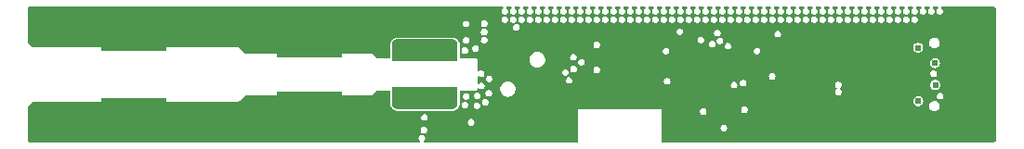
<source format=gbr>
%TF.GenerationSoftware,KiCad,Pcbnew,(6.99.0-4266-g9b4505c6d2)*%
%TF.CreationDate,2022-11-13T11:25:58+08:00*%
%TF.ProjectId,ESP_PD210,4553505f-5044-4323-9130-2e6b69636164,Bata1*%
%TF.SameCoordinates,Original*%
%TF.FileFunction,Copper,L2,Inr*%
%TF.FilePolarity,Positive*%
%FSLAX46Y46*%
G04 Gerber Fmt 4.6, Leading zero omitted, Abs format (unit mm)*
G04 Created by KiCad (PCBNEW (6.99.0-4266-g9b4505c6d2)) date 2022-11-13 11:25:58*
%MOMM*%
%LPD*%
G01*
G04 APERTURE LIST*
G04 Aperture macros list*
%AMFreePoly0*
4,1,17,-3.000000,0.500000,-2.988573,0.606283,-2.938839,0.739624,-2.853553,0.853553,-2.739624,0.938839,-2.606283,0.988573,-2.500000,1.000000,2.500000,1.000000,2.606283,0.988573,2.739624,0.938839,2.853553,0.853553,2.938839,0.739624,2.988573,0.606283,3.000000,0.500000,3.000000,-1.000000,-3.000000,-1.000000,-3.000000,0.500000,-3.000000,0.500000,$1*%
G04 Aperture macros list end*
%TA.AperFunction,ComponentPad*%
%ADD10FreePoly0,0.000000*%
%TD*%
%TA.AperFunction,ComponentPad*%
%ADD11FreePoly0,180.000000*%
%TD*%
%TA.AperFunction,ComponentPad*%
%ADD12O,2.100000X1.000000*%
%TD*%
%TA.AperFunction,ComponentPad*%
%ADD13O,1.600000X1.000000*%
%TD*%
%TA.AperFunction,ViaPad*%
%ADD14C,0.604800*%
%TD*%
G04 APERTURE END LIST*
D10*
%TO.N,GND*%
%TO.C,J2*%
X116563024Y-101531605D03*
D11*
X116563024Y-107931605D03*
D10*
X132563024Y-102131605D03*
D11*
X132563024Y-107331605D03*
D10*
%TO.N,/CART*%
X143063024Y-102531605D03*
D11*
X143063024Y-106931605D03*
%TD*%
D12*
%TO.N,GND*%
%TO.C,J3*%
X188953824Y-109051605D03*
D13*
X193133824Y-109051605D03*
D12*
X188953824Y-100411605D03*
D13*
X193133824Y-100411605D03*
%TD*%
D14*
%TO.N,GND*%
X167611027Y-103969618D03*
X186033025Y-100616606D03*
X180123025Y-109676606D03*
X167611027Y-104731618D03*
X168373027Y-104731618D03*
X161713017Y-100706599D03*
X170243025Y-108636606D03*
X191373025Y-100956606D03*
X175643025Y-106456606D03*
X192393025Y-105424642D03*
X173823026Y-100936596D03*
X180653025Y-104536606D03*
X174783019Y-102656608D03*
X168373027Y-103969618D03*
X169135027Y-103969618D03*
X187453025Y-110296606D03*
X167611027Y-105493618D03*
X175153025Y-108306606D03*
X169135024Y-104731610D03*
X145053025Y-109046606D03*
X168373027Y-105493618D03*
X169135027Y-105493618D03*
X163293025Y-103636606D03*
%TO.N,/CART*%
X145463037Y-102886605D03*
X141893016Y-102886605D03*
X144233017Y-102886605D03*
X140663025Y-107356606D03*
X140663021Y-102096614D03*
X144233025Y-107356606D03*
X145463037Y-102046601D03*
X141893025Y-106546606D03*
X140663025Y-106546606D03*
X145463025Y-106546606D03*
X144233025Y-106546606D03*
X144233017Y-102046601D03*
X140663021Y-102886605D03*
X141893016Y-102096614D03*
X145463025Y-107356607D03*
X141893025Y-107356606D03*
%TO.N,VCC*%
X188008025Y-107181606D03*
X187993025Y-102286606D03*
%TO.N,Net-(J3-PadA5)*%
X189567082Y-105675663D03*
%TO.N,Net-(J3-PadB5)*%
X189533025Y-103691606D03*
%TD*%
%TA.AperFunction,Conductor*%
%TO.N,GND*%
G36*
X150186141Y-98554499D02*
G01*
X150211861Y-98599048D01*
X150202928Y-98649706D01*
X150183945Y-98668693D01*
X150185238Y-98670234D01*
X150103409Y-98738896D01*
X150100114Y-98744603D01*
X150053288Y-98825708D01*
X150053287Y-98825711D01*
X150050000Y-98831404D01*
X150031451Y-98936600D01*
X150050000Y-99041796D01*
X150053287Y-99047489D01*
X150053288Y-99047492D01*
X150079363Y-99092655D01*
X150103409Y-99134304D01*
X150185237Y-99202966D01*
X150285615Y-99239500D01*
X150392433Y-99239500D01*
X150492811Y-99202966D01*
X150574639Y-99134304D01*
X150598685Y-99092655D01*
X150624760Y-99047492D01*
X150624761Y-99047489D01*
X150628048Y-99041796D01*
X150645966Y-98940179D01*
X150648032Y-98936600D01*
X150645966Y-98933021D01*
X150629190Y-98837879D01*
X150629189Y-98837878D01*
X150628048Y-98831404D01*
X150624761Y-98825711D01*
X150624760Y-98825708D01*
X150598259Y-98779808D01*
X150574639Y-98738896D01*
X150492811Y-98670234D01*
X150494792Y-98667873D01*
X150469579Y-98637821D01*
X150469582Y-98586382D01*
X150502649Y-98546979D01*
X150540245Y-98536906D01*
X150899803Y-98536906D01*
X150948141Y-98554499D01*
X150973861Y-98599048D01*
X150964928Y-98649706D01*
X150945945Y-98668693D01*
X150947238Y-98670234D01*
X150865409Y-98738896D01*
X150862114Y-98744603D01*
X150815288Y-98825708D01*
X150815287Y-98825711D01*
X150812000Y-98831404D01*
X150810859Y-98837878D01*
X150810858Y-98837879D01*
X150794082Y-98933021D01*
X150792016Y-98936600D01*
X150794082Y-98940179D01*
X150812000Y-99041796D01*
X150815287Y-99047489D01*
X150815288Y-99047492D01*
X150841363Y-99092655D01*
X150865409Y-99134304D01*
X150947237Y-99202966D01*
X151047615Y-99239500D01*
X151154433Y-99239500D01*
X151254811Y-99202966D01*
X151336639Y-99134304D01*
X151360685Y-99092655D01*
X151386760Y-99047492D01*
X151386761Y-99047489D01*
X151390048Y-99041796D01*
X151407966Y-98940179D01*
X151410032Y-98936600D01*
X151407966Y-98933021D01*
X151391190Y-98837879D01*
X151391189Y-98837878D01*
X151390048Y-98831404D01*
X151386761Y-98825711D01*
X151386760Y-98825708D01*
X151360259Y-98779808D01*
X151336639Y-98738896D01*
X151254811Y-98670234D01*
X151256792Y-98667873D01*
X151231579Y-98637821D01*
X151231582Y-98586382D01*
X151264649Y-98546979D01*
X151302245Y-98536906D01*
X151661803Y-98536906D01*
X151710141Y-98554499D01*
X151735861Y-98599048D01*
X151726928Y-98649706D01*
X151707945Y-98668693D01*
X151709238Y-98670234D01*
X151627409Y-98738896D01*
X151624114Y-98744603D01*
X151577288Y-98825708D01*
X151577287Y-98825711D01*
X151574000Y-98831404D01*
X151572859Y-98837878D01*
X151572858Y-98837879D01*
X151556082Y-98933021D01*
X151554016Y-98936600D01*
X151556082Y-98940179D01*
X151574000Y-99041796D01*
X151577287Y-99047489D01*
X151577288Y-99047492D01*
X151603363Y-99092655D01*
X151627409Y-99134304D01*
X151709237Y-99202966D01*
X151809615Y-99239500D01*
X151916433Y-99239500D01*
X152016811Y-99202966D01*
X152098639Y-99134304D01*
X152122685Y-99092655D01*
X152148760Y-99047492D01*
X152148761Y-99047489D01*
X152152048Y-99041796D01*
X152169966Y-98940179D01*
X152172032Y-98936600D01*
X152169966Y-98933021D01*
X152153190Y-98837879D01*
X152153189Y-98837878D01*
X152152048Y-98831404D01*
X152148761Y-98825711D01*
X152148760Y-98825708D01*
X152122259Y-98779808D01*
X152098639Y-98738896D01*
X152016811Y-98670234D01*
X152018792Y-98667873D01*
X151993579Y-98637821D01*
X151993582Y-98586382D01*
X152026649Y-98546979D01*
X152064245Y-98536906D01*
X152423803Y-98536906D01*
X152472141Y-98554499D01*
X152497861Y-98599048D01*
X152488928Y-98649706D01*
X152469945Y-98668693D01*
X152471238Y-98670234D01*
X152389409Y-98738896D01*
X152386114Y-98744603D01*
X152339288Y-98825708D01*
X152339287Y-98825711D01*
X152336000Y-98831404D01*
X152334859Y-98837878D01*
X152334858Y-98837879D01*
X152318082Y-98933021D01*
X152316016Y-98936600D01*
X152318082Y-98940179D01*
X152336000Y-99041796D01*
X152339287Y-99047489D01*
X152339288Y-99047492D01*
X152365363Y-99092655D01*
X152389409Y-99134304D01*
X152471237Y-99202966D01*
X152571615Y-99239500D01*
X152678433Y-99239500D01*
X152778811Y-99202966D01*
X152860639Y-99134304D01*
X152884685Y-99092655D01*
X152910760Y-99047492D01*
X152910761Y-99047489D01*
X152914048Y-99041796D01*
X152931966Y-98940179D01*
X152934032Y-98936600D01*
X152931966Y-98933021D01*
X152915190Y-98837879D01*
X152915189Y-98837878D01*
X152914048Y-98831404D01*
X152910761Y-98825711D01*
X152910760Y-98825708D01*
X152884259Y-98779808D01*
X152860639Y-98738896D01*
X152778811Y-98670234D01*
X152780792Y-98667873D01*
X152755579Y-98637821D01*
X152755582Y-98586382D01*
X152788649Y-98546979D01*
X152826245Y-98536906D01*
X153185803Y-98536906D01*
X153234141Y-98554499D01*
X153259861Y-98599048D01*
X153250928Y-98649706D01*
X153231945Y-98668693D01*
X153233238Y-98670234D01*
X153151409Y-98738896D01*
X153148114Y-98744603D01*
X153101288Y-98825708D01*
X153101287Y-98825711D01*
X153098000Y-98831404D01*
X153096859Y-98837878D01*
X153096858Y-98837879D01*
X153080082Y-98933021D01*
X153078016Y-98936600D01*
X153080082Y-98940179D01*
X153098000Y-99041796D01*
X153101287Y-99047489D01*
X153101288Y-99047492D01*
X153127363Y-99092655D01*
X153151409Y-99134304D01*
X153233237Y-99202966D01*
X153333615Y-99239500D01*
X153440433Y-99239500D01*
X153540811Y-99202966D01*
X153622639Y-99134304D01*
X153646685Y-99092655D01*
X153672760Y-99047492D01*
X153672761Y-99047489D01*
X153676048Y-99041796D01*
X153693966Y-98940179D01*
X153696032Y-98936600D01*
X153693966Y-98933021D01*
X153677190Y-98837879D01*
X153677189Y-98837878D01*
X153676048Y-98831404D01*
X153672761Y-98825711D01*
X153672760Y-98825708D01*
X153646259Y-98779808D01*
X153622639Y-98738896D01*
X153540811Y-98670234D01*
X153542792Y-98667873D01*
X153517579Y-98637821D01*
X153517582Y-98586382D01*
X153550649Y-98546979D01*
X153588245Y-98536906D01*
X153947803Y-98536906D01*
X153996141Y-98554499D01*
X154021861Y-98599048D01*
X154012928Y-98649706D01*
X153993945Y-98668693D01*
X153995238Y-98670234D01*
X153913409Y-98738896D01*
X153910114Y-98744603D01*
X153863288Y-98825708D01*
X153863287Y-98825711D01*
X153860000Y-98831404D01*
X153858859Y-98837878D01*
X153858858Y-98837879D01*
X153842082Y-98933021D01*
X153840016Y-98936600D01*
X153842082Y-98940179D01*
X153860000Y-99041796D01*
X153863287Y-99047489D01*
X153863288Y-99047492D01*
X153889363Y-99092655D01*
X153913409Y-99134304D01*
X153995237Y-99202966D01*
X154095615Y-99239500D01*
X154202433Y-99239500D01*
X154302811Y-99202966D01*
X154384639Y-99134304D01*
X154408685Y-99092655D01*
X154434760Y-99047492D01*
X154434761Y-99047489D01*
X154438048Y-99041796D01*
X154455966Y-98940179D01*
X154458032Y-98936600D01*
X154455966Y-98933021D01*
X154439190Y-98837879D01*
X154439189Y-98837878D01*
X154438048Y-98831404D01*
X154434761Y-98825711D01*
X154434760Y-98825708D01*
X154408259Y-98779808D01*
X154384639Y-98738896D01*
X154302811Y-98670234D01*
X154304792Y-98667873D01*
X154279579Y-98637821D01*
X154279582Y-98586382D01*
X154312649Y-98546979D01*
X154350245Y-98536906D01*
X154709803Y-98536906D01*
X154758141Y-98554499D01*
X154783861Y-98599048D01*
X154774928Y-98649706D01*
X154755945Y-98668693D01*
X154757238Y-98670234D01*
X154675409Y-98738896D01*
X154672114Y-98744603D01*
X154625288Y-98825708D01*
X154625287Y-98825711D01*
X154622000Y-98831404D01*
X154620859Y-98837878D01*
X154620858Y-98837879D01*
X154604082Y-98933021D01*
X154602016Y-98936600D01*
X154604082Y-98940179D01*
X154622000Y-99041796D01*
X154625287Y-99047489D01*
X154625288Y-99047492D01*
X154651363Y-99092655D01*
X154675409Y-99134304D01*
X154757237Y-99202966D01*
X154857615Y-99239500D01*
X154964433Y-99239500D01*
X155064811Y-99202966D01*
X155146639Y-99134304D01*
X155170685Y-99092655D01*
X155196760Y-99047492D01*
X155196761Y-99047489D01*
X155200048Y-99041796D01*
X155217966Y-98940179D01*
X155220031Y-98936602D01*
X155217967Y-98933027D01*
X155201190Y-98837879D01*
X155201189Y-98837878D01*
X155200048Y-98831404D01*
X155196761Y-98825711D01*
X155196760Y-98825708D01*
X155170259Y-98779808D01*
X155146639Y-98738896D01*
X155064811Y-98670234D01*
X155066792Y-98667873D01*
X155041579Y-98637821D01*
X155041582Y-98586382D01*
X155074649Y-98546979D01*
X155112245Y-98536906D01*
X155471815Y-98536906D01*
X155520153Y-98554499D01*
X155545873Y-98599048D01*
X155536940Y-98649706D01*
X155517946Y-98668699D01*
X155519239Y-98670240D01*
X155437410Y-98738902D01*
X155434121Y-98744599D01*
X155387289Y-98825714D01*
X155387288Y-98825717D01*
X155384001Y-98831410D01*
X155382860Y-98837884D01*
X155382859Y-98837885D01*
X155366083Y-98933027D01*
X155364018Y-98936604D01*
X155366082Y-98940179D01*
X155384001Y-99041802D01*
X155387288Y-99047495D01*
X155387289Y-99047498D01*
X155413364Y-99092661D01*
X155437410Y-99134310D01*
X155519238Y-99202972D01*
X155619616Y-99239506D01*
X155726434Y-99239506D01*
X155826812Y-99202972D01*
X155908640Y-99134310D01*
X155932686Y-99092661D01*
X155958761Y-99047498D01*
X155958762Y-99047495D01*
X155962049Y-99041802D01*
X155979967Y-98940185D01*
X155982033Y-98936606D01*
X155979967Y-98933027D01*
X155963191Y-98837885D01*
X155963190Y-98837884D01*
X155962049Y-98831410D01*
X155958762Y-98825717D01*
X155958761Y-98825714D01*
X155911931Y-98744603D01*
X155908640Y-98738902D01*
X155826812Y-98670240D01*
X155828789Y-98667884D01*
X155803565Y-98637808D01*
X155803577Y-98586369D01*
X155836652Y-98546972D01*
X155874236Y-98536906D01*
X156233815Y-98536906D01*
X156282153Y-98554499D01*
X156307873Y-98599048D01*
X156298940Y-98649706D01*
X156279946Y-98668699D01*
X156281239Y-98670240D01*
X156199410Y-98738902D01*
X156196121Y-98744599D01*
X156149289Y-98825714D01*
X156149288Y-98825717D01*
X156146001Y-98831410D01*
X156144860Y-98837884D01*
X156144859Y-98837885D01*
X156128083Y-98933027D01*
X156126017Y-98936606D01*
X156128083Y-98940185D01*
X156146001Y-99041802D01*
X156149288Y-99047495D01*
X156149289Y-99047498D01*
X156175364Y-99092661D01*
X156199410Y-99134310D01*
X156281238Y-99202972D01*
X156381616Y-99239506D01*
X156488434Y-99239506D01*
X156588812Y-99202972D01*
X156670640Y-99134310D01*
X156694686Y-99092661D01*
X156720761Y-99047498D01*
X156720762Y-99047495D01*
X156724049Y-99041802D01*
X156741967Y-98940185D01*
X156744033Y-98936606D01*
X156741967Y-98933027D01*
X156725191Y-98837885D01*
X156725190Y-98837884D01*
X156724049Y-98831410D01*
X156720762Y-98825717D01*
X156720761Y-98825714D01*
X156673931Y-98744603D01*
X156670640Y-98738902D01*
X156588812Y-98670240D01*
X156590789Y-98667884D01*
X156565565Y-98637808D01*
X156565577Y-98586369D01*
X156598652Y-98546972D01*
X156636236Y-98536906D01*
X156995815Y-98536906D01*
X157044153Y-98554499D01*
X157069873Y-98599048D01*
X157060940Y-98649706D01*
X157041946Y-98668699D01*
X157043239Y-98670240D01*
X156961410Y-98738902D01*
X156958121Y-98744599D01*
X156911289Y-98825714D01*
X156911288Y-98825717D01*
X156908001Y-98831410D01*
X156906860Y-98837884D01*
X156906859Y-98837885D01*
X156890083Y-98933027D01*
X156888017Y-98936606D01*
X156890083Y-98940185D01*
X156908001Y-99041802D01*
X156911288Y-99047495D01*
X156911289Y-99047498D01*
X156937364Y-99092661D01*
X156961410Y-99134310D01*
X157043238Y-99202972D01*
X157143616Y-99239506D01*
X157250434Y-99239506D01*
X157350812Y-99202972D01*
X157432640Y-99134310D01*
X157456686Y-99092661D01*
X157482761Y-99047498D01*
X157482762Y-99047495D01*
X157486049Y-99041802D01*
X157503967Y-98940185D01*
X157506033Y-98936606D01*
X157503967Y-98933027D01*
X157487191Y-98837885D01*
X157487190Y-98837884D01*
X157486049Y-98831410D01*
X157482762Y-98825717D01*
X157482761Y-98825714D01*
X157435931Y-98744603D01*
X157432640Y-98738902D01*
X157350812Y-98670240D01*
X157352789Y-98667884D01*
X157327565Y-98637808D01*
X157327577Y-98586369D01*
X157360652Y-98546972D01*
X157398236Y-98536906D01*
X157757815Y-98536906D01*
X157806153Y-98554499D01*
X157831873Y-98599048D01*
X157822940Y-98649706D01*
X157803946Y-98668699D01*
X157805239Y-98670240D01*
X157723410Y-98738902D01*
X157720121Y-98744599D01*
X157673289Y-98825714D01*
X157673288Y-98825717D01*
X157670001Y-98831410D01*
X157668860Y-98837884D01*
X157668859Y-98837885D01*
X157652083Y-98933027D01*
X157650017Y-98936606D01*
X157652083Y-98940185D01*
X157670001Y-99041802D01*
X157673288Y-99047495D01*
X157673289Y-99047498D01*
X157699364Y-99092661D01*
X157723410Y-99134310D01*
X157805238Y-99202972D01*
X157905616Y-99239506D01*
X158012434Y-99239506D01*
X158112812Y-99202972D01*
X158194640Y-99134310D01*
X158218686Y-99092661D01*
X158244761Y-99047498D01*
X158244762Y-99047495D01*
X158248049Y-99041802D01*
X158265967Y-98940185D01*
X158268033Y-98936606D01*
X158265967Y-98933027D01*
X158249191Y-98837885D01*
X158249190Y-98837884D01*
X158248049Y-98831410D01*
X158244762Y-98825717D01*
X158244761Y-98825714D01*
X158197931Y-98744603D01*
X158194640Y-98738902D01*
X158112812Y-98670240D01*
X158114789Y-98667884D01*
X158089565Y-98637808D01*
X158089577Y-98586369D01*
X158122652Y-98546972D01*
X158160236Y-98536906D01*
X158519815Y-98536906D01*
X158568153Y-98554499D01*
X158593873Y-98599048D01*
X158584940Y-98649706D01*
X158565946Y-98668699D01*
X158567239Y-98670240D01*
X158485410Y-98738902D01*
X158482121Y-98744599D01*
X158435289Y-98825714D01*
X158435288Y-98825717D01*
X158432001Y-98831410D01*
X158430860Y-98837884D01*
X158430859Y-98837885D01*
X158414083Y-98933027D01*
X158412017Y-98936606D01*
X158414083Y-98940185D01*
X158432001Y-99041802D01*
X158435288Y-99047495D01*
X158435289Y-99047498D01*
X158461364Y-99092661D01*
X158485410Y-99134310D01*
X158567238Y-99202972D01*
X158667616Y-99239506D01*
X158774434Y-99239506D01*
X158874812Y-99202972D01*
X158956640Y-99134310D01*
X158980686Y-99092661D01*
X159006761Y-99047498D01*
X159006762Y-99047495D01*
X159010049Y-99041802D01*
X159027967Y-98940185D01*
X159030033Y-98936606D01*
X159027967Y-98933027D01*
X159011191Y-98837885D01*
X159011190Y-98837884D01*
X159010049Y-98831410D01*
X159006762Y-98825717D01*
X159006761Y-98825714D01*
X158959931Y-98744603D01*
X158956640Y-98738902D01*
X158874812Y-98670240D01*
X158876789Y-98667884D01*
X158851565Y-98637808D01*
X158851577Y-98586369D01*
X158884652Y-98546972D01*
X158922236Y-98536906D01*
X159281815Y-98536906D01*
X159330153Y-98554499D01*
X159355873Y-98599048D01*
X159346940Y-98649706D01*
X159327946Y-98668699D01*
X159329239Y-98670240D01*
X159247410Y-98738902D01*
X159244121Y-98744599D01*
X159197289Y-98825714D01*
X159197288Y-98825717D01*
X159194001Y-98831410D01*
X159192860Y-98837884D01*
X159192859Y-98837885D01*
X159176083Y-98933027D01*
X159174017Y-98936606D01*
X159176083Y-98940185D01*
X159194001Y-99041802D01*
X159197288Y-99047495D01*
X159197289Y-99047498D01*
X159223364Y-99092661D01*
X159247410Y-99134310D01*
X159329238Y-99202972D01*
X159429616Y-99239506D01*
X159536434Y-99239506D01*
X159636812Y-99202972D01*
X159718640Y-99134310D01*
X159742686Y-99092661D01*
X159768761Y-99047498D01*
X159768762Y-99047495D01*
X159772049Y-99041802D01*
X159789967Y-98940185D01*
X159792033Y-98936606D01*
X159789967Y-98933027D01*
X159773191Y-98837885D01*
X159773190Y-98837884D01*
X159772049Y-98831410D01*
X159768762Y-98825717D01*
X159768761Y-98825714D01*
X159721931Y-98744603D01*
X159718640Y-98738902D01*
X159636812Y-98670240D01*
X159638789Y-98667884D01*
X159613565Y-98637808D01*
X159613577Y-98586369D01*
X159646652Y-98546972D01*
X159684236Y-98536906D01*
X160043815Y-98536906D01*
X160092153Y-98554499D01*
X160117873Y-98599048D01*
X160108940Y-98649706D01*
X160089946Y-98668699D01*
X160091239Y-98670240D01*
X160009410Y-98738902D01*
X160006121Y-98744599D01*
X159959289Y-98825714D01*
X159959288Y-98825717D01*
X159956001Y-98831410D01*
X159954860Y-98837884D01*
X159954859Y-98837885D01*
X159938083Y-98933027D01*
X159936017Y-98936606D01*
X159938083Y-98940185D01*
X159956001Y-99041802D01*
X159959288Y-99047495D01*
X159959289Y-99047498D01*
X159985364Y-99092661D01*
X160009410Y-99134310D01*
X160091238Y-99202972D01*
X160191616Y-99239506D01*
X160298434Y-99239506D01*
X160398812Y-99202972D01*
X160480640Y-99134310D01*
X160504686Y-99092661D01*
X160530761Y-99047498D01*
X160530762Y-99047495D01*
X160534049Y-99041802D01*
X160551967Y-98940185D01*
X160554033Y-98936606D01*
X160551967Y-98933027D01*
X160535191Y-98837885D01*
X160535190Y-98837884D01*
X160534049Y-98831410D01*
X160530762Y-98825717D01*
X160530761Y-98825714D01*
X160483931Y-98744603D01*
X160480640Y-98738902D01*
X160398812Y-98670240D01*
X160400789Y-98667884D01*
X160375565Y-98637808D01*
X160375577Y-98586369D01*
X160408652Y-98546972D01*
X160446236Y-98536906D01*
X160805815Y-98536906D01*
X160854153Y-98554499D01*
X160879873Y-98599048D01*
X160870940Y-98649706D01*
X160851946Y-98668699D01*
X160853239Y-98670240D01*
X160771410Y-98738902D01*
X160768121Y-98744599D01*
X160721289Y-98825714D01*
X160721288Y-98825717D01*
X160718001Y-98831410D01*
X160716860Y-98837884D01*
X160716859Y-98837885D01*
X160700083Y-98933027D01*
X160698017Y-98936606D01*
X160700083Y-98940185D01*
X160718001Y-99041802D01*
X160721288Y-99047495D01*
X160721289Y-99047498D01*
X160747364Y-99092661D01*
X160771410Y-99134310D01*
X160853238Y-99202972D01*
X160953616Y-99239506D01*
X161060434Y-99239506D01*
X161160812Y-99202972D01*
X161242640Y-99134310D01*
X161266686Y-99092661D01*
X161292761Y-99047498D01*
X161292762Y-99047495D01*
X161296049Y-99041802D01*
X161313967Y-98940185D01*
X161316033Y-98936606D01*
X161313967Y-98933027D01*
X161297191Y-98837885D01*
X161297190Y-98837884D01*
X161296049Y-98831410D01*
X161292762Y-98825717D01*
X161292761Y-98825714D01*
X161245931Y-98744603D01*
X161242640Y-98738902D01*
X161160812Y-98670240D01*
X161162789Y-98667884D01*
X161137565Y-98637808D01*
X161137577Y-98586369D01*
X161170652Y-98546972D01*
X161208236Y-98536906D01*
X161567815Y-98536906D01*
X161616153Y-98554499D01*
X161641873Y-98599048D01*
X161632940Y-98649706D01*
X161613946Y-98668699D01*
X161615239Y-98670240D01*
X161533410Y-98738902D01*
X161530121Y-98744599D01*
X161483289Y-98825714D01*
X161483288Y-98825717D01*
X161480001Y-98831410D01*
X161478860Y-98837884D01*
X161478859Y-98837885D01*
X161462083Y-98933027D01*
X161460017Y-98936606D01*
X161462083Y-98940185D01*
X161480001Y-99041802D01*
X161483288Y-99047495D01*
X161483289Y-99047498D01*
X161509364Y-99092661D01*
X161533410Y-99134310D01*
X161615238Y-99202972D01*
X161715616Y-99239506D01*
X161822434Y-99239506D01*
X161922812Y-99202972D01*
X162004640Y-99134310D01*
X162028686Y-99092661D01*
X162054761Y-99047498D01*
X162054762Y-99047495D01*
X162058049Y-99041802D01*
X162075967Y-98940185D01*
X162078033Y-98936606D01*
X162075967Y-98933027D01*
X162059191Y-98837885D01*
X162059190Y-98837884D01*
X162058049Y-98831410D01*
X162054762Y-98825717D01*
X162054761Y-98825714D01*
X162007931Y-98744603D01*
X162004640Y-98738902D01*
X161922812Y-98670240D01*
X161924789Y-98667884D01*
X161899565Y-98637808D01*
X161899577Y-98586369D01*
X161932652Y-98546972D01*
X161970236Y-98536906D01*
X162329815Y-98536906D01*
X162378153Y-98554499D01*
X162403873Y-98599048D01*
X162394940Y-98649706D01*
X162375946Y-98668699D01*
X162377239Y-98670240D01*
X162295410Y-98738902D01*
X162292121Y-98744599D01*
X162245289Y-98825714D01*
X162245288Y-98825717D01*
X162242001Y-98831410D01*
X162240860Y-98837884D01*
X162240859Y-98837885D01*
X162224083Y-98933027D01*
X162222017Y-98936606D01*
X162224083Y-98940185D01*
X162242001Y-99041802D01*
X162245288Y-99047495D01*
X162245289Y-99047498D01*
X162271364Y-99092661D01*
X162295410Y-99134310D01*
X162377238Y-99202972D01*
X162477616Y-99239506D01*
X162584434Y-99239506D01*
X162684812Y-99202972D01*
X162766640Y-99134310D01*
X162790686Y-99092661D01*
X162816761Y-99047498D01*
X162816762Y-99047495D01*
X162820049Y-99041802D01*
X162837967Y-98940185D01*
X162840033Y-98936606D01*
X162837967Y-98933027D01*
X162821191Y-98837885D01*
X162821190Y-98837884D01*
X162820049Y-98831410D01*
X162816762Y-98825717D01*
X162816761Y-98825714D01*
X162769931Y-98744603D01*
X162766640Y-98738902D01*
X162684812Y-98670240D01*
X162686789Y-98667884D01*
X162661565Y-98637808D01*
X162661577Y-98586369D01*
X162694652Y-98546972D01*
X162732236Y-98536906D01*
X163091815Y-98536906D01*
X163140153Y-98554499D01*
X163165873Y-98599048D01*
X163156940Y-98649706D01*
X163137946Y-98668699D01*
X163139239Y-98670240D01*
X163057410Y-98738902D01*
X163054121Y-98744599D01*
X163007289Y-98825714D01*
X163007288Y-98825717D01*
X163004001Y-98831410D01*
X163002860Y-98837884D01*
X163002859Y-98837885D01*
X162986083Y-98933027D01*
X162984017Y-98936606D01*
X162986083Y-98940185D01*
X163004001Y-99041802D01*
X163007288Y-99047495D01*
X163007289Y-99047498D01*
X163033364Y-99092661D01*
X163057410Y-99134310D01*
X163139238Y-99202972D01*
X163239616Y-99239506D01*
X163346434Y-99239506D01*
X163446812Y-99202972D01*
X163528640Y-99134310D01*
X163552686Y-99092661D01*
X163578761Y-99047498D01*
X163578762Y-99047495D01*
X163582049Y-99041802D01*
X163599967Y-98940185D01*
X163602033Y-98936606D01*
X163599967Y-98933027D01*
X163583191Y-98837885D01*
X163583190Y-98837884D01*
X163582049Y-98831410D01*
X163578762Y-98825717D01*
X163578761Y-98825714D01*
X163531931Y-98744603D01*
X163528640Y-98738902D01*
X163446812Y-98670240D01*
X163448789Y-98667884D01*
X163423565Y-98637808D01*
X163423577Y-98586369D01*
X163456652Y-98546972D01*
X163494236Y-98536906D01*
X163853815Y-98536906D01*
X163902153Y-98554499D01*
X163927873Y-98599048D01*
X163918940Y-98649706D01*
X163899946Y-98668699D01*
X163901239Y-98670240D01*
X163819410Y-98738902D01*
X163816121Y-98744599D01*
X163769289Y-98825714D01*
X163769288Y-98825717D01*
X163766001Y-98831410D01*
X163764860Y-98837884D01*
X163764859Y-98837885D01*
X163748083Y-98933027D01*
X163746017Y-98936606D01*
X163748083Y-98940185D01*
X163766001Y-99041802D01*
X163769288Y-99047495D01*
X163769289Y-99047498D01*
X163795364Y-99092661D01*
X163819410Y-99134310D01*
X163901238Y-99202972D01*
X164001616Y-99239506D01*
X164108434Y-99239506D01*
X164208812Y-99202972D01*
X164290640Y-99134310D01*
X164314686Y-99092661D01*
X164340761Y-99047498D01*
X164340762Y-99047495D01*
X164344049Y-99041802D01*
X164361967Y-98940185D01*
X164364033Y-98936606D01*
X164361967Y-98933027D01*
X164345191Y-98837885D01*
X164345190Y-98837884D01*
X164344049Y-98831410D01*
X164340762Y-98825717D01*
X164340761Y-98825714D01*
X164293931Y-98744603D01*
X164290640Y-98738902D01*
X164208812Y-98670240D01*
X164210789Y-98667884D01*
X164185565Y-98637808D01*
X164185577Y-98586369D01*
X164218652Y-98546972D01*
X164256236Y-98536906D01*
X164615815Y-98536906D01*
X164664153Y-98554499D01*
X164689873Y-98599048D01*
X164680940Y-98649706D01*
X164661946Y-98668699D01*
X164663239Y-98670240D01*
X164581410Y-98738902D01*
X164578121Y-98744599D01*
X164531289Y-98825714D01*
X164531288Y-98825717D01*
X164528001Y-98831410D01*
X164526860Y-98837884D01*
X164526859Y-98837885D01*
X164510083Y-98933027D01*
X164508017Y-98936606D01*
X164510083Y-98940185D01*
X164528001Y-99041802D01*
X164531288Y-99047495D01*
X164531289Y-99047498D01*
X164557364Y-99092661D01*
X164581410Y-99134310D01*
X164663238Y-99202972D01*
X164763616Y-99239506D01*
X164870434Y-99239506D01*
X164970812Y-99202972D01*
X165052640Y-99134310D01*
X165076686Y-99092661D01*
X165102761Y-99047498D01*
X165102762Y-99047495D01*
X165106049Y-99041802D01*
X165123967Y-98940185D01*
X165126033Y-98936606D01*
X165123967Y-98933027D01*
X165107191Y-98837885D01*
X165107190Y-98837884D01*
X165106049Y-98831410D01*
X165102762Y-98825717D01*
X165102761Y-98825714D01*
X165055931Y-98744603D01*
X165052640Y-98738902D01*
X164970812Y-98670240D01*
X164972789Y-98667884D01*
X164947565Y-98637808D01*
X164947577Y-98586369D01*
X164980652Y-98546972D01*
X165018236Y-98536906D01*
X165377815Y-98536906D01*
X165426153Y-98554499D01*
X165451873Y-98599048D01*
X165442940Y-98649706D01*
X165423946Y-98668699D01*
X165425239Y-98670240D01*
X165343410Y-98738902D01*
X165340121Y-98744599D01*
X165293289Y-98825714D01*
X165293288Y-98825717D01*
X165290001Y-98831410D01*
X165288860Y-98837884D01*
X165288859Y-98837885D01*
X165272083Y-98933027D01*
X165270017Y-98936606D01*
X165272083Y-98940185D01*
X165290001Y-99041802D01*
X165293288Y-99047495D01*
X165293289Y-99047498D01*
X165319364Y-99092661D01*
X165343410Y-99134310D01*
X165425238Y-99202972D01*
X165525616Y-99239506D01*
X165632434Y-99239506D01*
X165732812Y-99202972D01*
X165814640Y-99134310D01*
X165838686Y-99092661D01*
X165864761Y-99047498D01*
X165864762Y-99047495D01*
X165868049Y-99041802D01*
X165885967Y-98940185D01*
X165888033Y-98936606D01*
X165885967Y-98933027D01*
X165869191Y-98837885D01*
X165869190Y-98837884D01*
X165868049Y-98831410D01*
X165864762Y-98825717D01*
X165864761Y-98825714D01*
X165817931Y-98744603D01*
X165814640Y-98738902D01*
X165732812Y-98670240D01*
X165734789Y-98667884D01*
X165709565Y-98637808D01*
X165709577Y-98586369D01*
X165742652Y-98546972D01*
X165780236Y-98536906D01*
X166139815Y-98536906D01*
X166188153Y-98554499D01*
X166213873Y-98599048D01*
X166204940Y-98649706D01*
X166185946Y-98668699D01*
X166187239Y-98670240D01*
X166105410Y-98738902D01*
X166102121Y-98744599D01*
X166055289Y-98825714D01*
X166055288Y-98825717D01*
X166052001Y-98831410D01*
X166050860Y-98837884D01*
X166050859Y-98837885D01*
X166034083Y-98933027D01*
X166032017Y-98936606D01*
X166034083Y-98940185D01*
X166052001Y-99041802D01*
X166055288Y-99047495D01*
X166055289Y-99047498D01*
X166081364Y-99092661D01*
X166105410Y-99134310D01*
X166187238Y-99202972D01*
X166287616Y-99239506D01*
X166394434Y-99239506D01*
X166494812Y-99202972D01*
X166576640Y-99134310D01*
X166600686Y-99092661D01*
X166626761Y-99047498D01*
X166626762Y-99047495D01*
X166630049Y-99041802D01*
X166647967Y-98940185D01*
X166650033Y-98936606D01*
X166647967Y-98933027D01*
X166631191Y-98837885D01*
X166631190Y-98837884D01*
X166630049Y-98831410D01*
X166626762Y-98825717D01*
X166626761Y-98825714D01*
X166579931Y-98744603D01*
X166576640Y-98738902D01*
X166494812Y-98670240D01*
X166496789Y-98667884D01*
X166471565Y-98637808D01*
X166471577Y-98586369D01*
X166504652Y-98546972D01*
X166542236Y-98536906D01*
X166901815Y-98536906D01*
X166950153Y-98554499D01*
X166975873Y-98599048D01*
X166966940Y-98649706D01*
X166947946Y-98668699D01*
X166949239Y-98670240D01*
X166867410Y-98738902D01*
X166864121Y-98744599D01*
X166817289Y-98825714D01*
X166817288Y-98825717D01*
X166814001Y-98831410D01*
X166812860Y-98837884D01*
X166812859Y-98837885D01*
X166796083Y-98933027D01*
X166794017Y-98936606D01*
X166796083Y-98940185D01*
X166814001Y-99041802D01*
X166817288Y-99047495D01*
X166817289Y-99047498D01*
X166843364Y-99092661D01*
X166867410Y-99134310D01*
X166949238Y-99202972D01*
X167049616Y-99239506D01*
X167156434Y-99239506D01*
X167256812Y-99202972D01*
X167338640Y-99134310D01*
X167362686Y-99092661D01*
X167388761Y-99047498D01*
X167388762Y-99047495D01*
X167392049Y-99041802D01*
X167409967Y-98940185D01*
X167412033Y-98936606D01*
X167409967Y-98933027D01*
X167393191Y-98837885D01*
X167393190Y-98837884D01*
X167392049Y-98831410D01*
X167388762Y-98825717D01*
X167388761Y-98825714D01*
X167341931Y-98744603D01*
X167338640Y-98738902D01*
X167256812Y-98670240D01*
X167258789Y-98667884D01*
X167233565Y-98637808D01*
X167233577Y-98586369D01*
X167266652Y-98546972D01*
X167304236Y-98536906D01*
X167663815Y-98536906D01*
X167712153Y-98554499D01*
X167737873Y-98599048D01*
X167728940Y-98649706D01*
X167709946Y-98668699D01*
X167711239Y-98670240D01*
X167629410Y-98738902D01*
X167626121Y-98744599D01*
X167579289Y-98825714D01*
X167579288Y-98825717D01*
X167576001Y-98831410D01*
X167574860Y-98837884D01*
X167574859Y-98837885D01*
X167558083Y-98933027D01*
X167556017Y-98936606D01*
X167558083Y-98940185D01*
X167576001Y-99041802D01*
X167579288Y-99047495D01*
X167579289Y-99047498D01*
X167605364Y-99092661D01*
X167629410Y-99134310D01*
X167711238Y-99202972D01*
X167811616Y-99239506D01*
X167918434Y-99239506D01*
X168018812Y-99202972D01*
X168100640Y-99134310D01*
X168124686Y-99092661D01*
X168150761Y-99047498D01*
X168150762Y-99047495D01*
X168154049Y-99041802D01*
X168171967Y-98940185D01*
X168174033Y-98936606D01*
X168171967Y-98933027D01*
X168155191Y-98837885D01*
X168155190Y-98837884D01*
X168154049Y-98831410D01*
X168150762Y-98825717D01*
X168150761Y-98825714D01*
X168103931Y-98744603D01*
X168100640Y-98738902D01*
X168018812Y-98670240D01*
X168020789Y-98667884D01*
X167995565Y-98637808D01*
X167995577Y-98586369D01*
X168028652Y-98546972D01*
X168066236Y-98536906D01*
X168425815Y-98536906D01*
X168474153Y-98554499D01*
X168499873Y-98599048D01*
X168490940Y-98649706D01*
X168471946Y-98668699D01*
X168473239Y-98670240D01*
X168391410Y-98738902D01*
X168388121Y-98744599D01*
X168341289Y-98825714D01*
X168341288Y-98825717D01*
X168338001Y-98831410D01*
X168336860Y-98837884D01*
X168336859Y-98837885D01*
X168320083Y-98933027D01*
X168318017Y-98936606D01*
X168320083Y-98940185D01*
X168338001Y-99041802D01*
X168341288Y-99047495D01*
X168341289Y-99047498D01*
X168367364Y-99092661D01*
X168391410Y-99134310D01*
X168473238Y-99202972D01*
X168573616Y-99239506D01*
X168680434Y-99239506D01*
X168780812Y-99202972D01*
X168862640Y-99134310D01*
X168886686Y-99092661D01*
X168912761Y-99047498D01*
X168912762Y-99047495D01*
X168916049Y-99041802D01*
X168933967Y-98940185D01*
X168936033Y-98936606D01*
X168933967Y-98933027D01*
X168917191Y-98837885D01*
X168917190Y-98837884D01*
X168916049Y-98831410D01*
X168912762Y-98825717D01*
X168912761Y-98825714D01*
X168865931Y-98744603D01*
X168862640Y-98738902D01*
X168780812Y-98670240D01*
X168782789Y-98667884D01*
X168757565Y-98637808D01*
X168757577Y-98586369D01*
X168790652Y-98546972D01*
X168828236Y-98536906D01*
X169187815Y-98536906D01*
X169236153Y-98554499D01*
X169261873Y-98599048D01*
X169252940Y-98649706D01*
X169233946Y-98668699D01*
X169235239Y-98670240D01*
X169153410Y-98738902D01*
X169150121Y-98744599D01*
X169103289Y-98825714D01*
X169103288Y-98825717D01*
X169100001Y-98831410D01*
X169098860Y-98837884D01*
X169098859Y-98837885D01*
X169082083Y-98933027D01*
X169080017Y-98936606D01*
X169082083Y-98940185D01*
X169100001Y-99041802D01*
X169103288Y-99047495D01*
X169103289Y-99047498D01*
X169129364Y-99092661D01*
X169153410Y-99134310D01*
X169235238Y-99202972D01*
X169335616Y-99239506D01*
X169442434Y-99239506D01*
X169542812Y-99202972D01*
X169624640Y-99134310D01*
X169648686Y-99092661D01*
X169674761Y-99047498D01*
X169674762Y-99047495D01*
X169678049Y-99041802D01*
X169695967Y-98940185D01*
X169698033Y-98936606D01*
X169695967Y-98933027D01*
X169679191Y-98837885D01*
X169679190Y-98837884D01*
X169678049Y-98831410D01*
X169674762Y-98825717D01*
X169674761Y-98825714D01*
X169627931Y-98744603D01*
X169624640Y-98738902D01*
X169542812Y-98670240D01*
X169544789Y-98667884D01*
X169519565Y-98637808D01*
X169519577Y-98586369D01*
X169552652Y-98546972D01*
X169590236Y-98536906D01*
X169949815Y-98536906D01*
X169998153Y-98554499D01*
X170023873Y-98599048D01*
X170014940Y-98649706D01*
X169995946Y-98668699D01*
X169997239Y-98670240D01*
X169915410Y-98738902D01*
X169912121Y-98744599D01*
X169865289Y-98825714D01*
X169865288Y-98825717D01*
X169862001Y-98831410D01*
X169860860Y-98837884D01*
X169860859Y-98837885D01*
X169844083Y-98933027D01*
X169842017Y-98936606D01*
X169844083Y-98940185D01*
X169862001Y-99041802D01*
X169865288Y-99047495D01*
X169865289Y-99047498D01*
X169891364Y-99092661D01*
X169915410Y-99134310D01*
X169997238Y-99202972D01*
X170097616Y-99239506D01*
X170204434Y-99239506D01*
X170304812Y-99202972D01*
X170386640Y-99134310D01*
X170410686Y-99092661D01*
X170436761Y-99047498D01*
X170436762Y-99047495D01*
X170440049Y-99041802D01*
X170457967Y-98940185D01*
X170460033Y-98936606D01*
X170457967Y-98933027D01*
X170441191Y-98837885D01*
X170441190Y-98837884D01*
X170440049Y-98831410D01*
X170436762Y-98825717D01*
X170436761Y-98825714D01*
X170389931Y-98744603D01*
X170386640Y-98738902D01*
X170304812Y-98670240D01*
X170306789Y-98667884D01*
X170281565Y-98637808D01*
X170281577Y-98586369D01*
X170314652Y-98546972D01*
X170352236Y-98536906D01*
X170711815Y-98536906D01*
X170760153Y-98554499D01*
X170785873Y-98599048D01*
X170776940Y-98649706D01*
X170757946Y-98668699D01*
X170759239Y-98670240D01*
X170677410Y-98738902D01*
X170674121Y-98744599D01*
X170627289Y-98825714D01*
X170627288Y-98825717D01*
X170624001Y-98831410D01*
X170622860Y-98837884D01*
X170622859Y-98837885D01*
X170606083Y-98933027D01*
X170604017Y-98936606D01*
X170606083Y-98940185D01*
X170624001Y-99041802D01*
X170627288Y-99047495D01*
X170627289Y-99047498D01*
X170653364Y-99092661D01*
X170677410Y-99134310D01*
X170759238Y-99202972D01*
X170859616Y-99239506D01*
X170966434Y-99239506D01*
X171066812Y-99202972D01*
X171148640Y-99134310D01*
X171172686Y-99092661D01*
X171198761Y-99047498D01*
X171198762Y-99047495D01*
X171202049Y-99041802D01*
X171219967Y-98940185D01*
X171222033Y-98936606D01*
X171219967Y-98933027D01*
X171203191Y-98837885D01*
X171203190Y-98837884D01*
X171202049Y-98831410D01*
X171198762Y-98825717D01*
X171198761Y-98825714D01*
X171151931Y-98744603D01*
X171148640Y-98738902D01*
X171066812Y-98670240D01*
X171068789Y-98667884D01*
X171043565Y-98637808D01*
X171043577Y-98586369D01*
X171076652Y-98546972D01*
X171114236Y-98536906D01*
X171473815Y-98536906D01*
X171522153Y-98554499D01*
X171547873Y-98599048D01*
X171538940Y-98649706D01*
X171519946Y-98668699D01*
X171521239Y-98670240D01*
X171439410Y-98738902D01*
X171436121Y-98744599D01*
X171389289Y-98825714D01*
X171389288Y-98825717D01*
X171386001Y-98831410D01*
X171384860Y-98837884D01*
X171384859Y-98837885D01*
X171368083Y-98933027D01*
X171366017Y-98936606D01*
X171368083Y-98940185D01*
X171386001Y-99041802D01*
X171389288Y-99047495D01*
X171389289Y-99047498D01*
X171415364Y-99092661D01*
X171439410Y-99134310D01*
X171521238Y-99202972D01*
X171621616Y-99239506D01*
X171728434Y-99239506D01*
X171828812Y-99202972D01*
X171910640Y-99134310D01*
X171934686Y-99092661D01*
X171960761Y-99047498D01*
X171960762Y-99047495D01*
X171964049Y-99041802D01*
X171981967Y-98940185D01*
X171984033Y-98936606D01*
X171981967Y-98933027D01*
X171965191Y-98837885D01*
X171965190Y-98837884D01*
X171964049Y-98831410D01*
X171960762Y-98825717D01*
X171960761Y-98825714D01*
X171913931Y-98744603D01*
X171910640Y-98738902D01*
X171828812Y-98670240D01*
X171830789Y-98667884D01*
X171805565Y-98637808D01*
X171805577Y-98586369D01*
X171838652Y-98546972D01*
X171876236Y-98536906D01*
X172235815Y-98536906D01*
X172284153Y-98554499D01*
X172309873Y-98599048D01*
X172300940Y-98649706D01*
X172281946Y-98668699D01*
X172283239Y-98670240D01*
X172201410Y-98738902D01*
X172198121Y-98744599D01*
X172151289Y-98825714D01*
X172151288Y-98825717D01*
X172148001Y-98831410D01*
X172146860Y-98837884D01*
X172146859Y-98837885D01*
X172130083Y-98933027D01*
X172128017Y-98936606D01*
X172130083Y-98940185D01*
X172148001Y-99041802D01*
X172151288Y-99047495D01*
X172151289Y-99047498D01*
X172177364Y-99092661D01*
X172201410Y-99134310D01*
X172283238Y-99202972D01*
X172383616Y-99239506D01*
X172490434Y-99239506D01*
X172590812Y-99202972D01*
X172672640Y-99134310D01*
X172696686Y-99092661D01*
X172722761Y-99047498D01*
X172722762Y-99047495D01*
X172726049Y-99041802D01*
X172743967Y-98940185D01*
X172746033Y-98936606D01*
X172743967Y-98933027D01*
X172727191Y-98837885D01*
X172727190Y-98837884D01*
X172726049Y-98831410D01*
X172722762Y-98825717D01*
X172722761Y-98825714D01*
X172675931Y-98744603D01*
X172672640Y-98738902D01*
X172590812Y-98670240D01*
X172592789Y-98667884D01*
X172567565Y-98637808D01*
X172567577Y-98586369D01*
X172600652Y-98546972D01*
X172638236Y-98536906D01*
X172997815Y-98536906D01*
X173046153Y-98554499D01*
X173071873Y-98599048D01*
X173062940Y-98649706D01*
X173043946Y-98668699D01*
X173045239Y-98670240D01*
X172963410Y-98738902D01*
X172960121Y-98744599D01*
X172913289Y-98825714D01*
X172913288Y-98825717D01*
X172910001Y-98831410D01*
X172908860Y-98837884D01*
X172908859Y-98837885D01*
X172892083Y-98933027D01*
X172890017Y-98936606D01*
X172892083Y-98940185D01*
X172910001Y-99041802D01*
X172913288Y-99047495D01*
X172913289Y-99047498D01*
X172939364Y-99092661D01*
X172963410Y-99134310D01*
X173045238Y-99202972D01*
X173145616Y-99239506D01*
X173252434Y-99239506D01*
X173352812Y-99202972D01*
X173434640Y-99134310D01*
X173458686Y-99092661D01*
X173484761Y-99047498D01*
X173484762Y-99047495D01*
X173488049Y-99041802D01*
X173505967Y-98940185D01*
X173508033Y-98936606D01*
X173505967Y-98933027D01*
X173489191Y-98837885D01*
X173489190Y-98837884D01*
X173488049Y-98831410D01*
X173484762Y-98825717D01*
X173484761Y-98825714D01*
X173437931Y-98744603D01*
X173434640Y-98738902D01*
X173352812Y-98670240D01*
X173354789Y-98667884D01*
X173329565Y-98637808D01*
X173329577Y-98586369D01*
X173362652Y-98546972D01*
X173400236Y-98536906D01*
X173759815Y-98536906D01*
X173808153Y-98554499D01*
X173833873Y-98599048D01*
X173824940Y-98649706D01*
X173805946Y-98668699D01*
X173807239Y-98670240D01*
X173725410Y-98738902D01*
X173722121Y-98744599D01*
X173675289Y-98825714D01*
X173675288Y-98825717D01*
X173672001Y-98831410D01*
X173670860Y-98837884D01*
X173670859Y-98837885D01*
X173654083Y-98933027D01*
X173652017Y-98936606D01*
X173654083Y-98940185D01*
X173672001Y-99041802D01*
X173675288Y-99047495D01*
X173675289Y-99047498D01*
X173701364Y-99092661D01*
X173725410Y-99134310D01*
X173807238Y-99202972D01*
X173907616Y-99239506D01*
X174014434Y-99239506D01*
X174114812Y-99202972D01*
X174196640Y-99134310D01*
X174220686Y-99092661D01*
X174246761Y-99047498D01*
X174246762Y-99047495D01*
X174250049Y-99041802D01*
X174267967Y-98940185D01*
X174270033Y-98936606D01*
X174267967Y-98933027D01*
X174251191Y-98837885D01*
X174251190Y-98837884D01*
X174250049Y-98831410D01*
X174246762Y-98825717D01*
X174246761Y-98825714D01*
X174199931Y-98744603D01*
X174196640Y-98738902D01*
X174114812Y-98670240D01*
X174116789Y-98667884D01*
X174091565Y-98637808D01*
X174091577Y-98586369D01*
X174124652Y-98546972D01*
X174162236Y-98536906D01*
X174521815Y-98536906D01*
X174570153Y-98554499D01*
X174595873Y-98599048D01*
X174586940Y-98649706D01*
X174567946Y-98668699D01*
X174569239Y-98670240D01*
X174487410Y-98738902D01*
X174484121Y-98744599D01*
X174437289Y-98825714D01*
X174437288Y-98825717D01*
X174434001Y-98831410D01*
X174432860Y-98837884D01*
X174432859Y-98837885D01*
X174416083Y-98933027D01*
X174414017Y-98936606D01*
X174416083Y-98940185D01*
X174434001Y-99041802D01*
X174437288Y-99047495D01*
X174437289Y-99047498D01*
X174463364Y-99092661D01*
X174487410Y-99134310D01*
X174569238Y-99202972D01*
X174669616Y-99239506D01*
X174776434Y-99239506D01*
X174876812Y-99202972D01*
X174958640Y-99134310D01*
X174982686Y-99092661D01*
X175008761Y-99047498D01*
X175008762Y-99047495D01*
X175012049Y-99041802D01*
X175029967Y-98940185D01*
X175032033Y-98936606D01*
X175029967Y-98933027D01*
X175013191Y-98837885D01*
X175013190Y-98837884D01*
X175012049Y-98831410D01*
X175008762Y-98825717D01*
X175008761Y-98825714D01*
X174961931Y-98744603D01*
X174958640Y-98738902D01*
X174876812Y-98670240D01*
X174878789Y-98667884D01*
X174853565Y-98637808D01*
X174853577Y-98586369D01*
X174886652Y-98546972D01*
X174924236Y-98536906D01*
X175283815Y-98536906D01*
X175332153Y-98554499D01*
X175357873Y-98599048D01*
X175348940Y-98649706D01*
X175329946Y-98668699D01*
X175331239Y-98670240D01*
X175249410Y-98738902D01*
X175246121Y-98744599D01*
X175199289Y-98825714D01*
X175199288Y-98825717D01*
X175196001Y-98831410D01*
X175194860Y-98837884D01*
X175194859Y-98837885D01*
X175178083Y-98933027D01*
X175176017Y-98936606D01*
X175178083Y-98940185D01*
X175196001Y-99041802D01*
X175199288Y-99047495D01*
X175199289Y-99047498D01*
X175225364Y-99092661D01*
X175249410Y-99134310D01*
X175331238Y-99202972D01*
X175431616Y-99239506D01*
X175538434Y-99239506D01*
X175638812Y-99202972D01*
X175720640Y-99134310D01*
X175744686Y-99092661D01*
X175770761Y-99047498D01*
X175770762Y-99047495D01*
X175774049Y-99041802D01*
X175791967Y-98940185D01*
X175794033Y-98936606D01*
X175791967Y-98933027D01*
X175775191Y-98837885D01*
X175775190Y-98837884D01*
X175774049Y-98831410D01*
X175770762Y-98825717D01*
X175770761Y-98825714D01*
X175723931Y-98744603D01*
X175720640Y-98738902D01*
X175638812Y-98670240D01*
X175640789Y-98667884D01*
X175615565Y-98637808D01*
X175615577Y-98586369D01*
X175648652Y-98546972D01*
X175686236Y-98536906D01*
X176045815Y-98536906D01*
X176094153Y-98554499D01*
X176119873Y-98599048D01*
X176110940Y-98649706D01*
X176091946Y-98668699D01*
X176093239Y-98670240D01*
X176011410Y-98738902D01*
X176008121Y-98744599D01*
X175961289Y-98825714D01*
X175961288Y-98825717D01*
X175958001Y-98831410D01*
X175956860Y-98837884D01*
X175956859Y-98837885D01*
X175940083Y-98933027D01*
X175938017Y-98936606D01*
X175940083Y-98940185D01*
X175958001Y-99041802D01*
X175961288Y-99047495D01*
X175961289Y-99047498D01*
X175987364Y-99092661D01*
X176011410Y-99134310D01*
X176093238Y-99202972D01*
X176193616Y-99239506D01*
X176300434Y-99239506D01*
X176400812Y-99202972D01*
X176482640Y-99134310D01*
X176506686Y-99092661D01*
X176532761Y-99047498D01*
X176532762Y-99047495D01*
X176536049Y-99041802D01*
X176553967Y-98940185D01*
X176556033Y-98936606D01*
X176553967Y-98933027D01*
X176537191Y-98837885D01*
X176537190Y-98837884D01*
X176536049Y-98831410D01*
X176532762Y-98825717D01*
X176532761Y-98825714D01*
X176485931Y-98744603D01*
X176482640Y-98738902D01*
X176400812Y-98670240D01*
X176402789Y-98667884D01*
X176377565Y-98637808D01*
X176377577Y-98586369D01*
X176410652Y-98546972D01*
X176448236Y-98536906D01*
X176807815Y-98536906D01*
X176856153Y-98554499D01*
X176881873Y-98599048D01*
X176872940Y-98649706D01*
X176853946Y-98668699D01*
X176855239Y-98670240D01*
X176773410Y-98738902D01*
X176770121Y-98744599D01*
X176723289Y-98825714D01*
X176723288Y-98825717D01*
X176720001Y-98831410D01*
X176718860Y-98837884D01*
X176718859Y-98837885D01*
X176702083Y-98933027D01*
X176700017Y-98936606D01*
X176702083Y-98940185D01*
X176720001Y-99041802D01*
X176723288Y-99047495D01*
X176723289Y-99047498D01*
X176749364Y-99092661D01*
X176773410Y-99134310D01*
X176855238Y-99202972D01*
X176955616Y-99239506D01*
X177062434Y-99239506D01*
X177162812Y-99202972D01*
X177244640Y-99134310D01*
X177268686Y-99092661D01*
X177294761Y-99047498D01*
X177294762Y-99047495D01*
X177298049Y-99041802D01*
X177315967Y-98940185D01*
X177318033Y-98936606D01*
X177315967Y-98933027D01*
X177299191Y-98837885D01*
X177299190Y-98837884D01*
X177298049Y-98831410D01*
X177294762Y-98825717D01*
X177294761Y-98825714D01*
X177247931Y-98744603D01*
X177244640Y-98738902D01*
X177162812Y-98670240D01*
X177164789Y-98667884D01*
X177139565Y-98637808D01*
X177139577Y-98586369D01*
X177172652Y-98546972D01*
X177210236Y-98536906D01*
X177569815Y-98536906D01*
X177618153Y-98554499D01*
X177643873Y-98599048D01*
X177634940Y-98649706D01*
X177615946Y-98668699D01*
X177617239Y-98670240D01*
X177535410Y-98738902D01*
X177532121Y-98744599D01*
X177485289Y-98825714D01*
X177485288Y-98825717D01*
X177482001Y-98831410D01*
X177480860Y-98837884D01*
X177480859Y-98837885D01*
X177464083Y-98933027D01*
X177462017Y-98936606D01*
X177464083Y-98940185D01*
X177482001Y-99041802D01*
X177485288Y-99047495D01*
X177485289Y-99047498D01*
X177511364Y-99092661D01*
X177535410Y-99134310D01*
X177617238Y-99202972D01*
X177717616Y-99239506D01*
X177824434Y-99239506D01*
X177924812Y-99202972D01*
X178006640Y-99134310D01*
X178030686Y-99092661D01*
X178056761Y-99047498D01*
X178056762Y-99047495D01*
X178060049Y-99041802D01*
X178077967Y-98940185D01*
X178080033Y-98936606D01*
X178077967Y-98933027D01*
X178061191Y-98837885D01*
X178061190Y-98837884D01*
X178060049Y-98831410D01*
X178056762Y-98825717D01*
X178056761Y-98825714D01*
X178009931Y-98744603D01*
X178006640Y-98738902D01*
X177924812Y-98670240D01*
X177926789Y-98667884D01*
X177901565Y-98637808D01*
X177901577Y-98586369D01*
X177934652Y-98546972D01*
X177972236Y-98536906D01*
X178331815Y-98536906D01*
X178380153Y-98554499D01*
X178405873Y-98599048D01*
X178396940Y-98649706D01*
X178377946Y-98668699D01*
X178379239Y-98670240D01*
X178297410Y-98738902D01*
X178294121Y-98744599D01*
X178247289Y-98825714D01*
X178247288Y-98825717D01*
X178244001Y-98831410D01*
X178242860Y-98837884D01*
X178242859Y-98837885D01*
X178226083Y-98933027D01*
X178224017Y-98936606D01*
X178226083Y-98940185D01*
X178244001Y-99041802D01*
X178247288Y-99047495D01*
X178247289Y-99047498D01*
X178273364Y-99092661D01*
X178297410Y-99134310D01*
X178379238Y-99202972D01*
X178479616Y-99239506D01*
X178586434Y-99239506D01*
X178686812Y-99202972D01*
X178768640Y-99134310D01*
X178792686Y-99092661D01*
X178818761Y-99047498D01*
X178818762Y-99047495D01*
X178822049Y-99041802D01*
X178839967Y-98940185D01*
X178842033Y-98936606D01*
X178839967Y-98933027D01*
X178823191Y-98837885D01*
X178823190Y-98837884D01*
X178822049Y-98831410D01*
X178818762Y-98825717D01*
X178818761Y-98825714D01*
X178771931Y-98744603D01*
X178768640Y-98738902D01*
X178686812Y-98670240D01*
X178688789Y-98667884D01*
X178663565Y-98637808D01*
X178663577Y-98586369D01*
X178696652Y-98546972D01*
X178734236Y-98536906D01*
X179093815Y-98536906D01*
X179142153Y-98554499D01*
X179167873Y-98599048D01*
X179158940Y-98649706D01*
X179139946Y-98668699D01*
X179141239Y-98670240D01*
X179059410Y-98738902D01*
X179056121Y-98744599D01*
X179009289Y-98825714D01*
X179009288Y-98825717D01*
X179006001Y-98831410D01*
X179004860Y-98837884D01*
X179004859Y-98837885D01*
X178988083Y-98933027D01*
X178986017Y-98936606D01*
X178988083Y-98940185D01*
X179006001Y-99041802D01*
X179009288Y-99047495D01*
X179009289Y-99047498D01*
X179035364Y-99092661D01*
X179059410Y-99134310D01*
X179141238Y-99202972D01*
X179241616Y-99239506D01*
X179348434Y-99239506D01*
X179448812Y-99202972D01*
X179530640Y-99134310D01*
X179554686Y-99092661D01*
X179580761Y-99047498D01*
X179580762Y-99047495D01*
X179584049Y-99041802D01*
X179601967Y-98940185D01*
X179604033Y-98936606D01*
X179601967Y-98933027D01*
X179585191Y-98837885D01*
X179585190Y-98837884D01*
X179584049Y-98831410D01*
X179580762Y-98825717D01*
X179580761Y-98825714D01*
X179533931Y-98744603D01*
X179530640Y-98738902D01*
X179448812Y-98670240D01*
X179450789Y-98667884D01*
X179425565Y-98637808D01*
X179425577Y-98586369D01*
X179458652Y-98546972D01*
X179496236Y-98536906D01*
X179855815Y-98536906D01*
X179904153Y-98554499D01*
X179929873Y-98599048D01*
X179920940Y-98649706D01*
X179901946Y-98668699D01*
X179903239Y-98670240D01*
X179821410Y-98738902D01*
X179818121Y-98744599D01*
X179771289Y-98825714D01*
X179771288Y-98825717D01*
X179768001Y-98831410D01*
X179766860Y-98837884D01*
X179766859Y-98837885D01*
X179750083Y-98933027D01*
X179748017Y-98936606D01*
X179750083Y-98940185D01*
X179768001Y-99041802D01*
X179771288Y-99047495D01*
X179771289Y-99047498D01*
X179797364Y-99092661D01*
X179821410Y-99134310D01*
X179903238Y-99202972D01*
X180003616Y-99239506D01*
X180110434Y-99239506D01*
X180210812Y-99202972D01*
X180292640Y-99134310D01*
X180316686Y-99092661D01*
X180342761Y-99047498D01*
X180342762Y-99047495D01*
X180346049Y-99041802D01*
X180363967Y-98940185D01*
X180366033Y-98936606D01*
X180363967Y-98933027D01*
X180347191Y-98837885D01*
X180347190Y-98837884D01*
X180346049Y-98831410D01*
X180342762Y-98825717D01*
X180342761Y-98825714D01*
X180295931Y-98744603D01*
X180292640Y-98738902D01*
X180210812Y-98670240D01*
X180212789Y-98667884D01*
X180187565Y-98637808D01*
X180187577Y-98586369D01*
X180220652Y-98546972D01*
X180258236Y-98536906D01*
X180617815Y-98536906D01*
X180666153Y-98554499D01*
X180691873Y-98599048D01*
X180682940Y-98649706D01*
X180663946Y-98668699D01*
X180665239Y-98670240D01*
X180583410Y-98738902D01*
X180580121Y-98744599D01*
X180533289Y-98825714D01*
X180533288Y-98825717D01*
X180530001Y-98831410D01*
X180528860Y-98837884D01*
X180528859Y-98837885D01*
X180512083Y-98933027D01*
X180510017Y-98936606D01*
X180512083Y-98940185D01*
X180530001Y-99041802D01*
X180533288Y-99047495D01*
X180533289Y-99047498D01*
X180559364Y-99092661D01*
X180583410Y-99134310D01*
X180665238Y-99202972D01*
X180765616Y-99239506D01*
X180872434Y-99239506D01*
X180972812Y-99202972D01*
X181054640Y-99134310D01*
X181078686Y-99092661D01*
X181104761Y-99047498D01*
X181104762Y-99047495D01*
X181108049Y-99041802D01*
X181125967Y-98940185D01*
X181128033Y-98936606D01*
X181125967Y-98933027D01*
X181109191Y-98837885D01*
X181109190Y-98837884D01*
X181108049Y-98831410D01*
X181104762Y-98825717D01*
X181104761Y-98825714D01*
X181057931Y-98744603D01*
X181054640Y-98738902D01*
X180972812Y-98670240D01*
X180974789Y-98667884D01*
X180949565Y-98637808D01*
X180949577Y-98586369D01*
X180982652Y-98546972D01*
X181020236Y-98536906D01*
X181379815Y-98536906D01*
X181428153Y-98554499D01*
X181453873Y-98599048D01*
X181444940Y-98649706D01*
X181425946Y-98668699D01*
X181427239Y-98670240D01*
X181345410Y-98738902D01*
X181342121Y-98744599D01*
X181295289Y-98825714D01*
X181295288Y-98825717D01*
X181292001Y-98831410D01*
X181290860Y-98837884D01*
X181290859Y-98837885D01*
X181274083Y-98933027D01*
X181272017Y-98936606D01*
X181274083Y-98940185D01*
X181292001Y-99041802D01*
X181295288Y-99047495D01*
X181295289Y-99047498D01*
X181321364Y-99092661D01*
X181345410Y-99134310D01*
X181427238Y-99202972D01*
X181527616Y-99239506D01*
X181634434Y-99239506D01*
X181734812Y-99202972D01*
X181816640Y-99134310D01*
X181840686Y-99092661D01*
X181866761Y-99047498D01*
X181866762Y-99047495D01*
X181870049Y-99041802D01*
X181887967Y-98940185D01*
X181890033Y-98936606D01*
X181887967Y-98933027D01*
X181871191Y-98837885D01*
X181871190Y-98837884D01*
X181870049Y-98831410D01*
X181866762Y-98825717D01*
X181866761Y-98825714D01*
X181819931Y-98744603D01*
X181816640Y-98738902D01*
X181734812Y-98670240D01*
X181736789Y-98667884D01*
X181711565Y-98637808D01*
X181711577Y-98586369D01*
X181744652Y-98546972D01*
X181782236Y-98536906D01*
X182141815Y-98536906D01*
X182190153Y-98554499D01*
X182215873Y-98599048D01*
X182206940Y-98649706D01*
X182187946Y-98668699D01*
X182189239Y-98670240D01*
X182107410Y-98738902D01*
X182104121Y-98744599D01*
X182057289Y-98825714D01*
X182057288Y-98825717D01*
X182054001Y-98831410D01*
X182052860Y-98837884D01*
X182052859Y-98837885D01*
X182036083Y-98933027D01*
X182034017Y-98936606D01*
X182036083Y-98940185D01*
X182054001Y-99041802D01*
X182057288Y-99047495D01*
X182057289Y-99047498D01*
X182083364Y-99092661D01*
X182107410Y-99134310D01*
X182189238Y-99202972D01*
X182289616Y-99239506D01*
X182396434Y-99239506D01*
X182496812Y-99202972D01*
X182578640Y-99134310D01*
X182602686Y-99092661D01*
X182628761Y-99047498D01*
X182628762Y-99047495D01*
X182632049Y-99041802D01*
X182649967Y-98940185D01*
X182652033Y-98936606D01*
X182649967Y-98933027D01*
X182633191Y-98837885D01*
X182633190Y-98837884D01*
X182632049Y-98831410D01*
X182628762Y-98825717D01*
X182628761Y-98825714D01*
X182581931Y-98744603D01*
X182578640Y-98738902D01*
X182496812Y-98670240D01*
X182498789Y-98667884D01*
X182473565Y-98637808D01*
X182473577Y-98586369D01*
X182506652Y-98546972D01*
X182544236Y-98536906D01*
X182903815Y-98536906D01*
X182952153Y-98554499D01*
X182977873Y-98599048D01*
X182968940Y-98649706D01*
X182949946Y-98668699D01*
X182951239Y-98670240D01*
X182869410Y-98738902D01*
X182866121Y-98744599D01*
X182819289Y-98825714D01*
X182819288Y-98825717D01*
X182816001Y-98831410D01*
X182814860Y-98837884D01*
X182814859Y-98837885D01*
X182798083Y-98933027D01*
X182796017Y-98936606D01*
X182798083Y-98940185D01*
X182816001Y-99041802D01*
X182819288Y-99047495D01*
X182819289Y-99047498D01*
X182845364Y-99092661D01*
X182869410Y-99134310D01*
X182951238Y-99202972D01*
X183051616Y-99239506D01*
X183158434Y-99239506D01*
X183258812Y-99202972D01*
X183340640Y-99134310D01*
X183364686Y-99092661D01*
X183390761Y-99047498D01*
X183390762Y-99047495D01*
X183394049Y-99041802D01*
X183411967Y-98940185D01*
X183414033Y-98936606D01*
X183411967Y-98933027D01*
X183395191Y-98837885D01*
X183395190Y-98837884D01*
X183394049Y-98831410D01*
X183390762Y-98825717D01*
X183390761Y-98825714D01*
X183343931Y-98744603D01*
X183340640Y-98738902D01*
X183258812Y-98670240D01*
X183260789Y-98667884D01*
X183235565Y-98637808D01*
X183235577Y-98586369D01*
X183268652Y-98546972D01*
X183306236Y-98536906D01*
X183665815Y-98536906D01*
X183714153Y-98554499D01*
X183739873Y-98599048D01*
X183730940Y-98649706D01*
X183711946Y-98668699D01*
X183713239Y-98670240D01*
X183631410Y-98738902D01*
X183628121Y-98744599D01*
X183581289Y-98825714D01*
X183581288Y-98825717D01*
X183578001Y-98831410D01*
X183576860Y-98837884D01*
X183576859Y-98837885D01*
X183560083Y-98933027D01*
X183558017Y-98936606D01*
X183560083Y-98940185D01*
X183578001Y-99041802D01*
X183581288Y-99047495D01*
X183581289Y-99047498D01*
X183607364Y-99092661D01*
X183631410Y-99134310D01*
X183713238Y-99202972D01*
X183813616Y-99239506D01*
X183920434Y-99239506D01*
X184020812Y-99202972D01*
X184102640Y-99134310D01*
X184126686Y-99092661D01*
X184152761Y-99047498D01*
X184152762Y-99047495D01*
X184156049Y-99041802D01*
X184173967Y-98940185D01*
X184176033Y-98936606D01*
X184173967Y-98933027D01*
X184157191Y-98837885D01*
X184157190Y-98837884D01*
X184156049Y-98831410D01*
X184152762Y-98825717D01*
X184152761Y-98825714D01*
X184105931Y-98744603D01*
X184102640Y-98738902D01*
X184020812Y-98670240D01*
X184022789Y-98667884D01*
X183997565Y-98637808D01*
X183997577Y-98586369D01*
X184030652Y-98546972D01*
X184068236Y-98536906D01*
X184427815Y-98536906D01*
X184476153Y-98554499D01*
X184501873Y-98599048D01*
X184492940Y-98649706D01*
X184473946Y-98668699D01*
X184475239Y-98670240D01*
X184393410Y-98738902D01*
X184390121Y-98744599D01*
X184343289Y-98825714D01*
X184343288Y-98825717D01*
X184340001Y-98831410D01*
X184338860Y-98837884D01*
X184338859Y-98837885D01*
X184322083Y-98933027D01*
X184320017Y-98936606D01*
X184322083Y-98940185D01*
X184340001Y-99041802D01*
X184343288Y-99047495D01*
X184343289Y-99047498D01*
X184369364Y-99092661D01*
X184393410Y-99134310D01*
X184475238Y-99202972D01*
X184575616Y-99239506D01*
X184682434Y-99239506D01*
X184782812Y-99202972D01*
X184864640Y-99134310D01*
X184888686Y-99092661D01*
X184914761Y-99047498D01*
X184914762Y-99047495D01*
X184918049Y-99041802D01*
X184935967Y-98940185D01*
X184938033Y-98936606D01*
X184935967Y-98933027D01*
X184919191Y-98837885D01*
X184919190Y-98837884D01*
X184918049Y-98831410D01*
X184914762Y-98825717D01*
X184914761Y-98825714D01*
X184867931Y-98744603D01*
X184864640Y-98738902D01*
X184782812Y-98670240D01*
X184784789Y-98667884D01*
X184759565Y-98637808D01*
X184759577Y-98586369D01*
X184792652Y-98546972D01*
X184830236Y-98536906D01*
X185189815Y-98536906D01*
X185238153Y-98554499D01*
X185263873Y-98599048D01*
X185254940Y-98649706D01*
X185235946Y-98668699D01*
X185237239Y-98670240D01*
X185155410Y-98738902D01*
X185152121Y-98744599D01*
X185105289Y-98825714D01*
X185105288Y-98825717D01*
X185102001Y-98831410D01*
X185100860Y-98837884D01*
X185100859Y-98837885D01*
X185084083Y-98933027D01*
X185082017Y-98936606D01*
X185084083Y-98940185D01*
X185102001Y-99041802D01*
X185105288Y-99047495D01*
X185105289Y-99047498D01*
X185131364Y-99092661D01*
X185155410Y-99134310D01*
X185237238Y-99202972D01*
X185337616Y-99239506D01*
X185444434Y-99239506D01*
X185544812Y-99202972D01*
X185626640Y-99134310D01*
X185650686Y-99092661D01*
X185676761Y-99047498D01*
X185676762Y-99047495D01*
X185680049Y-99041802D01*
X185697967Y-98940185D01*
X185700033Y-98936606D01*
X185697967Y-98933027D01*
X185681191Y-98837885D01*
X185681190Y-98837884D01*
X185680049Y-98831410D01*
X185676762Y-98825717D01*
X185676761Y-98825714D01*
X185629931Y-98744603D01*
X185626640Y-98738902D01*
X185544812Y-98670240D01*
X185546789Y-98667884D01*
X185521565Y-98637808D01*
X185521577Y-98586369D01*
X185554652Y-98546972D01*
X185592236Y-98536906D01*
X185951815Y-98536906D01*
X186000153Y-98554499D01*
X186025873Y-98599048D01*
X186016940Y-98649706D01*
X185997946Y-98668699D01*
X185999239Y-98670240D01*
X185917410Y-98738902D01*
X185914121Y-98744599D01*
X185867289Y-98825714D01*
X185867288Y-98825717D01*
X185864001Y-98831410D01*
X185862860Y-98837884D01*
X185862859Y-98837885D01*
X185846083Y-98933027D01*
X185844017Y-98936606D01*
X185846083Y-98940185D01*
X185864001Y-99041802D01*
X185867288Y-99047495D01*
X185867289Y-99047498D01*
X185893364Y-99092661D01*
X185917410Y-99134310D01*
X185999238Y-99202972D01*
X186099616Y-99239506D01*
X186206434Y-99239506D01*
X186306812Y-99202972D01*
X186388640Y-99134310D01*
X186412686Y-99092661D01*
X186438761Y-99047498D01*
X186438762Y-99047495D01*
X186442049Y-99041802D01*
X186459967Y-98940185D01*
X186462033Y-98936606D01*
X186459967Y-98933027D01*
X186443191Y-98837885D01*
X186443190Y-98837884D01*
X186442049Y-98831410D01*
X186438762Y-98825717D01*
X186438761Y-98825714D01*
X186391931Y-98744603D01*
X186388640Y-98738902D01*
X186306812Y-98670240D01*
X186308789Y-98667884D01*
X186283565Y-98637808D01*
X186283577Y-98586369D01*
X186316652Y-98546972D01*
X186354236Y-98536906D01*
X186713815Y-98536906D01*
X186762153Y-98554499D01*
X186787873Y-98599048D01*
X186778940Y-98649706D01*
X186759946Y-98668699D01*
X186761239Y-98670240D01*
X186679410Y-98738902D01*
X186676121Y-98744599D01*
X186629289Y-98825714D01*
X186629288Y-98825717D01*
X186626001Y-98831410D01*
X186624860Y-98837884D01*
X186624859Y-98837885D01*
X186608083Y-98933027D01*
X186606017Y-98936606D01*
X186608083Y-98940185D01*
X186626001Y-99041802D01*
X186629288Y-99047495D01*
X186629289Y-99047498D01*
X186655364Y-99092661D01*
X186679410Y-99134310D01*
X186761238Y-99202972D01*
X186861616Y-99239506D01*
X186968434Y-99239506D01*
X187068812Y-99202972D01*
X187150640Y-99134310D01*
X187174686Y-99092661D01*
X187200761Y-99047498D01*
X187200762Y-99047495D01*
X187204049Y-99041802D01*
X187221967Y-98940185D01*
X187224033Y-98936606D01*
X187221967Y-98933027D01*
X187205191Y-98837885D01*
X187205190Y-98837884D01*
X187204049Y-98831410D01*
X187200762Y-98825717D01*
X187200761Y-98825714D01*
X187153931Y-98744603D01*
X187150640Y-98738902D01*
X187068812Y-98670240D01*
X187070789Y-98667884D01*
X187045565Y-98637808D01*
X187045577Y-98586369D01*
X187078652Y-98546972D01*
X187116236Y-98536906D01*
X187475815Y-98536906D01*
X187524153Y-98554499D01*
X187549873Y-98599048D01*
X187540940Y-98649706D01*
X187521946Y-98668699D01*
X187523239Y-98670240D01*
X187441410Y-98738902D01*
X187438121Y-98744599D01*
X187391289Y-98825714D01*
X187391288Y-98825717D01*
X187388001Y-98831410D01*
X187386860Y-98837884D01*
X187386859Y-98837885D01*
X187370083Y-98933027D01*
X187368017Y-98936606D01*
X187370083Y-98940185D01*
X187388001Y-99041802D01*
X187391288Y-99047495D01*
X187391289Y-99047498D01*
X187417364Y-99092661D01*
X187441410Y-99134310D01*
X187523238Y-99202972D01*
X187623616Y-99239506D01*
X187730434Y-99239506D01*
X187830812Y-99202972D01*
X187912640Y-99134310D01*
X187936686Y-99092661D01*
X187962761Y-99047498D01*
X187962762Y-99047495D01*
X187966049Y-99041802D01*
X187983967Y-98940185D01*
X187986033Y-98936606D01*
X187983967Y-98933027D01*
X187967191Y-98837885D01*
X187967190Y-98837884D01*
X187966049Y-98831410D01*
X187962762Y-98825717D01*
X187962761Y-98825714D01*
X187915931Y-98744603D01*
X187912640Y-98738902D01*
X187830812Y-98670240D01*
X187832789Y-98667884D01*
X187807565Y-98637808D01*
X187807577Y-98586369D01*
X187840652Y-98546972D01*
X187878236Y-98536906D01*
X188237815Y-98536906D01*
X188286153Y-98554499D01*
X188311873Y-98599048D01*
X188302940Y-98649706D01*
X188283946Y-98668699D01*
X188285239Y-98670240D01*
X188203410Y-98738902D01*
X188200121Y-98744599D01*
X188153289Y-98825714D01*
X188153288Y-98825717D01*
X188150001Y-98831410D01*
X188148860Y-98837884D01*
X188148859Y-98837885D01*
X188132083Y-98933027D01*
X188130017Y-98936606D01*
X188132083Y-98940185D01*
X188150001Y-99041802D01*
X188153288Y-99047495D01*
X188153289Y-99047498D01*
X188179364Y-99092661D01*
X188203410Y-99134310D01*
X188285238Y-99202972D01*
X188385616Y-99239506D01*
X188492434Y-99239506D01*
X188592812Y-99202972D01*
X188674640Y-99134310D01*
X188698686Y-99092661D01*
X188724761Y-99047498D01*
X188724762Y-99047495D01*
X188728049Y-99041802D01*
X188745967Y-98940185D01*
X188748033Y-98936606D01*
X188745967Y-98933027D01*
X188729191Y-98837885D01*
X188729190Y-98837884D01*
X188728049Y-98831410D01*
X188724762Y-98825717D01*
X188724761Y-98825714D01*
X188677931Y-98744603D01*
X188674640Y-98738902D01*
X188592812Y-98670240D01*
X188594789Y-98667884D01*
X188569565Y-98637808D01*
X188569577Y-98586369D01*
X188602652Y-98546972D01*
X188640236Y-98536906D01*
X188999815Y-98536906D01*
X189048153Y-98554499D01*
X189073873Y-98599048D01*
X189064940Y-98649706D01*
X189045946Y-98668699D01*
X189047239Y-98670240D01*
X188965410Y-98738902D01*
X188962121Y-98744599D01*
X188915289Y-98825714D01*
X188915288Y-98825717D01*
X188912001Y-98831410D01*
X188910860Y-98837884D01*
X188910859Y-98837885D01*
X188894083Y-98933027D01*
X188892017Y-98936606D01*
X188894083Y-98940185D01*
X188912001Y-99041802D01*
X188915288Y-99047495D01*
X188915289Y-99047498D01*
X188941364Y-99092661D01*
X188965410Y-99134310D01*
X189047238Y-99202972D01*
X189147616Y-99239506D01*
X189254434Y-99239506D01*
X189354812Y-99202972D01*
X189436640Y-99134310D01*
X189460686Y-99092661D01*
X189486761Y-99047498D01*
X189486762Y-99047495D01*
X189490049Y-99041802D01*
X189507967Y-98940185D01*
X189510033Y-98936606D01*
X189507967Y-98933027D01*
X189491191Y-98837885D01*
X189491190Y-98837884D01*
X189490049Y-98831410D01*
X189486762Y-98825717D01*
X189486761Y-98825714D01*
X189439931Y-98744603D01*
X189436640Y-98738902D01*
X189354812Y-98670240D01*
X189356789Y-98667884D01*
X189331565Y-98637808D01*
X189331577Y-98586369D01*
X189364652Y-98546972D01*
X189402236Y-98536906D01*
X189761815Y-98536906D01*
X189810153Y-98554499D01*
X189835873Y-98599048D01*
X189826940Y-98649706D01*
X189807946Y-98668699D01*
X189809239Y-98670240D01*
X189727410Y-98738902D01*
X189724121Y-98744599D01*
X189677289Y-98825714D01*
X189677288Y-98825717D01*
X189674001Y-98831410D01*
X189672860Y-98837884D01*
X189672859Y-98837885D01*
X189656083Y-98933027D01*
X189654017Y-98936606D01*
X189656083Y-98940185D01*
X189674001Y-99041802D01*
X189677288Y-99047495D01*
X189677289Y-99047498D01*
X189703364Y-99092661D01*
X189727410Y-99134310D01*
X189809238Y-99202972D01*
X189909616Y-99239506D01*
X190016434Y-99239506D01*
X190116812Y-99202972D01*
X190198640Y-99134310D01*
X190222686Y-99092661D01*
X190248761Y-99047498D01*
X190248762Y-99047495D01*
X190252049Y-99041802D01*
X190270598Y-98936606D01*
X190252049Y-98831410D01*
X190248762Y-98825717D01*
X190248761Y-98825714D01*
X190201931Y-98744603D01*
X190198640Y-98738902D01*
X190116812Y-98670240D01*
X190118789Y-98667884D01*
X190093565Y-98637808D01*
X190093577Y-98586369D01*
X190126652Y-98546972D01*
X190164236Y-98536906D01*
X194863441Y-98536906D01*
X194863467Y-98536908D01*
X194863498Y-98536918D01*
X194863594Y-98536918D01*
X194904444Y-98536908D01*
X194919119Y-98538350D01*
X194971669Y-98548793D01*
X194998786Y-98560021D01*
X195037056Y-98585588D01*
X195057810Y-98606342D01*
X195083377Y-98644609D01*
X195094605Y-98671722D01*
X195105035Y-98724198D01*
X195106477Y-98738872D01*
X195106468Y-98779896D01*
X195106477Y-98779924D01*
X195106479Y-98779949D01*
X195106479Y-110724219D01*
X195105034Y-110738891D01*
X195094582Y-110791434D01*
X195083352Y-110818543D01*
X195057768Y-110856830D01*
X195037022Y-110877575D01*
X195004312Y-110899431D01*
X194998737Y-110903156D01*
X194971628Y-110914384D01*
X194918948Y-110924861D01*
X194904282Y-110926305D01*
X194863535Y-110926303D01*
X194863439Y-110926303D01*
X194863434Y-110926305D01*
X164708833Y-110926305D01*
X164660495Y-110908712D01*
X164634775Y-110864163D01*
X164633633Y-110851121D01*
X164633631Y-110838047D01*
X164633379Y-109626606D01*
X169995452Y-109626606D01*
X169996594Y-109633083D01*
X170012169Y-109721410D01*
X170014001Y-109731802D01*
X170017288Y-109737495D01*
X170017289Y-109737498D01*
X170043364Y-109782661D01*
X170067410Y-109824310D01*
X170149238Y-109892972D01*
X170249616Y-109929506D01*
X170356434Y-109929506D01*
X170456812Y-109892972D01*
X170538640Y-109824310D01*
X170562686Y-109782661D01*
X170588761Y-109737498D01*
X170588762Y-109737495D01*
X170592049Y-109731802D01*
X170593882Y-109721410D01*
X170609456Y-109633083D01*
X170610598Y-109626606D01*
X170609456Y-109620129D01*
X170593191Y-109527885D01*
X170593190Y-109527884D01*
X170592049Y-109521410D01*
X170588762Y-109515717D01*
X170588761Y-109515714D01*
X170541931Y-109434603D01*
X170538640Y-109428902D01*
X170456812Y-109360240D01*
X170356434Y-109323706D01*
X170249616Y-109323706D01*
X170206948Y-109339236D01*
X170155420Y-109357990D01*
X170155419Y-109357991D01*
X170149239Y-109360240D01*
X170067410Y-109428902D01*
X170064121Y-109434599D01*
X170017289Y-109515714D01*
X170017288Y-109515717D01*
X170014001Y-109521410D01*
X170012860Y-109527884D01*
X170012859Y-109527885D01*
X169996594Y-109620129D01*
X169995452Y-109626606D01*
X164633379Y-109626606D01*
X164633199Y-108765324D01*
X164633064Y-108117912D01*
X168105456Y-108117912D01*
X168124005Y-108223108D01*
X168127292Y-108228801D01*
X168127293Y-108228804D01*
X168145019Y-108259506D01*
X168177414Y-108315616D01*
X168259242Y-108384278D01*
X168359620Y-108420812D01*
X168466438Y-108420812D01*
X168566816Y-108384278D01*
X168648644Y-108315616D01*
X168681039Y-108259506D01*
X168698765Y-108228804D01*
X168698766Y-108228801D01*
X168702053Y-108223108D01*
X168720602Y-108117912D01*
X168717289Y-108099124D01*
X168703195Y-108019191D01*
X168703194Y-108019190D01*
X168702053Y-108012716D01*
X168698766Y-108007023D01*
X168698765Y-108007020D01*
X168669658Y-107956606D01*
X171875452Y-107956606D01*
X171876594Y-107963083D01*
X171889376Y-108035570D01*
X171894001Y-108061802D01*
X171897288Y-108067495D01*
X171897289Y-108067498D01*
X171915769Y-108099506D01*
X171947410Y-108154310D01*
X172029238Y-108222972D01*
X172129616Y-108259506D01*
X172236434Y-108259506D01*
X172336812Y-108222972D01*
X172418640Y-108154310D01*
X172450281Y-108099506D01*
X172468761Y-108067498D01*
X172468762Y-108067495D01*
X172472049Y-108061802D01*
X172476675Y-108035570D01*
X172489456Y-107963083D01*
X172490598Y-107956606D01*
X172489456Y-107950129D01*
X172473191Y-107857885D01*
X172473190Y-107857884D01*
X172472049Y-107851410D01*
X172468762Y-107845717D01*
X172468761Y-107845714D01*
X172433309Y-107784310D01*
X172418640Y-107758902D01*
X172336905Y-107690318D01*
X189005925Y-107690318D01*
X189007440Y-107695476D01*
X189007440Y-107695479D01*
X189041940Y-107812972D01*
X189044642Y-107822174D01*
X189047550Y-107826699D01*
X189111309Y-107925909D01*
X189118939Y-107937782D01*
X189123000Y-107941301D01*
X189123001Y-107941302D01*
X189140663Y-107956606D01*
X189222796Y-108027775D01*
X189347801Y-108084863D01*
X189379700Y-108089449D01*
X189446987Y-108099124D01*
X189446993Y-108099124D01*
X189449647Y-108099506D01*
X189518003Y-108099506D01*
X189520657Y-108099124D01*
X189520663Y-108099124D01*
X189587950Y-108089449D01*
X189619849Y-108084863D01*
X189744854Y-108027775D01*
X189826987Y-107956606D01*
X189844649Y-107941302D01*
X189844650Y-107941301D01*
X189848711Y-107937782D01*
X189856342Y-107925909D01*
X189920100Y-107826699D01*
X189923008Y-107822174D01*
X189925710Y-107812972D01*
X189960210Y-107695479D01*
X189960210Y-107695476D01*
X189961725Y-107690318D01*
X189961725Y-107552894D01*
X189957571Y-107538744D01*
X189924523Y-107426197D01*
X189924523Y-107426196D01*
X189923008Y-107421038D01*
X189899636Y-107384671D01*
X189851618Y-107309953D01*
X189851617Y-107309952D01*
X189848711Y-107305430D01*
X189744854Y-107215437D01*
X189619849Y-107158349D01*
X189587950Y-107153763D01*
X189520663Y-107144088D01*
X189520657Y-107144088D01*
X189518003Y-107143706D01*
X189449647Y-107143706D01*
X189446993Y-107144088D01*
X189446987Y-107144088D01*
X189379700Y-107153763D01*
X189347801Y-107158349D01*
X189222796Y-107215437D01*
X189118939Y-107305430D01*
X189116033Y-107309952D01*
X189116032Y-107309953D01*
X189068014Y-107384671D01*
X189044642Y-107421038D01*
X189043127Y-107426196D01*
X189043127Y-107426197D01*
X189010080Y-107538744D01*
X189005925Y-107552894D01*
X189005925Y-107690318D01*
X172336905Y-107690318D01*
X172336812Y-107690240D01*
X172236434Y-107653706D01*
X172129616Y-107653706D01*
X172117640Y-107658065D01*
X172035420Y-107687990D01*
X172035419Y-107687991D01*
X172029239Y-107690240D01*
X171947410Y-107758902D01*
X171944121Y-107764599D01*
X171897289Y-107845714D01*
X171897288Y-107845717D01*
X171894001Y-107851410D01*
X171892860Y-107857884D01*
X171892859Y-107857885D01*
X171876594Y-107950129D01*
X171875452Y-107956606D01*
X168669658Y-107956606D01*
X168664833Y-107948249D01*
X168648644Y-107920208D01*
X168566816Y-107851546D01*
X168466438Y-107815012D01*
X168359620Y-107815012D01*
X168327510Y-107826699D01*
X168265424Y-107849296D01*
X168265423Y-107849297D01*
X168259243Y-107851546D01*
X168177414Y-107920208D01*
X168169879Y-107933259D01*
X168127293Y-108007020D01*
X168127292Y-108007023D01*
X168124005Y-108012716D01*
X168122864Y-108019190D01*
X168122863Y-108019191D01*
X168108769Y-108099124D01*
X168105456Y-108117912D01*
X164633064Y-108117912D01*
X164633028Y-107944865D01*
X164633028Y-107944864D01*
X164633025Y-107931606D01*
X157033025Y-107931606D01*
X157033123Y-108404465D01*
X157033632Y-110851089D01*
X157016049Y-110899431D01*
X156971506Y-110925160D01*
X156958432Y-110926305D01*
X143032191Y-110926305D01*
X142983853Y-110908712D01*
X142958133Y-110864163D01*
X142967066Y-110813505D01*
X142983853Y-110793499D01*
X143013604Y-110768535D01*
X143013605Y-110768534D01*
X143018647Y-110764303D01*
X143065443Y-110683250D01*
X143068768Y-110677491D01*
X143068769Y-110677488D01*
X143072056Y-110671795D01*
X143090605Y-110566599D01*
X143072056Y-110461403D01*
X143068769Y-110455710D01*
X143068768Y-110455707D01*
X143021938Y-110374596D01*
X143018647Y-110368895D01*
X142936819Y-110300233D01*
X142836441Y-110263699D01*
X142729623Y-110263699D01*
X142686955Y-110279229D01*
X142635427Y-110297983D01*
X142635426Y-110297984D01*
X142629246Y-110300233D01*
X142547417Y-110368895D01*
X142544128Y-110374592D01*
X142497296Y-110455707D01*
X142497295Y-110455710D01*
X142494008Y-110461403D01*
X142475459Y-110566599D01*
X142494008Y-110671795D01*
X142497295Y-110677488D01*
X142497296Y-110677491D01*
X142500621Y-110683250D01*
X142547417Y-110764303D01*
X142552459Y-110768534D01*
X142552460Y-110768535D01*
X142582211Y-110793499D01*
X142607931Y-110838047D01*
X142598998Y-110888705D01*
X142559592Y-110921770D01*
X142533873Y-110926305D01*
X107111373Y-110926305D01*
X107111365Y-110926302D01*
X107111215Y-110926302D01*
X107070414Y-110926305D01*
X107055752Y-110924862D01*
X107003166Y-110914404D01*
X106976059Y-110903176D01*
X106937765Y-110877590D01*
X106917017Y-110856844D01*
X106891429Y-110818552D01*
X106880199Y-110791443D01*
X106880198Y-110791434D01*
X106869770Y-110739016D01*
X106868325Y-110724345D01*
X106868325Y-109826606D01*
X142655452Y-109826606D01*
X142656594Y-109833083D01*
X142666409Y-109888744D01*
X142674001Y-109931802D01*
X142677288Y-109937495D01*
X142677289Y-109937498D01*
X142703364Y-109982661D01*
X142727410Y-110024310D01*
X142809238Y-110092972D01*
X142909616Y-110129506D01*
X143016434Y-110129506D01*
X143116812Y-110092972D01*
X143198640Y-110024310D01*
X143222686Y-109982661D01*
X143248761Y-109937498D01*
X143248762Y-109937495D01*
X143252049Y-109931802D01*
X143259642Y-109888744D01*
X143269456Y-109833083D01*
X143270598Y-109826606D01*
X143254886Y-109737498D01*
X143253191Y-109727885D01*
X143253190Y-109727884D01*
X143252049Y-109721410D01*
X143248762Y-109715717D01*
X143248761Y-109715714D01*
X143201931Y-109634603D01*
X143198640Y-109628902D01*
X143116812Y-109560240D01*
X143016434Y-109523706D01*
X142909616Y-109523706D01*
X142866948Y-109539236D01*
X142815420Y-109557990D01*
X142815419Y-109557991D01*
X142809239Y-109560240D01*
X142727410Y-109628902D01*
X142724121Y-109634599D01*
X142677289Y-109715714D01*
X142677288Y-109715717D01*
X142674001Y-109721410D01*
X142672860Y-109727884D01*
X142672859Y-109727885D01*
X142671164Y-109737498D01*
X142655452Y-109826606D01*
X106868325Y-109826606D01*
X106868325Y-109096606D01*
X146955452Y-109096606D01*
X146974001Y-109201802D01*
X146977288Y-109207495D01*
X146977289Y-109207498D01*
X147003364Y-109252661D01*
X147027410Y-109294310D01*
X147083887Y-109341700D01*
X147103301Y-109357990D01*
X147109238Y-109362972D01*
X147209616Y-109399506D01*
X147316434Y-109399506D01*
X147416812Y-109362972D01*
X147422750Y-109357990D01*
X147442163Y-109341700D01*
X147498640Y-109294310D01*
X147522686Y-109252661D01*
X147548761Y-109207498D01*
X147548762Y-109207495D01*
X147552049Y-109201802D01*
X147570598Y-109096606D01*
X147552049Y-108991410D01*
X147548762Y-108985717D01*
X147548761Y-108985714D01*
X147501931Y-108904603D01*
X147498640Y-108898902D01*
X147416812Y-108830240D01*
X147316434Y-108793706D01*
X147209616Y-108793706D01*
X147166948Y-108809236D01*
X147115420Y-108827990D01*
X147115419Y-108827991D01*
X147109239Y-108830240D01*
X147027410Y-108898902D01*
X147024121Y-108904599D01*
X146977289Y-108985714D01*
X146977288Y-108985717D01*
X146974001Y-108991410D01*
X146955452Y-109096606D01*
X106868325Y-109096606D01*
X106868325Y-108666603D01*
X142705456Y-108666603D01*
X142724005Y-108771799D01*
X142727292Y-108777492D01*
X142727293Y-108777495D01*
X142736653Y-108793706D01*
X142777414Y-108864307D01*
X142859242Y-108932969D01*
X142959620Y-108969503D01*
X143066438Y-108969503D01*
X143166816Y-108932969D01*
X143248644Y-108864307D01*
X143289405Y-108793706D01*
X143298765Y-108777495D01*
X143298766Y-108777492D01*
X143302053Y-108771799D01*
X143320602Y-108666603D01*
X143302053Y-108561407D01*
X143298766Y-108555714D01*
X143298765Y-108555711D01*
X143251935Y-108474600D01*
X143248644Y-108468899D01*
X143166816Y-108400237D01*
X143066438Y-108363703D01*
X142959620Y-108363703D01*
X142916952Y-108379233D01*
X142865424Y-108397987D01*
X142865423Y-108397988D01*
X142859243Y-108400237D01*
X142777414Y-108468899D01*
X142774125Y-108474596D01*
X142727293Y-108555711D01*
X142727292Y-108555714D01*
X142724005Y-108561407D01*
X142705456Y-108666603D01*
X106868325Y-108666603D01*
X106868325Y-107689213D01*
X106885918Y-107640875D01*
X106890351Y-107636039D01*
X107267458Y-107258932D01*
X107314078Y-107237192D01*
X107320632Y-107236906D01*
X125907601Y-107236906D01*
X125914691Y-107237398D01*
X125920115Y-107239216D01*
X125968344Y-107236986D01*
X125971817Y-107236906D01*
X125991314Y-107236906D01*
X125994734Y-107236267D01*
X125998193Y-107235946D01*
X125998196Y-107235976D01*
X126003506Y-107235360D01*
X126008390Y-107235134D01*
X126027172Y-107234266D01*
X126027173Y-107234266D01*
X126034134Y-107233944D01*
X126040508Y-107231130D01*
X126040511Y-107231129D01*
X126045962Y-107228722D01*
X126062511Y-107223597D01*
X126075222Y-107221221D01*
X126101295Y-107205077D01*
X126110501Y-107200225D01*
X126113232Y-107199019D01*
X126138550Y-107187840D01*
X126147688Y-107178702D01*
X126161274Y-107167940D01*
X126166342Y-107164802D01*
X126166343Y-107164801D01*
X126172267Y-107161133D01*
X126190746Y-107136663D01*
X126197583Y-107128807D01*
X126667458Y-106658932D01*
X126714078Y-106637192D01*
X126720632Y-106636906D01*
X138107601Y-106636906D01*
X138114691Y-106637398D01*
X138120115Y-106639216D01*
X138168344Y-106636986D01*
X138171817Y-106636906D01*
X138191314Y-106636906D01*
X138194734Y-106636267D01*
X138198193Y-106635946D01*
X138198196Y-106635976D01*
X138203506Y-106635360D01*
X138208390Y-106635134D01*
X138227172Y-106634266D01*
X138227173Y-106634266D01*
X138234134Y-106633944D01*
X138240508Y-106631130D01*
X138240511Y-106631129D01*
X138245962Y-106628722D01*
X138262511Y-106623597D01*
X138275222Y-106621221D01*
X138301295Y-106605077D01*
X138310501Y-106600225D01*
X138315800Y-106597885D01*
X138338550Y-106587840D01*
X138347688Y-106578702D01*
X138361274Y-106567940D01*
X138366342Y-106564802D01*
X138366343Y-106564801D01*
X138372267Y-106561133D01*
X138390742Y-106536668D01*
X138397579Y-106528811D01*
X138667460Y-106258931D01*
X138714080Y-106237192D01*
X138720634Y-106236906D01*
X139834925Y-106236906D01*
X139883263Y-106254499D01*
X139908983Y-106299048D01*
X139910125Y-106312106D01*
X139910125Y-107497540D01*
X139913038Y-107534554D01*
X139959061Y-107692965D01*
X139961470Y-107697038D01*
X140038152Y-107826699D01*
X140043033Y-107834953D01*
X140159678Y-107951598D01*
X140301666Y-108035570D01*
X140460077Y-108081593D01*
X140478258Y-108083024D01*
X140495613Y-108084390D01*
X140495621Y-108084390D01*
X140497091Y-108084506D01*
X145628959Y-108084506D01*
X145630429Y-108084390D01*
X145630437Y-108084390D01*
X145647792Y-108083024D01*
X145665973Y-108081593D01*
X145824384Y-108035570D01*
X145966372Y-107951598D01*
X146083017Y-107834953D01*
X146087899Y-107826699D01*
X146164580Y-107697038D01*
X146166989Y-107692965D01*
X146209511Y-107546606D01*
X146395452Y-107546606D01*
X146396594Y-107553083D01*
X146411222Y-107636039D01*
X146414001Y-107651802D01*
X146417288Y-107657495D01*
X146417289Y-107657498D01*
X146435142Y-107688420D01*
X146467410Y-107744310D01*
X146549238Y-107812972D01*
X146649616Y-107849506D01*
X146756434Y-107849506D01*
X146856812Y-107812972D01*
X146938640Y-107744310D01*
X146970908Y-107688420D01*
X146988761Y-107657498D01*
X146988762Y-107657495D01*
X146992049Y-107651802D01*
X146994829Y-107636039D01*
X147003545Y-107586606D01*
X147485452Y-107586606D01*
X147486594Y-107593083D01*
X147502791Y-107684938D01*
X147504001Y-107691802D01*
X147507288Y-107697495D01*
X147507289Y-107697498D01*
X147531025Y-107738609D01*
X147557410Y-107784310D01*
X147639238Y-107852972D01*
X147739616Y-107889506D01*
X147846434Y-107889506D01*
X147946812Y-107852972D01*
X148028640Y-107784310D01*
X148055025Y-107738609D01*
X148078761Y-107697498D01*
X148078762Y-107697495D01*
X148082049Y-107691802D01*
X148083260Y-107684938D01*
X148099456Y-107593083D01*
X148100598Y-107586606D01*
X148084893Y-107497540D01*
X148083191Y-107487885D01*
X148083190Y-107487884D01*
X148082049Y-107481410D01*
X148078762Y-107475717D01*
X148078761Y-107475714D01*
X148049708Y-107425394D01*
X148028640Y-107388902D01*
X147946812Y-107320240D01*
X147846434Y-107283706D01*
X147739616Y-107283706D01*
X147696948Y-107299236D01*
X147645420Y-107317990D01*
X147645419Y-107317991D01*
X147639239Y-107320240D01*
X147634201Y-107324468D01*
X147634200Y-107324468D01*
X147598291Y-107354599D01*
X147557410Y-107388902D01*
X147554121Y-107394599D01*
X147507289Y-107475714D01*
X147507288Y-107475717D01*
X147504001Y-107481410D01*
X147502860Y-107487884D01*
X147502859Y-107487885D01*
X147501157Y-107497540D01*
X147485452Y-107586606D01*
X147003545Y-107586606D01*
X147009456Y-107553083D01*
X147010598Y-107546606D01*
X146992049Y-107441410D01*
X146988762Y-107435717D01*
X146988761Y-107435714D01*
X146941931Y-107354603D01*
X146938640Y-107348902D01*
X146856812Y-107280240D01*
X146846828Y-107276606D01*
X148245452Y-107276606D01*
X148246594Y-107283083D01*
X148251552Y-107311198D01*
X148264001Y-107381802D01*
X148267288Y-107387495D01*
X148267289Y-107387498D01*
X148278060Y-107406153D01*
X148317410Y-107474310D01*
X148346856Y-107499018D01*
X148393599Y-107538240D01*
X148399238Y-107542972D01*
X148499616Y-107579506D01*
X148606434Y-107579506D01*
X148706812Y-107542972D01*
X148712452Y-107538240D01*
X148759194Y-107499018D01*
X148788640Y-107474310D01*
X148827990Y-107406153D01*
X148838761Y-107387498D01*
X148838762Y-107387495D01*
X148842049Y-107381802D01*
X148854499Y-107311198D01*
X148859456Y-107283083D01*
X148860598Y-107276606D01*
X148853132Y-107234266D01*
X148843847Y-107181606D01*
X187548043Y-107181606D01*
X187566676Y-107311198D01*
X187621064Y-107430291D01*
X187706801Y-107529237D01*
X187816942Y-107600020D01*
X187822099Y-107601534D01*
X187822103Y-107601536D01*
X187937400Y-107635390D01*
X187942563Y-107636906D01*
X188073487Y-107636906D01*
X188078650Y-107635390D01*
X188193947Y-107601536D01*
X188193951Y-107601534D01*
X188199108Y-107600020D01*
X188309249Y-107529237D01*
X188394986Y-107430291D01*
X188449374Y-107311198D01*
X188468007Y-107181606D01*
X188449374Y-107052014D01*
X188394986Y-106932921D01*
X188309249Y-106833975D01*
X188199108Y-106763192D01*
X188193951Y-106761678D01*
X188193947Y-106761676D01*
X188078650Y-106727822D01*
X188073487Y-106726306D01*
X187942563Y-106726306D01*
X187937400Y-106727822D01*
X187822103Y-106761676D01*
X187822099Y-106761678D01*
X187816942Y-106763192D01*
X187706801Y-106833975D01*
X187621064Y-106932921D01*
X187566676Y-107052014D01*
X187548043Y-107181606D01*
X148843847Y-107181606D01*
X148843191Y-107177885D01*
X148843190Y-107177884D01*
X148842049Y-107171410D01*
X148838762Y-107165717D01*
X148838761Y-107165714D01*
X148791931Y-107084603D01*
X148788640Y-107078902D01*
X148706812Y-107010240D01*
X148606434Y-106973706D01*
X148499616Y-106973706D01*
X148474158Y-106982972D01*
X148405420Y-107007990D01*
X148405419Y-107007991D01*
X148399239Y-107010240D01*
X148317410Y-107078902D01*
X148314121Y-107084599D01*
X148267289Y-107165714D01*
X148267288Y-107165717D01*
X148264001Y-107171410D01*
X148262860Y-107177884D01*
X148262859Y-107177885D01*
X148252918Y-107234266D01*
X148245452Y-107276606D01*
X146846828Y-107276606D01*
X146756434Y-107243706D01*
X146649616Y-107243706D01*
X146607783Y-107258932D01*
X146555420Y-107277990D01*
X146555419Y-107277991D01*
X146549239Y-107280240D01*
X146544201Y-107284468D01*
X146544200Y-107284468D01*
X146523413Y-107301910D01*
X146467410Y-107348902D01*
X146464121Y-107354599D01*
X146417289Y-107435714D01*
X146417288Y-107435717D01*
X146414001Y-107441410D01*
X146395452Y-107546606D01*
X146209511Y-107546606D01*
X146213012Y-107534554D01*
X146215925Y-107497540D01*
X146215924Y-106736606D01*
X146515452Y-106736606D01*
X146516594Y-106743083D01*
X146529333Y-106815327D01*
X146534001Y-106841802D01*
X146537288Y-106847495D01*
X146537289Y-106847498D01*
X146561025Y-106888609D01*
X146587410Y-106934310D01*
X146669238Y-107002972D01*
X146769616Y-107039506D01*
X146876434Y-107039506D01*
X146976812Y-107002972D01*
X147058640Y-106934310D01*
X147085025Y-106888609D01*
X147108761Y-106847498D01*
X147108762Y-106847495D01*
X147112049Y-106841802D01*
X147116718Y-106815327D01*
X147129456Y-106743083D01*
X147130598Y-106736606D01*
X147128214Y-106723083D01*
X147123545Y-106696606D01*
X147525452Y-106696606D01*
X147526594Y-106703083D01*
X147539806Y-106778009D01*
X147544001Y-106801802D01*
X147547288Y-106807495D01*
X147547289Y-106807498D01*
X147567095Y-106841802D01*
X147597410Y-106894310D01*
X147679238Y-106962972D01*
X147779616Y-106999506D01*
X147886434Y-106999506D01*
X147986812Y-106962972D01*
X148068640Y-106894310D01*
X148098955Y-106841802D01*
X148118761Y-106807498D01*
X148118762Y-106807495D01*
X148122049Y-106801802D01*
X148126245Y-106778009D01*
X148139456Y-106703083D01*
X148140598Y-106696606D01*
X148130244Y-106637885D01*
X148123191Y-106597885D01*
X148123190Y-106597884D01*
X148122049Y-106591410D01*
X148118762Y-106585717D01*
X148118761Y-106585714D01*
X148071931Y-106504603D01*
X148068640Y-106498902D01*
X148006316Y-106446606D01*
X148575452Y-106446606D01*
X148576594Y-106453083D01*
X148592732Y-106544603D01*
X148594001Y-106551802D01*
X148597288Y-106557495D01*
X148597289Y-106557498D01*
X148611962Y-106582912D01*
X148647410Y-106644310D01*
X148729238Y-106712972D01*
X148829616Y-106749506D01*
X148936434Y-106749506D01*
X149036812Y-106712972D01*
X149118640Y-106644310D01*
X149154088Y-106582912D01*
X149168761Y-106557498D01*
X149168762Y-106557495D01*
X149172049Y-106551802D01*
X149173319Y-106544603D01*
X149189456Y-106453083D01*
X149190598Y-106446606D01*
X149187316Y-106427991D01*
X149173191Y-106347885D01*
X149173190Y-106347884D01*
X149172049Y-106341410D01*
X149168762Y-106335717D01*
X149168761Y-106335714D01*
X149142686Y-106290551D01*
X149118640Y-106248902D01*
X149058703Y-106198609D01*
X149041851Y-106184468D01*
X149041850Y-106184467D01*
X149036812Y-106180240D01*
X148982458Y-106160457D01*
X149916622Y-106160457D01*
X149957472Y-106326192D01*
X149959586Y-106330220D01*
X150031894Y-106467991D01*
X150036798Y-106477335D01*
X150149989Y-106605102D01*
X150290469Y-106702068D01*
X150294722Y-106703681D01*
X150294726Y-106703683D01*
X150445820Y-106760985D01*
X150445821Y-106760985D01*
X150450071Y-106762597D01*
X150454580Y-106763144D01*
X150454582Y-106763145D01*
X150500279Y-106768693D01*
X150577001Y-106778009D01*
X150662043Y-106778009D01*
X150738765Y-106768693D01*
X150784462Y-106763145D01*
X150784464Y-106763144D01*
X150788973Y-106762597D01*
X150793223Y-106760985D01*
X150793224Y-106760985D01*
X150910243Y-106716606D01*
X189695452Y-106716606D01*
X189696594Y-106723083D01*
X189709333Y-106795327D01*
X189714001Y-106821802D01*
X189717288Y-106827495D01*
X189717289Y-106827498D01*
X189725548Y-106841802D01*
X189767410Y-106914310D01*
X189849238Y-106982972D01*
X189949616Y-107019506D01*
X190056434Y-107019506D01*
X190156812Y-106982972D01*
X190238640Y-106914310D01*
X190280502Y-106841802D01*
X190288761Y-106827498D01*
X190288762Y-106827495D01*
X190292049Y-106821802D01*
X190296718Y-106795327D01*
X190309456Y-106723083D01*
X190310598Y-106716606D01*
X190308214Y-106703083D01*
X190293191Y-106617885D01*
X190293190Y-106617884D01*
X190292049Y-106611410D01*
X190288762Y-106605717D01*
X190288761Y-106605714D01*
X190241931Y-106524603D01*
X190238640Y-106518902D01*
X190177966Y-106467990D01*
X190161851Y-106454468D01*
X190161850Y-106454467D01*
X190156812Y-106450240D01*
X190056434Y-106413706D01*
X189949616Y-106413706D01*
X189910371Y-106427990D01*
X189855420Y-106447990D01*
X189855419Y-106447991D01*
X189849239Y-106450240D01*
X189844201Y-106454468D01*
X189844200Y-106454468D01*
X189796288Y-106494671D01*
X189767410Y-106518902D01*
X189764121Y-106524599D01*
X189717289Y-106605714D01*
X189717288Y-106605717D01*
X189714001Y-106611410D01*
X189712860Y-106617884D01*
X189712859Y-106617885D01*
X189697836Y-106703083D01*
X189695452Y-106716606D01*
X150910243Y-106716606D01*
X150944318Y-106703683D01*
X150944322Y-106703681D01*
X150948575Y-106702068D01*
X151089055Y-106605102D01*
X151202246Y-106477335D01*
X151207151Y-106467991D01*
X151263920Y-106359826D01*
X180425447Y-106359826D01*
X180426589Y-106366303D01*
X180441390Y-106450240D01*
X180443996Y-106465022D01*
X180447283Y-106470715D01*
X180447284Y-106470718D01*
X180466848Y-106504603D01*
X180497405Y-106557530D01*
X180533527Y-106587840D01*
X180561617Y-106611410D01*
X180579233Y-106626192D01*
X180679611Y-106662726D01*
X180786429Y-106662726D01*
X180886807Y-106626192D01*
X180904424Y-106611410D01*
X180932513Y-106587840D01*
X180968635Y-106557530D01*
X180999192Y-106504603D01*
X181018756Y-106470718D01*
X181018757Y-106470715D01*
X181022044Y-106465022D01*
X181024651Y-106450240D01*
X181039451Y-106366303D01*
X181040593Y-106359826D01*
X181039451Y-106353349D01*
X181023186Y-106261105D01*
X181023185Y-106261104D01*
X181022044Y-106254630D01*
X181018757Y-106248937D01*
X181018756Y-106248934D01*
X180981536Y-106184468D01*
X180968635Y-106162122D01*
X180886807Y-106093460D01*
X180880627Y-106091211D01*
X180875648Y-106088336D01*
X180842584Y-106048930D01*
X180842586Y-105997490D01*
X180875650Y-105958087D01*
X180880623Y-105955216D01*
X180886807Y-105952965D01*
X180968635Y-105884303D01*
X181005761Y-105819998D01*
X181018756Y-105797491D01*
X181018757Y-105797488D01*
X181022044Y-105791795D01*
X181023602Y-105782963D01*
X181039451Y-105693076D01*
X181040593Y-105686599D01*
X181038664Y-105675663D01*
X189107100Y-105675663D01*
X189125733Y-105805255D01*
X189180121Y-105924348D01*
X189265858Y-106023294D01*
X189375999Y-106094077D01*
X189381156Y-106095591D01*
X189381160Y-106095593D01*
X189478894Y-106124290D01*
X189501620Y-106130963D01*
X189632544Y-106130963D01*
X189655270Y-106124290D01*
X189753004Y-106095593D01*
X189753008Y-106095591D01*
X189758165Y-106094077D01*
X189868306Y-106023294D01*
X189954043Y-105924348D01*
X190008431Y-105805255D01*
X190027064Y-105675663D01*
X190024939Y-105660880D01*
X190009196Y-105551393D01*
X190008431Y-105546071D01*
X189954043Y-105426978D01*
X189868306Y-105328032D01*
X189758165Y-105257249D01*
X189753008Y-105255735D01*
X189753004Y-105255733D01*
X189637707Y-105221879D01*
X189632544Y-105220363D01*
X189501620Y-105220363D01*
X189496457Y-105221879D01*
X189381160Y-105255733D01*
X189381156Y-105255735D01*
X189375999Y-105257249D01*
X189265858Y-105328032D01*
X189180121Y-105426978D01*
X189125733Y-105546071D01*
X189124968Y-105551393D01*
X189109226Y-105660880D01*
X189107100Y-105675663D01*
X181038664Y-105675663D01*
X181038613Y-105675372D01*
X181023186Y-105587878D01*
X181023185Y-105587877D01*
X181022044Y-105581403D01*
X181018757Y-105575710D01*
X181018756Y-105575707D01*
X180985433Y-105517990D01*
X180968635Y-105488895D01*
X180901193Y-105432304D01*
X180891846Y-105424461D01*
X180891845Y-105424460D01*
X180886807Y-105420233D01*
X180786429Y-105383699D01*
X180679611Y-105383699D01*
X180646446Y-105395770D01*
X180585415Y-105417983D01*
X180585414Y-105417984D01*
X180579234Y-105420233D01*
X180574196Y-105424461D01*
X180574195Y-105424461D01*
X180567528Y-105430055D01*
X180497405Y-105488895D01*
X180490436Y-105500966D01*
X180447284Y-105575707D01*
X180447283Y-105575710D01*
X180443996Y-105581403D01*
X180442855Y-105587877D01*
X180442854Y-105587878D01*
X180427427Y-105675372D01*
X180425447Y-105686599D01*
X180426589Y-105693076D01*
X180442439Y-105782963D01*
X180443996Y-105791795D01*
X180447283Y-105797488D01*
X180447284Y-105797491D01*
X180460279Y-105819998D01*
X180497405Y-105884303D01*
X180579233Y-105952965D01*
X180585413Y-105955214D01*
X180590392Y-105958089D01*
X180623456Y-105997495D01*
X180623454Y-106048935D01*
X180590390Y-106088338D01*
X180585415Y-106091210D01*
X180579234Y-106093460D01*
X180574196Y-106097688D01*
X180574195Y-106097688D01*
X180534539Y-106130963D01*
X180497405Y-106162122D01*
X180494116Y-106167819D01*
X180447284Y-106248934D01*
X180447283Y-106248937D01*
X180443996Y-106254630D01*
X180442855Y-106261104D01*
X180442854Y-106261105D01*
X180426589Y-106353349D01*
X180425447Y-106359826D01*
X151263920Y-106359826D01*
X151279458Y-106330220D01*
X151281572Y-106326192D01*
X151322422Y-106160457D01*
X151322422Y-105989761D01*
X151281572Y-105824026D01*
X151264656Y-105791795D01*
X151215780Y-105698670D01*
X170927757Y-105698670D01*
X170928899Y-105705147D01*
X170944405Y-105793083D01*
X170946306Y-105803866D01*
X170949593Y-105809559D01*
X170949594Y-105809562D01*
X170975669Y-105854725D01*
X170999715Y-105896374D01*
X171056192Y-105943764D01*
X171074823Y-105959397D01*
X171081543Y-105965036D01*
X171181921Y-106001570D01*
X171288739Y-106001570D01*
X171389117Y-105965036D01*
X171395838Y-105959397D01*
X171414468Y-105943764D01*
X171470945Y-105896374D01*
X171494991Y-105854725D01*
X171521066Y-105809562D01*
X171521067Y-105809559D01*
X171524354Y-105803866D01*
X171526256Y-105793083D01*
X171541761Y-105705147D01*
X171542903Y-105698670D01*
X171541761Y-105692193D01*
X171525496Y-105599949D01*
X171525495Y-105599948D01*
X171524354Y-105593474D01*
X171521067Y-105587781D01*
X171521066Y-105587778D01*
X171483709Y-105523074D01*
X171479970Y-105516597D01*
X171755462Y-105516597D01*
X171756604Y-105523074D01*
X171769217Y-105594603D01*
X171774011Y-105621793D01*
X171777298Y-105627486D01*
X171777299Y-105627489D01*
X171803374Y-105672652D01*
X171827420Y-105714301D01*
X171909248Y-105782963D01*
X172009626Y-105819497D01*
X172116444Y-105819497D01*
X172216822Y-105782963D01*
X172298650Y-105714301D01*
X172322696Y-105672652D01*
X172348771Y-105627489D01*
X172348772Y-105627486D01*
X172352059Y-105621793D01*
X172356854Y-105594603D01*
X172369466Y-105523074D01*
X172370608Y-105516597D01*
X172364977Y-105484664D01*
X172353201Y-105417876D01*
X172353200Y-105417875D01*
X172352059Y-105411401D01*
X172348772Y-105405708D01*
X172348771Y-105405705D01*
X172303926Y-105328032D01*
X172298650Y-105318893D01*
X172216822Y-105250231D01*
X172116444Y-105213697D01*
X172009626Y-105213697D01*
X171987358Y-105221802D01*
X171915430Y-105247981D01*
X171915429Y-105247982D01*
X171909249Y-105250231D01*
X171827420Y-105318893D01*
X171824131Y-105324590D01*
X171777299Y-105405705D01*
X171777298Y-105405708D01*
X171774011Y-105411401D01*
X171772870Y-105417875D01*
X171772869Y-105417876D01*
X171761093Y-105484664D01*
X171755462Y-105516597D01*
X171479970Y-105516597D01*
X171470945Y-105500966D01*
X171411085Y-105450737D01*
X171394156Y-105436532D01*
X171394155Y-105436531D01*
X171389117Y-105432304D01*
X171288739Y-105395770D01*
X171181921Y-105395770D01*
X171154625Y-105405705D01*
X171087725Y-105430054D01*
X171087724Y-105430055D01*
X171081544Y-105432304D01*
X170999715Y-105500966D01*
X170996426Y-105506663D01*
X170949594Y-105587778D01*
X170949593Y-105587781D01*
X170946306Y-105593474D01*
X170945165Y-105599948D01*
X170945164Y-105599949D01*
X170928899Y-105692193D01*
X170927757Y-105698670D01*
X151215780Y-105698670D01*
X151204360Y-105676910D01*
X151204358Y-105676907D01*
X151202246Y-105672883D01*
X151089055Y-105545116D01*
X150948575Y-105448150D01*
X150944322Y-105446537D01*
X150944318Y-105446535D01*
X150793224Y-105389233D01*
X150793223Y-105389233D01*
X150788973Y-105387621D01*
X150784464Y-105387074D01*
X150784462Y-105387073D01*
X150738765Y-105381525D01*
X150662043Y-105372209D01*
X150577001Y-105372209D01*
X150500279Y-105381525D01*
X150454582Y-105387073D01*
X150454580Y-105387074D01*
X150450071Y-105387621D01*
X150445821Y-105389233D01*
X150445820Y-105389233D01*
X150294726Y-105446535D01*
X150294722Y-105446537D01*
X150290469Y-105448150D01*
X150149989Y-105545116D01*
X150036798Y-105672883D01*
X150034686Y-105676907D01*
X150034684Y-105676910D01*
X149974388Y-105791795D01*
X149957472Y-105824026D01*
X149916622Y-105989761D01*
X149916622Y-106160457D01*
X148982458Y-106160457D01*
X148936434Y-106143706D01*
X148829616Y-106143706D01*
X148797020Y-106155570D01*
X148735420Y-106177990D01*
X148735419Y-106177991D01*
X148729239Y-106180240D01*
X148647410Y-106248902D01*
X148644121Y-106254599D01*
X148597289Y-106335714D01*
X148597288Y-106335717D01*
X148594001Y-106341410D01*
X148592860Y-106347884D01*
X148592859Y-106347885D01*
X148578734Y-106427991D01*
X148575452Y-106446606D01*
X148006316Y-106446606D01*
X147986812Y-106430240D01*
X147886434Y-106393706D01*
X147779616Y-106393706D01*
X147736948Y-106409236D01*
X147685420Y-106427990D01*
X147685419Y-106427991D01*
X147679239Y-106430240D01*
X147674201Y-106434468D01*
X147674200Y-106434468D01*
X147650365Y-106454468D01*
X147597410Y-106498902D01*
X147594121Y-106504599D01*
X147547289Y-106585714D01*
X147547288Y-106585717D01*
X147544001Y-106591410D01*
X147542860Y-106597884D01*
X147542859Y-106597885D01*
X147535806Y-106637885D01*
X147525452Y-106696606D01*
X147123545Y-106696606D01*
X147113191Y-106637885D01*
X147113190Y-106637884D01*
X147112049Y-106631410D01*
X147108762Y-106625717D01*
X147108761Y-106625714D01*
X147073593Y-106564802D01*
X147058640Y-106538902D01*
X146989323Y-106480738D01*
X146981851Y-106474468D01*
X146981850Y-106474467D01*
X146976812Y-106470240D01*
X146876434Y-106433706D01*
X146769616Y-106433706D01*
X146751969Y-106440129D01*
X146675420Y-106467990D01*
X146675419Y-106467991D01*
X146669239Y-106470240D01*
X146664201Y-106474468D01*
X146664200Y-106474468D01*
X146628291Y-106504599D01*
X146587410Y-106538902D01*
X146584121Y-106544599D01*
X146537289Y-106625714D01*
X146537288Y-106625717D01*
X146534001Y-106631410D01*
X146532860Y-106637884D01*
X146532859Y-106637885D01*
X146517836Y-106723083D01*
X146515452Y-106736606D01*
X146215924Y-106736606D01*
X146215924Y-106312106D01*
X146233517Y-106263768D01*
X146278066Y-106238048D01*
X146291124Y-106236906D01*
X147509951Y-106236906D01*
X147520720Y-106238408D01*
X147520728Y-106238319D01*
X147527665Y-106238962D01*
X147534368Y-106240869D01*
X147541307Y-106240226D01*
X147573674Y-106237227D01*
X147580612Y-106236906D01*
X147591314Y-106236906D01*
X147601845Y-106234937D01*
X147608705Y-106233981D01*
X147627132Y-106232273D01*
X147641083Y-106230981D01*
X147641084Y-106230981D01*
X147648021Y-106230338D01*
X147654257Y-106227233D01*
X147660962Y-106225325D01*
X147660986Y-106225410D01*
X147661905Y-106225102D01*
X147661873Y-106225019D01*
X147668371Y-106222502D01*
X147675222Y-106221221D01*
X147708804Y-106200427D01*
X147714842Y-106197065D01*
X147750196Y-106179461D01*
X147754890Y-106174312D01*
X147760452Y-106170112D01*
X147760506Y-106170183D01*
X147761254Y-106169562D01*
X147761193Y-106169495D01*
X147766340Y-106164803D01*
X147772267Y-106161133D01*
X147796055Y-106129632D01*
X147800491Y-106124290D01*
X147822402Y-106100255D01*
X147822403Y-106100254D01*
X147827092Y-106095110D01*
X147829607Y-106088618D01*
X147833278Y-106082689D01*
X147833353Y-106082735D01*
X147833827Y-106081884D01*
X147833747Y-106081844D01*
X147836852Y-106075609D01*
X147841052Y-106070047D01*
X147842959Y-106063345D01*
X147842960Y-106063343D01*
X147851855Y-106032078D01*
X147854058Y-106025503D01*
X147861613Y-106006002D01*
X147895481Y-105967285D01*
X147946312Y-105959397D01*
X147986869Y-105983372D01*
X147987410Y-105984310D01*
X148069238Y-106052972D01*
X148169616Y-106089506D01*
X148276434Y-106089506D01*
X148376812Y-106052972D01*
X148458640Y-105984310D01*
X148496086Y-105919451D01*
X148508761Y-105897498D01*
X148508762Y-105897495D01*
X148512049Y-105891802D01*
X148513372Y-105884303D01*
X148529456Y-105793083D01*
X148530598Y-105786606D01*
X148517849Y-105714301D01*
X148513191Y-105687885D01*
X148513190Y-105687884D01*
X148512049Y-105681410D01*
X148508762Y-105675717D01*
X148508761Y-105675714D01*
X148477629Y-105621793D01*
X148458640Y-105588902D01*
X148398864Y-105538744D01*
X148381851Y-105524468D01*
X148381850Y-105524467D01*
X148376812Y-105520240D01*
X148276434Y-105483706D01*
X148169616Y-105483706D01*
X148126948Y-105499236D01*
X148075420Y-105517990D01*
X148075419Y-105517991D01*
X148069239Y-105520240D01*
X148064201Y-105524468D01*
X148064200Y-105524468D01*
X147991862Y-105585166D01*
X147943524Y-105602759D01*
X147895187Y-105585165D01*
X147869467Y-105540617D01*
X147868325Y-105527559D01*
X147868325Y-105116606D01*
X148605452Y-105116606D01*
X148606594Y-105123083D01*
X148613174Y-105160397D01*
X148624001Y-105221802D01*
X148627288Y-105227495D01*
X148627289Y-105227498D01*
X148651902Y-105270129D01*
X148677410Y-105314310D01*
X148759238Y-105382972D01*
X148859616Y-105419506D01*
X148966434Y-105419506D01*
X149066812Y-105382972D01*
X149148640Y-105314310D01*
X149170408Y-105276606D01*
X155895452Y-105276606D01*
X155896594Y-105283083D01*
X155903914Y-105324594D01*
X155914001Y-105381802D01*
X155917288Y-105387495D01*
X155917289Y-105387498D01*
X155934828Y-105417876D01*
X155967410Y-105474310D01*
X156010087Y-105510120D01*
X156030870Y-105527559D01*
X156049238Y-105542972D01*
X156149616Y-105579506D01*
X156256434Y-105579506D01*
X156356812Y-105542972D01*
X156375181Y-105527559D01*
X156395963Y-105510120D01*
X156438640Y-105474310D01*
X156471222Y-105417876D01*
X156488761Y-105387498D01*
X156488762Y-105387495D01*
X156492049Y-105381802D01*
X156497233Y-105352404D01*
X164819184Y-105352404D01*
X164820326Y-105358881D01*
X164836067Y-105448150D01*
X164837733Y-105457600D01*
X164841020Y-105463293D01*
X164841021Y-105463296D01*
X164862770Y-105500966D01*
X164891142Y-105550108D01*
X164972970Y-105618770D01*
X165073348Y-105655304D01*
X165180166Y-105655304D01*
X165280544Y-105618770D01*
X165362372Y-105550108D01*
X165390744Y-105500966D01*
X165412493Y-105463296D01*
X165412494Y-105463293D01*
X165415781Y-105457600D01*
X165417448Y-105448150D01*
X165433188Y-105358881D01*
X165434330Y-105352404D01*
X165428359Y-105318541D01*
X165416923Y-105253683D01*
X165416922Y-105253682D01*
X165415781Y-105247208D01*
X165412494Y-105241515D01*
X165412493Y-105241512D01*
X165375758Y-105177885D01*
X165362372Y-105154700D01*
X165280544Y-105086038D01*
X165180166Y-105049504D01*
X165073348Y-105049504D01*
X165030680Y-105065034D01*
X164979152Y-105083788D01*
X164979151Y-105083789D01*
X164972971Y-105086038D01*
X164891142Y-105154700D01*
X164887853Y-105160397D01*
X164841021Y-105241512D01*
X164841020Y-105241515D01*
X164837733Y-105247208D01*
X164836592Y-105253682D01*
X164836591Y-105253683D01*
X164825155Y-105318541D01*
X164819184Y-105352404D01*
X156497233Y-105352404D01*
X156502137Y-105324594D01*
X156509456Y-105283083D01*
X156510598Y-105276606D01*
X156499793Y-105215327D01*
X156493191Y-105177885D01*
X156493190Y-105177884D01*
X156492049Y-105171410D01*
X156488762Y-105165717D01*
X156488761Y-105165714D01*
X156453309Y-105104310D01*
X156438640Y-105078902D01*
X156356812Y-105010240D01*
X156256434Y-104973706D01*
X156149616Y-104973706D01*
X156106948Y-104989236D01*
X156055420Y-105007990D01*
X156055419Y-105007991D01*
X156049239Y-105010240D01*
X156044201Y-105014468D01*
X156044200Y-105014468D01*
X155999763Y-105051755D01*
X155967410Y-105078902D01*
X155964121Y-105084599D01*
X155917289Y-105165714D01*
X155917288Y-105165717D01*
X155914001Y-105171410D01*
X155912860Y-105177884D01*
X155912859Y-105177885D01*
X155906257Y-105215327D01*
X155895452Y-105276606D01*
X149170408Y-105276606D01*
X149174148Y-105270129D01*
X149198761Y-105227498D01*
X149198762Y-105227495D01*
X149202049Y-105221802D01*
X149212877Y-105160397D01*
X149219456Y-105123083D01*
X149220598Y-105116606D01*
X149214954Y-105084599D01*
X149203191Y-105017885D01*
X149203190Y-105017884D01*
X149202049Y-105011410D01*
X149198762Y-105005717D01*
X149198761Y-105005714D01*
X149171916Y-104959217D01*
X149148640Y-104918902D01*
X149133986Y-104906606D01*
X174395452Y-104906606D01*
X174396594Y-104913083D01*
X174407681Y-104975957D01*
X174414001Y-105011802D01*
X174417288Y-105017495D01*
X174417289Y-105017498D01*
X174435768Y-105049504D01*
X174467410Y-105104310D01*
X174549238Y-105172972D01*
X174649616Y-105209506D01*
X174756434Y-105209506D01*
X174856812Y-105172972D01*
X174938640Y-105104310D01*
X174970282Y-105049504D01*
X174988761Y-105017498D01*
X174988762Y-105017495D01*
X174992049Y-105011802D01*
X174998370Y-104975957D01*
X175009456Y-104913083D01*
X175010598Y-104906606D01*
X175009456Y-104900129D01*
X174993191Y-104807885D01*
X174993190Y-104807884D01*
X174992049Y-104801410D01*
X174988762Y-104795717D01*
X174988761Y-104795714D01*
X174941931Y-104714603D01*
X174938640Y-104708902D01*
X174888234Y-104666606D01*
X189115452Y-104666606D01*
X189116594Y-104673083D01*
X189126391Y-104728641D01*
X189134001Y-104771802D01*
X189137288Y-104777495D01*
X189137289Y-104777498D01*
X189147806Y-104795714D01*
X189187410Y-104864310D01*
X189269238Y-104932972D01*
X189369616Y-104969506D01*
X189476434Y-104969506D01*
X189576812Y-104932972D01*
X189658640Y-104864310D01*
X189698244Y-104795714D01*
X189708761Y-104777498D01*
X189708762Y-104777495D01*
X189712049Y-104771802D01*
X189719660Y-104728641D01*
X189729456Y-104673083D01*
X189730598Y-104666606D01*
X189729456Y-104660129D01*
X189713191Y-104567885D01*
X189713190Y-104567884D01*
X189712049Y-104561410D01*
X189708762Y-104555717D01*
X189708761Y-104555714D01*
X189675621Y-104498315D01*
X189658640Y-104468902D01*
X189576812Y-104400240D01*
X189476434Y-104363706D01*
X189369616Y-104363706D01*
X189326948Y-104379236D01*
X189275420Y-104397990D01*
X189275419Y-104397991D01*
X189269239Y-104400240D01*
X189264203Y-104404466D01*
X189264200Y-104404468D01*
X189243890Y-104421510D01*
X189187410Y-104468902D01*
X189184121Y-104474599D01*
X189137289Y-104555714D01*
X189137288Y-104555717D01*
X189134001Y-104561410D01*
X189132860Y-104567884D01*
X189132859Y-104567885D01*
X189116594Y-104660129D01*
X189115452Y-104666606D01*
X174888234Y-104666606D01*
X174856812Y-104640240D01*
X174756434Y-104603706D01*
X174649616Y-104603706D01*
X174606948Y-104619236D01*
X174555420Y-104637990D01*
X174555419Y-104637991D01*
X174549239Y-104640240D01*
X174467410Y-104708902D01*
X174464121Y-104714599D01*
X174417289Y-104795714D01*
X174417288Y-104795717D01*
X174414001Y-104801410D01*
X174412860Y-104807884D01*
X174412859Y-104807885D01*
X174396594Y-104900129D01*
X174395452Y-104906606D01*
X149133986Y-104906606D01*
X149066812Y-104850240D01*
X148966434Y-104813706D01*
X148859616Y-104813706D01*
X148816948Y-104829236D01*
X148765420Y-104847990D01*
X148765419Y-104847991D01*
X148759239Y-104850240D01*
X148754201Y-104854468D01*
X148754200Y-104854468D01*
X148717624Y-104885159D01*
X148677410Y-104918902D01*
X148674121Y-104924599D01*
X148627289Y-105005714D01*
X148627288Y-105005717D01*
X148624001Y-105011410D01*
X148622860Y-105017884D01*
X148622859Y-105017885D01*
X148611096Y-105084599D01*
X148605452Y-105116606D01*
X147868325Y-105116606D01*
X147868325Y-104959217D01*
X147885918Y-104910879D01*
X147930467Y-104885159D01*
X147981125Y-104894092D01*
X147991862Y-104901610D01*
X148029238Y-104932972D01*
X148129616Y-104969506D01*
X148236434Y-104969506D01*
X148336812Y-104932972D01*
X148418640Y-104864310D01*
X148458244Y-104795714D01*
X148468761Y-104777498D01*
X148468762Y-104777495D01*
X148472049Y-104771802D01*
X148479660Y-104728641D01*
X148489456Y-104673083D01*
X148490598Y-104666606D01*
X148489456Y-104660129D01*
X148473191Y-104567885D01*
X148473190Y-104567884D01*
X148472049Y-104561410D01*
X148468762Y-104555717D01*
X148468761Y-104555714D01*
X148452013Y-104526706D01*
X155544522Y-104526706D01*
X155545664Y-104533183D01*
X155551883Y-104568450D01*
X155563071Y-104631902D01*
X155566358Y-104637595D01*
X155566359Y-104637598D01*
X155583107Y-104666606D01*
X155616480Y-104724410D01*
X155698308Y-104793072D01*
X155798686Y-104829606D01*
X155905504Y-104829606D01*
X156005882Y-104793072D01*
X156087710Y-104724410D01*
X156121083Y-104666606D01*
X156137831Y-104637598D01*
X156137832Y-104637595D01*
X156141119Y-104631902D01*
X156152308Y-104568450D01*
X156158526Y-104533183D01*
X156159668Y-104526706D01*
X156152891Y-104488272D01*
X156142261Y-104427985D01*
X156142260Y-104427984D01*
X156141119Y-104421510D01*
X156137832Y-104415817D01*
X156137831Y-104415814D01*
X156091001Y-104334703D01*
X156087710Y-104329002D01*
X156005882Y-104260340D01*
X155905504Y-104223806D01*
X155798686Y-104223806D01*
X155786111Y-104228383D01*
X155704490Y-104258090D01*
X155704489Y-104258091D01*
X155698309Y-104260340D01*
X155616480Y-104329002D01*
X155613191Y-104334699D01*
X155566359Y-104415814D01*
X155566358Y-104415817D01*
X155563071Y-104421510D01*
X155561930Y-104427984D01*
X155561929Y-104427985D01*
X155551299Y-104488272D01*
X155544522Y-104526706D01*
X148452013Y-104526706D01*
X148435621Y-104498315D01*
X148418640Y-104468902D01*
X148336812Y-104400240D01*
X148236434Y-104363706D01*
X148129616Y-104363706D01*
X148086948Y-104379236D01*
X148035420Y-104397990D01*
X148035419Y-104397991D01*
X148029239Y-104400240D01*
X147991861Y-104431604D01*
X147943525Y-104449196D01*
X147895187Y-104431603D01*
X147869467Y-104387054D01*
X147868325Y-104373996D01*
X147868325Y-104221906D01*
X156295452Y-104221906D01*
X156296594Y-104228383D01*
X156302975Y-104264568D01*
X156314001Y-104327102D01*
X156317288Y-104332795D01*
X156317289Y-104332798D01*
X156318387Y-104334699D01*
X156367410Y-104419610D01*
X156449238Y-104488272D01*
X156549616Y-104524806D01*
X156656434Y-104524806D01*
X156756812Y-104488272D01*
X156838640Y-104419610D01*
X156887663Y-104334699D01*
X156888761Y-104332798D01*
X156888762Y-104332795D01*
X156892049Y-104327102D01*
X156895715Y-104306312D01*
X158405450Y-104306312D01*
X158406592Y-104312789D01*
X158422758Y-104404468D01*
X158423999Y-104411508D01*
X158427286Y-104417201D01*
X158427287Y-104417204D01*
X158445758Y-104449196D01*
X158477408Y-104504016D01*
X158559236Y-104572678D01*
X158659614Y-104609212D01*
X158766432Y-104609212D01*
X158866810Y-104572678D01*
X158948638Y-104504016D01*
X158980288Y-104449196D01*
X158998759Y-104417204D01*
X158998760Y-104417201D01*
X159002047Y-104411508D01*
X159003289Y-104404468D01*
X159019454Y-104312789D01*
X159020596Y-104306312D01*
X159019454Y-104299835D01*
X159003189Y-104207591D01*
X159003188Y-104207590D01*
X159002047Y-104201116D01*
X158998760Y-104195423D01*
X158998759Y-104195420D01*
X158957054Y-104123185D01*
X158948638Y-104108608D01*
X158866810Y-104039946D01*
X158766432Y-104003412D01*
X158659614Y-104003412D01*
X158616946Y-104018942D01*
X158565418Y-104037696D01*
X158565417Y-104037697D01*
X158559237Y-104039946D01*
X158554199Y-104044174D01*
X158554198Y-104044174D01*
X158516103Y-104076139D01*
X158477408Y-104108608D01*
X158474119Y-104114305D01*
X158427287Y-104195420D01*
X158427286Y-104195423D01*
X158423999Y-104201116D01*
X158422858Y-104207590D01*
X158422857Y-104207591D01*
X158406592Y-104299835D01*
X158405450Y-104306312D01*
X156895715Y-104306312D01*
X156903076Y-104264568D01*
X156909456Y-104228383D01*
X156910598Y-104221906D01*
X156905928Y-104195420D01*
X156893191Y-104123185D01*
X156893190Y-104123184D01*
X156892049Y-104116710D01*
X156888762Y-104111017D01*
X156888761Y-104111014D01*
X156862686Y-104065851D01*
X156838640Y-104024202D01*
X156756812Y-103955540D01*
X156656434Y-103919006D01*
X156549616Y-103919006D01*
X156506948Y-103934536D01*
X156455420Y-103953290D01*
X156455419Y-103953291D01*
X156449239Y-103955540D01*
X156367410Y-104024202D01*
X156364121Y-104029899D01*
X156317289Y-104111014D01*
X156317288Y-104111017D01*
X156314001Y-104116710D01*
X156312860Y-104123184D01*
X156312859Y-104123185D01*
X156300122Y-104195420D01*
X156295452Y-104221906D01*
X147868325Y-104221906D01*
X147868325Y-103584680D01*
X147869827Y-103573911D01*
X147869738Y-103573903D01*
X147870381Y-103566966D01*
X147872288Y-103560263D01*
X147868646Y-103520957D01*
X147868325Y-103514019D01*
X147868325Y-103503317D01*
X147866356Y-103492786D01*
X147865399Y-103485921D01*
X147864244Y-103473451D01*
X152603628Y-103473451D01*
X152644478Y-103639186D01*
X152646592Y-103643214D01*
X152711817Y-103767489D01*
X152723804Y-103790329D01*
X152836995Y-103918096D01*
X152977475Y-104015062D01*
X152981728Y-104016675D01*
X152981732Y-104016677D01*
X153132826Y-104073979D01*
X153132827Y-104073979D01*
X153137077Y-104075591D01*
X153141586Y-104076138D01*
X153141588Y-104076139D01*
X153187285Y-104081687D01*
X153264007Y-104091003D01*
X153349049Y-104091003D01*
X153425771Y-104081687D01*
X153471468Y-104076139D01*
X153471470Y-104076138D01*
X153475979Y-104075591D01*
X153480229Y-104073979D01*
X153480230Y-104073979D01*
X153631324Y-104016677D01*
X153631328Y-104016675D01*
X153635581Y-104015062D01*
X153776061Y-103918096D01*
X153889252Y-103790329D01*
X153901240Y-103767489D01*
X153966464Y-103643214D01*
X153968578Y-103639186D01*
X153974143Y-103616606D01*
X157015452Y-103616606D01*
X157016594Y-103623083D01*
X157032321Y-103712272D01*
X157034001Y-103721802D01*
X157037288Y-103727495D01*
X157037289Y-103727498D01*
X157051704Y-103752465D01*
X157087410Y-103814310D01*
X157169238Y-103882972D01*
X157269616Y-103919506D01*
X157376434Y-103919506D01*
X157476812Y-103882972D01*
X157558640Y-103814310D01*
X157594346Y-103752465D01*
X157608761Y-103727498D01*
X157608762Y-103727495D01*
X157612049Y-103721802D01*
X157613730Y-103712272D01*
X157617374Y-103691606D01*
X189073043Y-103691606D01*
X189091676Y-103821198D01*
X189146064Y-103940291D01*
X189231801Y-104039237D01*
X189341942Y-104110020D01*
X189347099Y-104111534D01*
X189347103Y-104111536D01*
X189462400Y-104145390D01*
X189467563Y-104146906D01*
X189598487Y-104146906D01*
X189603650Y-104145390D01*
X189718947Y-104111536D01*
X189718951Y-104111534D01*
X189724108Y-104110020D01*
X189834249Y-104039237D01*
X189919986Y-103940291D01*
X189974374Y-103821198D01*
X189993007Y-103691606D01*
X189974374Y-103562014D01*
X189919986Y-103442921D01*
X189834249Y-103343975D01*
X189724108Y-103273192D01*
X189718951Y-103271678D01*
X189718947Y-103271676D01*
X189603650Y-103237822D01*
X189598487Y-103236306D01*
X189467563Y-103236306D01*
X189462400Y-103237822D01*
X189347103Y-103271676D01*
X189347099Y-103271678D01*
X189341942Y-103273192D01*
X189231801Y-103343975D01*
X189146064Y-103442921D01*
X189091676Y-103562014D01*
X189073043Y-103691606D01*
X157617374Y-103691606D01*
X157629456Y-103623083D01*
X157630598Y-103616606D01*
X157619440Y-103553324D01*
X157613191Y-103517885D01*
X157613190Y-103517884D01*
X157612049Y-103511410D01*
X157608762Y-103505717D01*
X157608761Y-103505714D01*
X157570158Y-103438852D01*
X157558640Y-103418902D01*
X157476812Y-103350240D01*
X157376434Y-103313706D01*
X157269616Y-103313706D01*
X157226948Y-103329236D01*
X157175420Y-103347990D01*
X157175419Y-103347991D01*
X157169239Y-103350240D01*
X157164201Y-103354468D01*
X157164200Y-103354468D01*
X157105773Y-103403494D01*
X157087410Y-103418902D01*
X157075892Y-103438852D01*
X157037289Y-103505714D01*
X157037288Y-103505717D01*
X157034001Y-103511410D01*
X157032860Y-103517884D01*
X157032859Y-103517885D01*
X157026610Y-103553324D01*
X157015452Y-103616606D01*
X153974143Y-103616606D01*
X154009428Y-103473451D01*
X154009428Y-103302755D01*
X153974465Y-103160906D01*
X156285452Y-103160906D01*
X156286594Y-103167383D01*
X156296743Y-103224938D01*
X156304001Y-103266102D01*
X156307288Y-103271795D01*
X156307289Y-103271798D01*
X156321539Y-103296479D01*
X156357410Y-103358610D01*
X156367992Y-103367489D01*
X156422809Y-103413486D01*
X156439238Y-103427272D01*
X156539616Y-103463806D01*
X156646434Y-103463806D01*
X156746812Y-103427272D01*
X156763242Y-103413486D01*
X156818058Y-103367489D01*
X156828640Y-103358610D01*
X156864511Y-103296479D01*
X156878761Y-103271798D01*
X156878762Y-103271795D01*
X156882049Y-103266102D01*
X156889308Y-103224938D01*
X156899456Y-103167383D01*
X156900598Y-103160906D01*
X156882049Y-103055710D01*
X156878762Y-103050017D01*
X156878761Y-103050014D01*
X156841731Y-102985877D01*
X156828640Y-102963202D01*
X156746812Y-102894540D01*
X156646434Y-102858006D01*
X156539616Y-102858006D01*
X156513424Y-102867539D01*
X156445420Y-102892290D01*
X156445419Y-102892291D01*
X156439239Y-102894540D01*
X156434201Y-102898768D01*
X156434200Y-102898768D01*
X156372021Y-102950942D01*
X156357410Y-102963202D01*
X156354121Y-102968899D01*
X156307289Y-103050014D01*
X156307288Y-103050017D01*
X156304001Y-103055710D01*
X156285452Y-103160906D01*
X153974465Y-103160906D01*
X153968578Y-103137020D01*
X153889252Y-102985877D01*
X153776061Y-102858110D01*
X153635581Y-102761144D01*
X153631328Y-102759531D01*
X153631324Y-102759529D01*
X153480230Y-102702227D01*
X153480229Y-102702227D01*
X153475979Y-102700615D01*
X153471470Y-102700068D01*
X153471468Y-102700067D01*
X153425771Y-102694519D01*
X153349049Y-102685203D01*
X153264007Y-102685203D01*
X153187285Y-102694519D01*
X153141588Y-102700067D01*
X153141586Y-102700068D01*
X153137077Y-102700615D01*
X153132827Y-102702227D01*
X153132826Y-102702227D01*
X152981732Y-102759529D01*
X152981728Y-102759531D01*
X152977475Y-102761144D01*
X152836995Y-102858110D01*
X152723804Y-102985877D01*
X152644478Y-103137020D01*
X152603628Y-103302755D01*
X152603628Y-103473451D01*
X147864244Y-103473451D01*
X147862400Y-103453548D01*
X147862400Y-103453547D01*
X147861757Y-103446610D01*
X147858652Y-103440374D01*
X147856744Y-103433669D01*
X147856829Y-103433645D01*
X147856521Y-103432726D01*
X147856438Y-103432758D01*
X147853921Y-103426260D01*
X147852640Y-103419409D01*
X147831846Y-103385827D01*
X147828484Y-103379789D01*
X147810880Y-103344435D01*
X147805731Y-103339741D01*
X147801531Y-103334179D01*
X147801602Y-103334125D01*
X147800981Y-103333377D01*
X147800914Y-103333438D01*
X147796222Y-103328291D01*
X147792552Y-103322364D01*
X147761051Y-103298576D01*
X147755709Y-103294140D01*
X147731674Y-103272229D01*
X147731673Y-103272228D01*
X147726529Y-103267539D01*
X147720037Y-103265024D01*
X147714108Y-103261353D01*
X147714154Y-103261278D01*
X147713303Y-103260804D01*
X147713263Y-103260884D01*
X147707028Y-103257779D01*
X147701466Y-103253579D01*
X147694764Y-103251672D01*
X147694762Y-103251671D01*
X147673696Y-103245678D01*
X147663492Y-103242774D01*
X147656928Y-103240575D01*
X147620095Y-103226306D01*
X147613124Y-103226306D01*
X147606277Y-103225026D01*
X147606293Y-103224938D01*
X147605330Y-103224804D01*
X147605322Y-103224893D01*
X147598385Y-103224250D01*
X147591682Y-103222343D01*
X147584743Y-103222986D01*
X147552376Y-103225985D01*
X147545438Y-103226306D01*
X146291125Y-103226306D01*
X146242787Y-103208713D01*
X146217067Y-103164164D01*
X146215925Y-103151106D01*
X146215925Y-102526610D01*
X146385459Y-102526610D01*
X146386601Y-102533087D01*
X146400705Y-102613072D01*
X146404008Y-102631806D01*
X146407295Y-102637499D01*
X146407296Y-102637502D01*
X146410450Y-102642964D01*
X146457417Y-102724314D01*
X146539245Y-102792976D01*
X146639623Y-102829510D01*
X146746441Y-102829510D01*
X146846819Y-102792976D01*
X146928647Y-102724314D01*
X146975614Y-102642964D01*
X146978768Y-102637502D01*
X146978769Y-102637499D01*
X146982056Y-102631806D01*
X146985360Y-102613072D01*
X146999463Y-102533087D01*
X147000605Y-102526610D01*
X146995155Y-102495703D01*
X146983198Y-102427889D01*
X146983197Y-102427888D01*
X146982056Y-102421414D01*
X146978769Y-102415721D01*
X146978768Y-102415718D01*
X146956182Y-102376598D01*
X147365442Y-102376598D01*
X147366584Y-102383075D01*
X147372425Y-102416198D01*
X147383991Y-102481794D01*
X147387278Y-102487487D01*
X147387279Y-102487490D01*
X147399048Y-102507874D01*
X147437400Y-102574302D01*
X147475885Y-102606595D01*
X147512719Y-102637502D01*
X147519228Y-102642964D01*
X147619606Y-102679498D01*
X147726424Y-102679498D01*
X147826802Y-102642964D01*
X147833312Y-102637502D01*
X147870145Y-102606595D01*
X164725453Y-102606595D01*
X164726595Y-102613072D01*
X164742316Y-102702227D01*
X164744002Y-102711791D01*
X164747289Y-102717484D01*
X164747290Y-102717487D01*
X164767491Y-102752475D01*
X164797411Y-102804299D01*
X164836838Y-102837382D01*
X164867211Y-102862868D01*
X164879239Y-102872961D01*
X164979617Y-102909495D01*
X165086435Y-102909495D01*
X165186813Y-102872961D01*
X165198842Y-102862868D01*
X165229214Y-102837382D01*
X165268641Y-102804299D01*
X165298561Y-102752475D01*
X165318762Y-102717487D01*
X165318763Y-102717484D01*
X165322050Y-102711791D01*
X165323737Y-102702227D01*
X165339457Y-102613072D01*
X165340599Y-102606595D01*
X165338046Y-102592117D01*
X173015454Y-102592117D01*
X173016596Y-102598594D01*
X173031868Y-102685203D01*
X173034003Y-102697313D01*
X173037290Y-102703006D01*
X173037291Y-102703009D01*
X173063366Y-102748172D01*
X173087412Y-102789821D01*
X173143526Y-102836906D01*
X173160823Y-102851420D01*
X173169240Y-102858483D01*
X173269618Y-102895017D01*
X173376436Y-102895017D01*
X173476814Y-102858483D01*
X173485232Y-102851420D01*
X173502528Y-102836906D01*
X173558642Y-102789821D01*
X173582688Y-102748172D01*
X173608763Y-102703009D01*
X173608764Y-102703006D01*
X173612051Y-102697313D01*
X173614187Y-102685203D01*
X173629458Y-102598594D01*
X173630600Y-102592117D01*
X173627459Y-102574302D01*
X173613193Y-102493396D01*
X173613192Y-102493395D01*
X173612051Y-102486921D01*
X173608764Y-102481228D01*
X173608763Y-102481225D01*
X173570942Y-102415718D01*
X173558642Y-102394413D01*
X173487368Y-102334607D01*
X173481853Y-102329979D01*
X173481852Y-102329978D01*
X173476814Y-102325751D01*
X173376436Y-102289217D01*
X173269618Y-102289217D01*
X173232771Y-102302628D01*
X173175422Y-102323501D01*
X173175421Y-102323502D01*
X173169241Y-102325751D01*
X173164203Y-102329979D01*
X173164202Y-102329979D01*
X173139219Y-102350942D01*
X173087412Y-102394413D01*
X173075112Y-102415718D01*
X173037291Y-102481225D01*
X173037290Y-102481228D01*
X173034003Y-102486921D01*
X173032862Y-102493395D01*
X173032861Y-102493396D01*
X173018595Y-102574302D01*
X173015454Y-102592117D01*
X165338046Y-102592117D01*
X165328026Y-102535291D01*
X165323192Y-102507874D01*
X165323191Y-102507873D01*
X165322050Y-102501399D01*
X165318763Y-102495706D01*
X165318762Y-102495703D01*
X165275871Y-102421414D01*
X165268641Y-102408891D01*
X165186813Y-102340229D01*
X165086435Y-102303695D01*
X164979617Y-102303695D01*
X164957099Y-102311891D01*
X164885421Y-102337979D01*
X164885420Y-102337980D01*
X164879240Y-102340229D01*
X164874202Y-102344457D01*
X164874201Y-102344457D01*
X164843616Y-102370121D01*
X164797411Y-102408891D01*
X164793192Y-102416198D01*
X164747290Y-102495703D01*
X164747289Y-102495706D01*
X164744002Y-102501399D01*
X164742861Y-102507873D01*
X164742860Y-102507874D01*
X164738026Y-102535291D01*
X164725453Y-102606595D01*
X147870145Y-102606595D01*
X147908630Y-102574302D01*
X147946982Y-102507874D01*
X147958751Y-102487490D01*
X147958752Y-102487487D01*
X147962039Y-102481794D01*
X147973606Y-102416198D01*
X147979446Y-102383075D01*
X147980588Y-102376598D01*
X147973779Y-102337980D01*
X147963181Y-102277877D01*
X147963180Y-102277876D01*
X147962039Y-102271402D01*
X147958752Y-102265709D01*
X147958751Y-102265706D01*
X147932676Y-102220543D01*
X147908630Y-102178894D01*
X147826802Y-102110232D01*
X147726424Y-102073698D01*
X147619606Y-102073698D01*
X147576938Y-102089228D01*
X147525410Y-102107982D01*
X147525409Y-102107983D01*
X147519229Y-102110232D01*
X147437400Y-102178894D01*
X147434111Y-102184591D01*
X147387279Y-102265706D01*
X147387278Y-102265709D01*
X147383991Y-102271402D01*
X147382850Y-102277876D01*
X147382849Y-102277877D01*
X147372251Y-102337980D01*
X147365442Y-102376598D01*
X146956182Y-102376598D01*
X146952442Y-102370121D01*
X146928647Y-102328906D01*
X146855513Y-102267539D01*
X146851858Y-102264472D01*
X146851857Y-102264471D01*
X146846819Y-102260244D01*
X146746441Y-102223710D01*
X146639623Y-102223710D01*
X146632491Y-102226306D01*
X146545427Y-102257994D01*
X146545426Y-102257995D01*
X146539246Y-102260244D01*
X146534208Y-102264472D01*
X146534207Y-102264472D01*
X146501487Y-102291927D01*
X146457417Y-102328906D01*
X146448451Y-102344435D01*
X146407296Y-102415718D01*
X146407295Y-102415721D01*
X146404008Y-102421414D01*
X146402867Y-102427888D01*
X146402866Y-102427889D01*
X146390909Y-102495703D01*
X146385459Y-102526610D01*
X146215925Y-102526610D01*
X146215925Y-102026103D01*
X158405450Y-102026103D01*
X158406592Y-102032580D01*
X158419888Y-102107983D01*
X158423999Y-102131299D01*
X158427286Y-102136992D01*
X158427287Y-102136995D01*
X158436020Y-102152121D01*
X158477408Y-102223807D01*
X158559236Y-102292469D01*
X158659614Y-102329003D01*
X158766432Y-102329003D01*
X158866810Y-102292469D01*
X158948638Y-102223807D01*
X158990026Y-102152121D01*
X158998759Y-102136995D01*
X158998760Y-102136992D01*
X159002047Y-102131299D01*
X159006159Y-102107983D01*
X159019454Y-102032580D01*
X159020596Y-102026103D01*
X159010201Y-101967152D01*
X159007572Y-101952240D01*
X168929353Y-101952240D01*
X168930495Y-101958717D01*
X168946009Y-102046699D01*
X168947902Y-102057436D01*
X168951189Y-102063129D01*
X168951190Y-102063132D01*
X168957644Y-102074310D01*
X169001311Y-102149944D01*
X169083139Y-102218606D01*
X169183517Y-102255140D01*
X169290335Y-102255140D01*
X169390713Y-102218606D01*
X169472541Y-102149944D01*
X169474471Y-102146601D01*
X170365447Y-102146601D01*
X170366589Y-102153078D01*
X170382666Y-102244252D01*
X170383996Y-102251797D01*
X170387283Y-102257490D01*
X170387284Y-102257493D01*
X170404093Y-102286606D01*
X170437405Y-102344305D01*
X170475890Y-102376598D01*
X170509336Y-102404662D01*
X170519233Y-102412967D01*
X170619611Y-102449501D01*
X170726429Y-102449501D01*
X170826807Y-102412967D01*
X170836705Y-102404662D01*
X170870150Y-102376598D01*
X170908635Y-102344305D01*
X170941947Y-102286606D01*
X187533043Y-102286606D01*
X187551676Y-102416198D01*
X187606064Y-102535291D01*
X187691801Y-102634237D01*
X187801942Y-102705020D01*
X187807099Y-102706534D01*
X187807103Y-102706536D01*
X187922400Y-102740390D01*
X187927563Y-102741906D01*
X188058487Y-102741906D01*
X188063650Y-102740390D01*
X188178947Y-102706536D01*
X188178951Y-102706534D01*
X188184108Y-102705020D01*
X188294249Y-102634237D01*
X188379986Y-102535291D01*
X188434374Y-102416198D01*
X188453007Y-102286606D01*
X188434374Y-102157014D01*
X188379986Y-102037921D01*
X188294249Y-101938975D01*
X188249658Y-101910318D01*
X189005925Y-101910318D01*
X189007440Y-101915476D01*
X189007440Y-101915479D01*
X189039923Y-102026103D01*
X189044642Y-102042174D01*
X189047550Y-102046699D01*
X189096227Y-102122441D01*
X189118939Y-102157782D01*
X189123000Y-102161301D01*
X189123001Y-102161302D01*
X189124349Y-102162470D01*
X189222796Y-102247775D01*
X189347801Y-102304863D01*
X189379700Y-102309449D01*
X189446987Y-102319124D01*
X189446993Y-102319124D01*
X189449647Y-102319506D01*
X189518003Y-102319506D01*
X189520657Y-102319124D01*
X189520663Y-102319124D01*
X189587950Y-102309449D01*
X189619849Y-102304863D01*
X189744854Y-102247775D01*
X189843301Y-102162470D01*
X189844649Y-102161302D01*
X189844650Y-102161301D01*
X189848711Y-102157782D01*
X189871424Y-102122441D01*
X189920100Y-102046699D01*
X189923008Y-102042174D01*
X189927727Y-102026103D01*
X189960210Y-101915479D01*
X189960210Y-101915476D01*
X189961725Y-101910318D01*
X189961725Y-101772894D01*
X189959104Y-101763965D01*
X189924523Y-101646197D01*
X189924523Y-101646196D01*
X189923008Y-101641038D01*
X189909541Y-101620083D01*
X189851618Y-101529953D01*
X189851617Y-101529952D01*
X189848711Y-101525430D01*
X189836632Y-101514963D01*
X189794881Y-101478786D01*
X189744854Y-101435437D01*
X189619849Y-101378349D01*
X189587950Y-101373763D01*
X189520663Y-101364088D01*
X189520657Y-101364088D01*
X189518003Y-101363706D01*
X189449647Y-101363706D01*
X189446993Y-101364088D01*
X189446987Y-101364088D01*
X189379700Y-101373763D01*
X189347801Y-101378349D01*
X189222796Y-101435437D01*
X189172769Y-101478786D01*
X189131019Y-101514963D01*
X189118939Y-101525430D01*
X189116033Y-101529952D01*
X189116032Y-101529953D01*
X189058109Y-101620083D01*
X189044642Y-101641038D01*
X189043127Y-101646196D01*
X189043127Y-101646197D01*
X189008547Y-101763965D01*
X189005925Y-101772894D01*
X189005925Y-101910318D01*
X188249658Y-101910318D01*
X188184108Y-101868192D01*
X188178951Y-101866678D01*
X188178947Y-101866676D01*
X188063650Y-101832822D01*
X188058487Y-101831306D01*
X187927563Y-101831306D01*
X187922400Y-101832822D01*
X187807103Y-101866676D01*
X187807099Y-101866678D01*
X187801942Y-101868192D01*
X187691801Y-101938975D01*
X187606064Y-102037921D01*
X187551676Y-102157014D01*
X187533043Y-102286606D01*
X170941947Y-102286606D01*
X170958756Y-102257493D01*
X170958757Y-102257490D01*
X170962044Y-102251797D01*
X170963375Y-102244252D01*
X170979451Y-102153078D01*
X170980593Y-102146601D01*
X170973784Y-102107983D01*
X170963186Y-102047880D01*
X170963185Y-102047879D01*
X170962044Y-102041405D01*
X170958757Y-102035712D01*
X170958756Y-102035709D01*
X170919174Y-101967152D01*
X170908635Y-101948897D01*
X170852158Y-101901507D01*
X170831846Y-101884463D01*
X170831845Y-101884462D01*
X170826807Y-101880235D01*
X170726429Y-101843701D01*
X170619611Y-101843701D01*
X170592636Y-101853519D01*
X170525415Y-101877985D01*
X170525414Y-101877986D01*
X170519234Y-101880235D01*
X170514196Y-101884463D01*
X170514195Y-101884463D01*
X170465918Y-101924972D01*
X170437405Y-101948897D01*
X170426866Y-101967152D01*
X170387284Y-102035709D01*
X170387283Y-102035712D01*
X170383996Y-102041405D01*
X170382855Y-102047879D01*
X170382854Y-102047880D01*
X170372256Y-102107983D01*
X170365447Y-102146601D01*
X169474471Y-102146601D01*
X169516208Y-102074310D01*
X169522662Y-102063132D01*
X169522663Y-102063129D01*
X169525950Y-102057436D01*
X169527844Y-102046699D01*
X169543357Y-101958717D01*
X169544499Y-101952240D01*
X169543164Y-101944668D01*
X169527092Y-101853519D01*
X169527091Y-101853518D01*
X169525950Y-101847044D01*
X169522663Y-101841351D01*
X169522662Y-101841348D01*
X169484927Y-101775989D01*
X169472541Y-101754536D01*
X169390713Y-101685874D01*
X169349278Y-101670793D01*
X169641164Y-101670793D01*
X169642306Y-101677270D01*
X169656451Y-101757487D01*
X169659713Y-101775989D01*
X169663000Y-101781682D01*
X169663001Y-101781685D01*
X169676547Y-101805147D01*
X169713122Y-101868497D01*
X169794950Y-101937159D01*
X169895328Y-101973693D01*
X170002146Y-101973693D01*
X170102524Y-101937159D01*
X170184352Y-101868497D01*
X170220927Y-101805147D01*
X170234473Y-101781685D01*
X170234474Y-101781682D01*
X170237761Y-101775989D01*
X170241024Y-101757487D01*
X170255168Y-101677270D01*
X170256310Y-101670793D01*
X170251063Y-101641038D01*
X170238903Y-101572072D01*
X170238902Y-101572071D01*
X170237761Y-101565597D01*
X170234474Y-101559904D01*
X170234473Y-101559901D01*
X170187643Y-101478790D01*
X170184352Y-101473089D01*
X170122989Y-101421599D01*
X170107563Y-101408655D01*
X170107562Y-101408654D01*
X170102524Y-101404427D01*
X170002146Y-101367893D01*
X169895328Y-101367893D01*
X169865301Y-101378822D01*
X169801132Y-101402177D01*
X169801131Y-101402178D01*
X169794951Y-101404427D01*
X169789913Y-101408655D01*
X169789912Y-101408655D01*
X169788767Y-101409616D01*
X169713122Y-101473089D01*
X169709833Y-101478786D01*
X169663001Y-101559901D01*
X169663000Y-101559904D01*
X169659713Y-101565597D01*
X169658572Y-101572071D01*
X169658571Y-101572072D01*
X169646411Y-101641038D01*
X169641164Y-101670793D01*
X169349278Y-101670793D01*
X169290335Y-101649340D01*
X169183517Y-101649340D01*
X169142371Y-101664316D01*
X169089321Y-101683624D01*
X169089320Y-101683625D01*
X169083140Y-101685874D01*
X169078102Y-101690102D01*
X169078101Y-101690102D01*
X169038653Y-101723203D01*
X169001311Y-101754536D01*
X168998022Y-101760233D01*
X168951190Y-101841348D01*
X168951189Y-101841351D01*
X168947902Y-101847044D01*
X168946761Y-101853518D01*
X168946760Y-101853519D01*
X168930688Y-101944668D01*
X168929353Y-101952240D01*
X159007572Y-101952240D01*
X159003189Y-101927382D01*
X159003188Y-101927381D01*
X159002047Y-101920907D01*
X158998760Y-101915214D01*
X158998759Y-101915211D01*
X158963141Y-101853519D01*
X158948638Y-101828399D01*
X158891617Y-101780553D01*
X158871849Y-101763965D01*
X158871848Y-101763964D01*
X158866810Y-101759737D01*
X158766432Y-101723203D01*
X158659614Y-101723203D01*
X158616946Y-101738733D01*
X158565418Y-101757487D01*
X158565417Y-101757488D01*
X158559237Y-101759737D01*
X158554199Y-101763965D01*
X158554198Y-101763965D01*
X158542240Y-101773999D01*
X158477408Y-101828399D01*
X158468160Y-101844417D01*
X158427287Y-101915211D01*
X158427286Y-101915214D01*
X158423999Y-101920907D01*
X158422858Y-101927381D01*
X158422857Y-101927382D01*
X158415845Y-101967152D01*
X158405450Y-102026103D01*
X146215925Y-102026103D01*
X146215925Y-101965672D01*
X146215471Y-101959895D01*
X146213313Y-101932486D01*
X146213012Y-101928658D01*
X146166989Y-101770247D01*
X146096816Y-101651591D01*
X146085426Y-101632332D01*
X146085425Y-101632331D01*
X146083017Y-101628259D01*
X146056377Y-101601619D01*
X146505449Y-101601619D01*
X146506591Y-101608096D01*
X146520306Y-101685874D01*
X146523998Y-101706815D01*
X146527285Y-101712508D01*
X146527286Y-101712511D01*
X146534207Y-101724498D01*
X146577407Y-101799323D01*
X146659235Y-101867985D01*
X146759613Y-101904519D01*
X146866431Y-101904519D01*
X146966809Y-101867985D01*
X147048637Y-101799323D01*
X147091837Y-101724498D01*
X147098758Y-101712511D01*
X147098759Y-101712508D01*
X147102046Y-101706815D01*
X147105739Y-101685874D01*
X147118481Y-101613606D01*
X148155458Y-101613606D01*
X148156600Y-101620083D01*
X148170752Y-101700340D01*
X148174007Y-101718802D01*
X148177294Y-101724495D01*
X148177295Y-101724498D01*
X148197927Y-101760233D01*
X148227416Y-101811310D01*
X148268701Y-101845952D01*
X148295569Y-101868497D01*
X148309244Y-101879972D01*
X148409622Y-101916506D01*
X148516440Y-101916506D01*
X148616818Y-101879972D01*
X148630494Y-101868497D01*
X148657361Y-101845952D01*
X148698646Y-101811310D01*
X148728135Y-101760233D01*
X148748767Y-101724498D01*
X148748768Y-101724495D01*
X148752055Y-101718802D01*
X148755311Y-101700340D01*
X148769462Y-101620083D01*
X148770604Y-101613606D01*
X148763938Y-101575802D01*
X167891678Y-101575802D01*
X167892820Y-101582279D01*
X167908428Y-101670793D01*
X167910227Y-101680998D01*
X167913514Y-101686691D01*
X167913515Y-101686694D01*
X167928421Y-101712511D01*
X167963636Y-101773506D01*
X168045464Y-101842168D01*
X168145842Y-101878702D01*
X168252660Y-101878702D01*
X168353038Y-101842168D01*
X168434866Y-101773506D01*
X168470081Y-101712511D01*
X168484987Y-101686694D01*
X168484988Y-101686691D01*
X168488275Y-101680998D01*
X168490075Y-101670793D01*
X168505682Y-101582279D01*
X168506824Y-101575802D01*
X168497942Y-101525430D01*
X168489417Y-101477081D01*
X168489416Y-101477080D01*
X168488275Y-101470606D01*
X168484988Y-101464913D01*
X168484987Y-101464910D01*
X168448768Y-101402177D01*
X168434866Y-101378098D01*
X168353038Y-101309436D01*
X168252660Y-101272902D01*
X168145842Y-101272902D01*
X168103174Y-101288432D01*
X168051646Y-101307186D01*
X168051645Y-101307187D01*
X168045465Y-101309436D01*
X167963636Y-101378098D01*
X167960347Y-101383795D01*
X167913515Y-101464910D01*
X167913514Y-101464913D01*
X167910227Y-101470606D01*
X167909086Y-101477080D01*
X167909085Y-101477081D01*
X167900560Y-101525430D01*
X167891678Y-101575802D01*
X148763938Y-101575802D01*
X148753197Y-101514885D01*
X148753196Y-101514884D01*
X148752055Y-101508410D01*
X148748768Y-101502717D01*
X148748767Y-101502714D01*
X148701937Y-101421603D01*
X148698646Y-101415902D01*
X148616818Y-101347240D01*
X148516440Y-101310706D01*
X148409622Y-101310706D01*
X148401495Y-101313664D01*
X148315426Y-101344990D01*
X148315425Y-101344991D01*
X148309245Y-101347240D01*
X148304207Y-101351468D01*
X148304206Y-101351468D01*
X148272170Y-101378349D01*
X148227416Y-101415902D01*
X148224127Y-101421599D01*
X148177295Y-101502714D01*
X148177294Y-101502717D01*
X148174007Y-101508410D01*
X148172866Y-101514884D01*
X148172865Y-101514885D01*
X148162124Y-101575802D01*
X148155458Y-101613606D01*
X147118481Y-101613606D01*
X147119453Y-101608096D01*
X147120595Y-101601619D01*
X147105315Y-101514963D01*
X147103188Y-101502898D01*
X147103187Y-101502897D01*
X147102046Y-101496423D01*
X147098759Y-101490730D01*
X147098758Y-101490727D01*
X147063726Y-101430051D01*
X147048637Y-101403915D01*
X146966809Y-101335253D01*
X146866431Y-101298719D01*
X146759613Y-101298719D01*
X146730168Y-101309436D01*
X146665417Y-101333003D01*
X146665416Y-101333004D01*
X146659236Y-101335253D01*
X146654198Y-101339481D01*
X146654197Y-101339481D01*
X146625327Y-101363706D01*
X146577407Y-101403915D01*
X146574118Y-101409612D01*
X146527286Y-101490727D01*
X146527285Y-101490730D01*
X146523998Y-101496423D01*
X146522857Y-101502897D01*
X146522856Y-101502898D01*
X146520729Y-101514963D01*
X146505449Y-101601619D01*
X146056377Y-101601619D01*
X145966372Y-101511614D01*
X145960955Y-101508410D01*
X145887400Y-101464910D01*
X145824384Y-101427642D01*
X145665973Y-101381619D01*
X145647792Y-101380188D01*
X145630437Y-101378822D01*
X145630429Y-101378822D01*
X145628959Y-101378706D01*
X140497091Y-101378706D01*
X140495621Y-101378822D01*
X140495613Y-101378822D01*
X140478258Y-101380188D01*
X140460077Y-101381619D01*
X140301666Y-101427642D01*
X140238650Y-101464910D01*
X140165096Y-101508410D01*
X140159678Y-101511614D01*
X140043033Y-101628259D01*
X140040625Y-101632331D01*
X140040624Y-101632332D01*
X140029234Y-101651591D01*
X139959061Y-101770247D01*
X139913038Y-101928658D01*
X139912737Y-101932486D01*
X139910580Y-101959895D01*
X139910125Y-101965672D01*
X139910126Y-102592117D01*
X139910126Y-103151106D01*
X139892533Y-103199444D01*
X139847984Y-103225164D01*
X139834926Y-103226306D01*
X138720632Y-103226306D01*
X138672294Y-103208713D01*
X138667458Y-103204280D01*
X138418099Y-102954921D01*
X138413430Y-102949556D01*
X138410880Y-102944435D01*
X138405729Y-102939739D01*
X138375182Y-102911891D01*
X138372670Y-102909492D01*
X138358901Y-102895723D01*
X138356032Y-102893758D01*
X138353354Y-102891534D01*
X138353373Y-102891511D01*
X138349185Y-102888193D01*
X138339593Y-102879449D01*
X138326529Y-102867539D01*
X138319782Y-102864925D01*
X138314473Y-102862868D01*
X138299143Y-102854788D01*
X138294227Y-102851420D01*
X138294226Y-102851420D01*
X138288478Y-102847482D01*
X138281696Y-102845887D01*
X138281694Y-102845886D01*
X138258633Y-102840462D01*
X138248688Y-102837382D01*
X138230853Y-102830474D01*
X138220095Y-102826306D01*
X138207171Y-102826306D01*
X138189954Y-102824308D01*
X138184156Y-102822944D01*
X138184149Y-102822944D01*
X138177369Y-102821349D01*
X138156158Y-102824308D01*
X138147003Y-102825585D01*
X138136613Y-102826306D01*
X126720632Y-102826306D01*
X126672294Y-102808713D01*
X126667458Y-102804280D01*
X126218099Y-102354921D01*
X126213430Y-102349556D01*
X126210880Y-102344435D01*
X126204484Y-102338604D01*
X126175182Y-102311891D01*
X126172670Y-102309492D01*
X126158901Y-102295723D01*
X126156032Y-102293758D01*
X126153354Y-102291534D01*
X126153373Y-102291511D01*
X126149185Y-102288193D01*
X126131679Y-102272234D01*
X126126529Y-102267539D01*
X126118612Y-102264472D01*
X126114473Y-102262868D01*
X126099143Y-102254788D01*
X126094227Y-102251420D01*
X126094226Y-102251420D01*
X126088478Y-102247482D01*
X126081696Y-102245887D01*
X126081694Y-102245886D01*
X126058633Y-102240462D01*
X126048688Y-102237382D01*
X126026597Y-102228825D01*
X126026598Y-102228825D01*
X126020095Y-102226306D01*
X126007171Y-102226306D01*
X125989954Y-102224308D01*
X125984156Y-102222944D01*
X125984149Y-102222944D01*
X125977369Y-102221349D01*
X125956158Y-102224308D01*
X125947003Y-102225585D01*
X125936613Y-102226306D01*
X107320632Y-102226306D01*
X107272294Y-102208713D01*
X107267458Y-102204280D01*
X106890351Y-101827173D01*
X106868611Y-101780553D01*
X106868325Y-101773999D01*
X106868325Y-100851606D01*
X148155458Y-100851606D01*
X148156600Y-100858083D01*
X148171800Y-100944283D01*
X148174007Y-100956802D01*
X148177294Y-100962495D01*
X148177295Y-100962498D01*
X148198081Y-100998500D01*
X148227416Y-101049310D01*
X148309244Y-101117972D01*
X148409622Y-101154506D01*
X148516440Y-101154506D01*
X148616818Y-101117972D01*
X148698646Y-101049310D01*
X148727981Y-100998500D01*
X148748767Y-100962498D01*
X148748768Y-100962495D01*
X148752055Y-100956802D01*
X148754263Y-100944283D01*
X148769462Y-100858083D01*
X148770604Y-100851606D01*
X148762650Y-100806497D01*
X165985445Y-100806497D01*
X165986587Y-100812974D01*
X165992334Y-100845564D01*
X166003994Y-100911693D01*
X166007281Y-100917386D01*
X166007282Y-100917389D01*
X166026299Y-100950327D01*
X166057403Y-101004201D01*
X166139231Y-101072863D01*
X166239609Y-101109397D01*
X166346427Y-101109397D01*
X166446805Y-101072863D01*
X166528633Y-101004201D01*
X166559487Y-100950760D01*
X169394411Y-100950760D01*
X169395553Y-100957237D01*
X169411572Y-101048083D01*
X169412960Y-101055956D01*
X169416247Y-101061649D01*
X169416248Y-101061652D01*
X169442323Y-101106815D01*
X169466369Y-101148464D01*
X169548197Y-101217126D01*
X169648575Y-101253660D01*
X169755393Y-101253660D01*
X169855771Y-101217126D01*
X169937599Y-101148464D01*
X169961645Y-101106815D01*
X169987720Y-101061652D01*
X169987721Y-101061649D01*
X169991008Y-101055956D01*
X169992397Y-101048083D01*
X169993539Y-101041606D01*
X174905443Y-101041606D01*
X174906585Y-101048083D01*
X174917000Y-101107146D01*
X174923992Y-101146802D01*
X174927279Y-101152495D01*
X174927280Y-101152498D01*
X174953355Y-101197661D01*
X174977401Y-101239310D01*
X175059229Y-101307972D01*
X175159607Y-101344506D01*
X175266425Y-101344506D01*
X175366803Y-101307972D01*
X175448631Y-101239310D01*
X175472677Y-101197661D01*
X175498752Y-101152498D01*
X175498753Y-101152495D01*
X175502040Y-101146802D01*
X175509033Y-101107146D01*
X175519447Y-101048083D01*
X175520589Y-101041606D01*
X175519447Y-101035129D01*
X175503182Y-100942885D01*
X175503181Y-100942884D01*
X175502040Y-100936410D01*
X175498753Y-100930717D01*
X175498752Y-100930714D01*
X175456818Y-100858083D01*
X175448631Y-100843902D01*
X175366803Y-100775240D01*
X175266425Y-100738706D01*
X175159607Y-100738706D01*
X175131805Y-100748825D01*
X175065411Y-100772990D01*
X175065410Y-100772991D01*
X175059230Y-100775240D01*
X174977401Y-100843902D01*
X174974112Y-100849599D01*
X174927280Y-100930714D01*
X174927279Y-100930717D01*
X174923992Y-100936410D01*
X174922851Y-100942884D01*
X174922850Y-100942885D01*
X174906585Y-101035129D01*
X174905443Y-101041606D01*
X169993539Y-101041606D01*
X170008415Y-100957237D01*
X170009557Y-100950760D01*
X170003673Y-100917389D01*
X169992150Y-100852039D01*
X169992149Y-100852038D01*
X169991008Y-100845564D01*
X169987721Y-100839871D01*
X169987720Y-100839868D01*
X169940890Y-100758757D01*
X169937599Y-100753056D01*
X169855771Y-100684394D01*
X169755393Y-100647860D01*
X169648575Y-100647860D01*
X169631975Y-100653902D01*
X169554379Y-100682144D01*
X169554378Y-100682145D01*
X169548198Y-100684394D01*
X169466369Y-100753056D01*
X169463080Y-100758753D01*
X169416248Y-100839868D01*
X169416247Y-100839871D01*
X169412960Y-100845564D01*
X169411819Y-100852038D01*
X169411818Y-100852039D01*
X169400295Y-100917389D01*
X169394411Y-100950760D01*
X166559487Y-100950760D01*
X166559737Y-100950327D01*
X166578754Y-100917389D01*
X166578755Y-100917386D01*
X166582042Y-100911693D01*
X166593703Y-100845564D01*
X166599449Y-100812974D01*
X166600591Y-100806497D01*
X166592173Y-100758757D01*
X166583184Y-100707776D01*
X166583183Y-100707775D01*
X166582042Y-100701301D01*
X166578755Y-100695608D01*
X166578754Y-100695605D01*
X166531924Y-100614494D01*
X166528633Y-100608793D01*
X166446805Y-100540131D01*
X166346427Y-100503597D01*
X166239609Y-100503597D01*
X166207381Y-100515327D01*
X166145413Y-100537881D01*
X166145412Y-100537882D01*
X166139232Y-100540131D01*
X166134194Y-100544359D01*
X166134193Y-100544359D01*
X166126330Y-100550957D01*
X166057403Y-100608793D01*
X166054114Y-100614490D01*
X166007282Y-100695605D01*
X166007281Y-100695608D01*
X166003994Y-100701301D01*
X166002853Y-100707775D01*
X166002852Y-100707776D01*
X165993863Y-100758757D01*
X165985445Y-100806497D01*
X148762650Y-100806497D01*
X148754232Y-100758757D01*
X148753197Y-100752885D01*
X148753196Y-100752884D01*
X148752055Y-100746410D01*
X148748768Y-100740717D01*
X148748767Y-100740714D01*
X148701937Y-100659603D01*
X148698646Y-100653902D01*
X148616818Y-100585240D01*
X148516440Y-100548706D01*
X148409622Y-100548706D01*
X148366954Y-100564236D01*
X148315426Y-100582990D01*
X148315425Y-100582991D01*
X148309245Y-100585240D01*
X148304207Y-100589468D01*
X148304206Y-100589468D01*
X148281175Y-100608793D01*
X148227416Y-100653902D01*
X148224127Y-100659599D01*
X148177295Y-100740714D01*
X148177294Y-100740717D01*
X148174007Y-100746410D01*
X148172866Y-100752884D01*
X148172865Y-100752885D01*
X148171830Y-100758757D01*
X148155458Y-100851606D01*
X106868325Y-100851606D01*
X106868325Y-100416606D01*
X151085452Y-100416606D01*
X151104001Y-100521802D01*
X151107288Y-100527495D01*
X151107289Y-100527498D01*
X151114583Y-100540131D01*
X151157410Y-100614310D01*
X151239238Y-100682972D01*
X151339616Y-100719506D01*
X151446434Y-100719506D01*
X151546812Y-100682972D01*
X151628640Y-100614310D01*
X151671467Y-100540131D01*
X151678761Y-100527498D01*
X151678762Y-100527495D01*
X151682049Y-100521802D01*
X151700598Y-100416606D01*
X151698066Y-100402245D01*
X151683191Y-100317885D01*
X151683190Y-100317884D01*
X151682049Y-100311410D01*
X151678762Y-100305717D01*
X151678761Y-100305714D01*
X151631931Y-100224603D01*
X151628640Y-100218902D01*
X151546812Y-100150240D01*
X151446434Y-100113706D01*
X151339616Y-100113706D01*
X151296948Y-100129236D01*
X151245420Y-100147990D01*
X151245419Y-100147991D01*
X151239239Y-100150240D01*
X151234201Y-100154468D01*
X151234200Y-100154468D01*
X151179559Y-100200317D01*
X151157410Y-100218902D01*
X151154121Y-100224599D01*
X151107289Y-100305714D01*
X151107288Y-100305717D01*
X151104001Y-100311410D01*
X151102860Y-100317884D01*
X151102859Y-100317885D01*
X151087984Y-100402245D01*
X151085452Y-100416606D01*
X106868325Y-100416606D01*
X106868325Y-100101596D01*
X146505449Y-100101596D01*
X146506591Y-100108073D01*
X146513630Y-100147990D01*
X146523998Y-100206792D01*
X146527285Y-100212485D01*
X146527286Y-100212488D01*
X146534281Y-100224603D01*
X146577407Y-100299300D01*
X146659235Y-100367962D01*
X146759613Y-100404496D01*
X146866431Y-100404496D01*
X146966809Y-100367962D01*
X147048637Y-100299300D01*
X147091763Y-100224603D01*
X147098758Y-100212488D01*
X147098759Y-100212485D01*
X147102046Y-100206792D01*
X147112415Y-100147990D01*
X147119453Y-100108073D01*
X147120595Y-100101596D01*
X147118481Y-100089606D01*
X148155458Y-100089606D01*
X148156600Y-100096083D01*
X148159708Y-100113706D01*
X148174007Y-100194802D01*
X148177294Y-100200495D01*
X148177295Y-100200498D01*
X148180929Y-100206792D01*
X148227416Y-100287310D01*
X148309244Y-100355972D01*
X148409622Y-100392506D01*
X148516440Y-100392506D01*
X148616818Y-100355972D01*
X148698646Y-100287310D01*
X148745133Y-100206792D01*
X148748767Y-100200498D01*
X148748768Y-100200495D01*
X148752055Y-100194802D01*
X148766355Y-100113706D01*
X148769462Y-100096083D01*
X148770604Y-100089606D01*
X148755070Y-100001506D01*
X148753197Y-99990885D01*
X148753196Y-99990884D01*
X148752055Y-99984410D01*
X148748768Y-99978717D01*
X148748767Y-99978714D01*
X148705568Y-99903892D01*
X148698646Y-99891902D01*
X148616818Y-99823240D01*
X148516440Y-99786706D01*
X148409622Y-99786706D01*
X148380441Y-99797327D01*
X148315426Y-99820990D01*
X148315425Y-99820991D01*
X148309245Y-99823240D01*
X148227416Y-99891902D01*
X148224127Y-99897599D01*
X148177295Y-99978714D01*
X148177294Y-99978717D01*
X148174007Y-99984410D01*
X148172866Y-99990884D01*
X148172865Y-99990885D01*
X148170992Y-100001506D01*
X148155458Y-100089606D01*
X147118481Y-100089606D01*
X147102046Y-99996400D01*
X147098759Y-99990707D01*
X147098758Y-99990704D01*
X147051928Y-99909593D01*
X147048637Y-99903892D01*
X146966809Y-99835230D01*
X146866431Y-99798696D01*
X146759613Y-99798696D01*
X146729951Y-99809492D01*
X146665417Y-99832980D01*
X146665416Y-99832981D01*
X146659236Y-99835230D01*
X146577407Y-99903892D01*
X146574118Y-99909589D01*
X146527286Y-99990704D01*
X146527285Y-99990707D01*
X146523998Y-99996400D01*
X146505449Y-100101596D01*
X106868325Y-100101596D01*
X106868325Y-99698600D01*
X150031451Y-99698600D01*
X150032593Y-99705077D01*
X150046987Y-99786706D01*
X150050000Y-99803796D01*
X150053287Y-99809489D01*
X150053288Y-99809492D01*
X150059927Y-99820991D01*
X150103409Y-99896304D01*
X150185237Y-99964966D01*
X150285615Y-100001500D01*
X150392433Y-100001500D01*
X150492811Y-99964966D01*
X150574639Y-99896304D01*
X150618121Y-99820991D01*
X150624760Y-99809492D01*
X150624761Y-99809489D01*
X150628048Y-99803796D01*
X150631062Y-99786706D01*
X150645966Y-99702179D01*
X150648032Y-99698600D01*
X150792016Y-99698600D01*
X150794082Y-99702179D01*
X150808987Y-99786706D01*
X150812000Y-99803796D01*
X150815287Y-99809489D01*
X150815288Y-99809492D01*
X150821927Y-99820991D01*
X150865409Y-99896304D01*
X150947237Y-99964966D01*
X151047615Y-100001500D01*
X151154433Y-100001500D01*
X151254811Y-99964966D01*
X151336639Y-99896304D01*
X151380121Y-99820991D01*
X151386760Y-99809492D01*
X151386761Y-99809489D01*
X151390048Y-99803796D01*
X151393062Y-99786706D01*
X151407966Y-99702179D01*
X151410032Y-99698600D01*
X151554016Y-99698600D01*
X151556082Y-99702179D01*
X151570987Y-99786706D01*
X151574000Y-99803796D01*
X151577287Y-99809489D01*
X151577288Y-99809492D01*
X151583927Y-99820991D01*
X151627409Y-99896304D01*
X151709237Y-99964966D01*
X151809615Y-100001500D01*
X151916433Y-100001500D01*
X152016811Y-99964966D01*
X152098639Y-99896304D01*
X152142121Y-99820991D01*
X152148760Y-99809492D01*
X152148761Y-99809489D01*
X152152048Y-99803796D01*
X152155062Y-99786706D01*
X152169966Y-99702179D01*
X152172032Y-99698600D01*
X152316016Y-99698600D01*
X152318082Y-99702179D01*
X152332987Y-99786706D01*
X152336000Y-99803796D01*
X152339287Y-99809489D01*
X152339288Y-99809492D01*
X152345927Y-99820991D01*
X152389409Y-99896304D01*
X152471237Y-99964966D01*
X152571615Y-100001500D01*
X152678433Y-100001500D01*
X152778811Y-99964966D01*
X152860639Y-99896304D01*
X152904121Y-99820991D01*
X152910760Y-99809492D01*
X152910761Y-99809489D01*
X152914048Y-99803796D01*
X152917062Y-99786706D01*
X152931966Y-99702179D01*
X152934032Y-99698600D01*
X153078016Y-99698600D01*
X153080082Y-99702179D01*
X153094987Y-99786706D01*
X153098000Y-99803796D01*
X153101287Y-99809489D01*
X153101288Y-99809492D01*
X153107927Y-99820991D01*
X153151409Y-99896304D01*
X153233237Y-99964966D01*
X153333615Y-100001500D01*
X153440433Y-100001500D01*
X153540811Y-99964966D01*
X153622639Y-99896304D01*
X153666121Y-99820991D01*
X153672760Y-99809492D01*
X153672761Y-99809489D01*
X153676048Y-99803796D01*
X153679062Y-99786706D01*
X153693966Y-99702179D01*
X153696032Y-99698600D01*
X153840016Y-99698600D01*
X153842082Y-99702179D01*
X153856987Y-99786706D01*
X153860000Y-99803796D01*
X153863287Y-99809489D01*
X153863288Y-99809492D01*
X153869927Y-99820991D01*
X153913409Y-99896304D01*
X153995237Y-99964966D01*
X154095615Y-100001500D01*
X154202433Y-100001500D01*
X154302811Y-99964966D01*
X154384639Y-99896304D01*
X154428121Y-99820991D01*
X154434760Y-99809492D01*
X154434761Y-99809489D01*
X154438048Y-99803796D01*
X154441062Y-99786706D01*
X154455966Y-99702179D01*
X154458032Y-99698600D01*
X154602016Y-99698600D01*
X154604082Y-99702179D01*
X154618987Y-99786706D01*
X154622000Y-99803796D01*
X154625287Y-99809489D01*
X154625288Y-99809492D01*
X154631927Y-99820991D01*
X154675409Y-99896304D01*
X154757237Y-99964966D01*
X154857615Y-100001500D01*
X154964433Y-100001500D01*
X155064811Y-99964966D01*
X155146639Y-99896304D01*
X155190121Y-99820991D01*
X155196760Y-99809492D01*
X155196761Y-99809489D01*
X155200048Y-99803796D01*
X155203062Y-99786706D01*
X155217966Y-99702179D01*
X155220032Y-99698600D01*
X155364016Y-99698600D01*
X155366082Y-99702179D01*
X155380987Y-99786706D01*
X155384000Y-99803796D01*
X155387287Y-99809489D01*
X155387288Y-99809492D01*
X155393927Y-99820991D01*
X155437409Y-99896304D01*
X155519237Y-99964966D01*
X155619615Y-100001500D01*
X155726433Y-100001500D01*
X155826811Y-99964966D01*
X155908639Y-99896304D01*
X155952121Y-99820991D01*
X155958760Y-99809492D01*
X155958761Y-99809489D01*
X155962048Y-99803796D01*
X155965062Y-99786706D01*
X155979966Y-99702179D01*
X155982030Y-99698604D01*
X156126018Y-99698604D01*
X156128082Y-99702179D01*
X156146001Y-99803802D01*
X156149288Y-99809495D01*
X156149289Y-99809498D01*
X156162847Y-99832981D01*
X156199410Y-99896310D01*
X156281238Y-99964972D01*
X156381616Y-100001506D01*
X156488434Y-100001506D01*
X156588812Y-99964972D01*
X156670640Y-99896310D01*
X156707203Y-99832981D01*
X156720761Y-99809498D01*
X156720762Y-99809495D01*
X156724049Y-99803802D01*
X156741967Y-99702185D01*
X156744033Y-99698606D01*
X156888017Y-99698606D01*
X156890083Y-99702185D01*
X156908001Y-99803802D01*
X156911288Y-99809495D01*
X156911289Y-99809498D01*
X156924847Y-99832981D01*
X156961410Y-99896310D01*
X157043238Y-99964972D01*
X157143616Y-100001506D01*
X157250434Y-100001506D01*
X157350812Y-99964972D01*
X157432640Y-99896310D01*
X157469203Y-99832981D01*
X157482761Y-99809498D01*
X157482762Y-99809495D01*
X157486049Y-99803802D01*
X157503967Y-99702185D01*
X157506033Y-99698606D01*
X157650017Y-99698606D01*
X157652083Y-99702185D01*
X157670001Y-99803802D01*
X157673288Y-99809495D01*
X157673289Y-99809498D01*
X157686847Y-99832981D01*
X157723410Y-99896310D01*
X157805238Y-99964972D01*
X157905616Y-100001506D01*
X158012434Y-100001506D01*
X158112812Y-99964972D01*
X158194640Y-99896310D01*
X158231203Y-99832981D01*
X158244761Y-99809498D01*
X158244762Y-99809495D01*
X158248049Y-99803802D01*
X158265967Y-99702185D01*
X158268033Y-99698606D01*
X158412017Y-99698606D01*
X158414083Y-99702185D01*
X158432001Y-99803802D01*
X158435288Y-99809495D01*
X158435289Y-99809498D01*
X158448847Y-99832981D01*
X158485410Y-99896310D01*
X158567238Y-99964972D01*
X158667616Y-100001506D01*
X158774434Y-100001506D01*
X158874812Y-99964972D01*
X158956640Y-99896310D01*
X158993203Y-99832981D01*
X159006761Y-99809498D01*
X159006762Y-99809495D01*
X159010049Y-99803802D01*
X159027967Y-99702185D01*
X159030033Y-99698606D01*
X159174017Y-99698606D01*
X159176083Y-99702185D01*
X159194001Y-99803802D01*
X159197288Y-99809495D01*
X159197289Y-99809498D01*
X159210847Y-99832981D01*
X159247410Y-99896310D01*
X159329238Y-99964972D01*
X159429616Y-100001506D01*
X159536434Y-100001506D01*
X159636812Y-99964972D01*
X159718640Y-99896310D01*
X159755203Y-99832981D01*
X159768761Y-99809498D01*
X159768762Y-99809495D01*
X159772049Y-99803802D01*
X159789967Y-99702185D01*
X159792033Y-99698606D01*
X159936017Y-99698606D01*
X159938083Y-99702185D01*
X159956001Y-99803802D01*
X159959288Y-99809495D01*
X159959289Y-99809498D01*
X159972847Y-99832981D01*
X160009410Y-99896310D01*
X160091238Y-99964972D01*
X160191616Y-100001506D01*
X160298434Y-100001506D01*
X160398812Y-99964972D01*
X160480640Y-99896310D01*
X160517203Y-99832981D01*
X160530761Y-99809498D01*
X160530762Y-99809495D01*
X160534049Y-99803802D01*
X160551967Y-99702185D01*
X160554033Y-99698606D01*
X160698017Y-99698606D01*
X160700083Y-99702185D01*
X160718001Y-99803802D01*
X160721288Y-99809495D01*
X160721289Y-99809498D01*
X160734847Y-99832981D01*
X160771410Y-99896310D01*
X160853238Y-99964972D01*
X160953616Y-100001506D01*
X161060434Y-100001506D01*
X161160812Y-99964972D01*
X161242640Y-99896310D01*
X161279203Y-99832981D01*
X161292761Y-99809498D01*
X161292762Y-99809495D01*
X161296049Y-99803802D01*
X161313967Y-99702185D01*
X161316033Y-99698606D01*
X161460017Y-99698606D01*
X161462083Y-99702185D01*
X161480001Y-99803802D01*
X161483288Y-99809495D01*
X161483289Y-99809498D01*
X161496847Y-99832981D01*
X161533410Y-99896310D01*
X161615238Y-99964972D01*
X161715616Y-100001506D01*
X161822434Y-100001506D01*
X161922812Y-99964972D01*
X162004640Y-99896310D01*
X162041203Y-99832981D01*
X162054761Y-99809498D01*
X162054762Y-99809495D01*
X162058049Y-99803802D01*
X162075967Y-99702185D01*
X162078033Y-99698606D01*
X162222017Y-99698606D01*
X162224083Y-99702185D01*
X162242001Y-99803802D01*
X162245288Y-99809495D01*
X162245289Y-99809498D01*
X162258847Y-99832981D01*
X162295410Y-99896310D01*
X162377238Y-99964972D01*
X162477616Y-100001506D01*
X162584434Y-100001506D01*
X162684812Y-99964972D01*
X162766640Y-99896310D01*
X162803203Y-99832981D01*
X162816761Y-99809498D01*
X162816762Y-99809495D01*
X162820049Y-99803802D01*
X162837967Y-99702185D01*
X162840033Y-99698606D01*
X162984017Y-99698606D01*
X162986083Y-99702185D01*
X163004001Y-99803802D01*
X163007288Y-99809495D01*
X163007289Y-99809498D01*
X163020847Y-99832981D01*
X163057410Y-99896310D01*
X163139238Y-99964972D01*
X163239616Y-100001506D01*
X163346434Y-100001506D01*
X163446812Y-99964972D01*
X163528640Y-99896310D01*
X163565203Y-99832981D01*
X163578761Y-99809498D01*
X163578762Y-99809495D01*
X163582049Y-99803802D01*
X163599967Y-99702185D01*
X163602033Y-99698606D01*
X163746017Y-99698606D01*
X163748083Y-99702185D01*
X163766001Y-99803802D01*
X163769288Y-99809495D01*
X163769289Y-99809498D01*
X163782847Y-99832981D01*
X163819410Y-99896310D01*
X163901238Y-99964972D01*
X164001616Y-100001506D01*
X164108434Y-100001506D01*
X164208812Y-99964972D01*
X164290640Y-99896310D01*
X164327203Y-99832981D01*
X164340761Y-99809498D01*
X164340762Y-99809495D01*
X164344049Y-99803802D01*
X164361967Y-99702185D01*
X164364033Y-99698606D01*
X164508017Y-99698606D01*
X164510083Y-99702185D01*
X164528001Y-99803802D01*
X164531288Y-99809495D01*
X164531289Y-99809498D01*
X164544847Y-99832981D01*
X164581410Y-99896310D01*
X164663238Y-99964972D01*
X164763616Y-100001506D01*
X164870434Y-100001506D01*
X164970812Y-99964972D01*
X165052640Y-99896310D01*
X165089203Y-99832981D01*
X165102761Y-99809498D01*
X165102762Y-99809495D01*
X165106049Y-99803802D01*
X165123967Y-99702185D01*
X165126033Y-99698606D01*
X165270017Y-99698606D01*
X165272083Y-99702185D01*
X165290001Y-99803802D01*
X165293288Y-99809495D01*
X165293289Y-99809498D01*
X165306847Y-99832981D01*
X165343410Y-99896310D01*
X165425238Y-99964972D01*
X165525616Y-100001506D01*
X165632434Y-100001506D01*
X165732812Y-99964972D01*
X165814640Y-99896310D01*
X165851203Y-99832981D01*
X165864761Y-99809498D01*
X165864762Y-99809495D01*
X165868049Y-99803802D01*
X165885967Y-99702184D01*
X165888034Y-99698604D01*
X165888033Y-99698602D01*
X166032015Y-99698602D01*
X166034083Y-99702184D01*
X166048987Y-99786706D01*
X166052000Y-99803796D01*
X166055287Y-99809489D01*
X166055288Y-99809492D01*
X166061927Y-99820991D01*
X166105409Y-99896304D01*
X166187237Y-99964966D01*
X166287615Y-100001500D01*
X166394433Y-100001500D01*
X166494811Y-99964966D01*
X166576639Y-99896304D01*
X166620121Y-99820991D01*
X166626760Y-99809492D01*
X166626761Y-99809489D01*
X166630048Y-99803796D01*
X166633062Y-99786706D01*
X166647966Y-99702179D01*
X166650032Y-99698600D01*
X166794016Y-99698600D01*
X166796082Y-99702179D01*
X166810987Y-99786706D01*
X166814000Y-99803796D01*
X166817287Y-99809489D01*
X166817288Y-99809492D01*
X166823927Y-99820991D01*
X166867409Y-99896304D01*
X166949237Y-99964966D01*
X167049615Y-100001500D01*
X167156433Y-100001500D01*
X167256811Y-99964966D01*
X167338639Y-99896304D01*
X167382121Y-99820991D01*
X167388760Y-99809492D01*
X167388761Y-99809489D01*
X167392048Y-99803796D01*
X167395062Y-99786706D01*
X167409966Y-99702179D01*
X167412030Y-99698604D01*
X167556018Y-99698604D01*
X167558082Y-99702179D01*
X167576001Y-99803802D01*
X167579288Y-99809495D01*
X167579289Y-99809498D01*
X167592847Y-99832981D01*
X167629410Y-99896310D01*
X167711238Y-99964972D01*
X167811616Y-100001506D01*
X167918434Y-100001506D01*
X168018812Y-99964972D01*
X168100640Y-99896310D01*
X168137203Y-99832981D01*
X168150761Y-99809498D01*
X168150762Y-99809495D01*
X168154049Y-99803802D01*
X168171967Y-99702185D01*
X168174033Y-99698606D01*
X168318017Y-99698606D01*
X168320083Y-99702185D01*
X168338001Y-99803802D01*
X168341288Y-99809495D01*
X168341289Y-99809498D01*
X168354847Y-99832981D01*
X168391410Y-99896310D01*
X168473238Y-99964972D01*
X168573616Y-100001506D01*
X168680434Y-100001506D01*
X168780812Y-99964972D01*
X168862640Y-99896310D01*
X168899203Y-99832981D01*
X168912761Y-99809498D01*
X168912762Y-99809495D01*
X168916049Y-99803802D01*
X168933967Y-99702185D01*
X168936033Y-99698606D01*
X169080017Y-99698606D01*
X169082083Y-99702185D01*
X169100001Y-99803802D01*
X169103288Y-99809495D01*
X169103289Y-99809498D01*
X169116847Y-99832981D01*
X169153410Y-99896310D01*
X169235238Y-99964972D01*
X169335616Y-100001506D01*
X169442434Y-100001506D01*
X169542812Y-99964972D01*
X169624640Y-99896310D01*
X169661203Y-99832981D01*
X169674761Y-99809498D01*
X169674762Y-99809495D01*
X169678049Y-99803802D01*
X169695967Y-99702185D01*
X169698033Y-99698606D01*
X169842017Y-99698606D01*
X169844083Y-99702185D01*
X169862001Y-99803802D01*
X169865288Y-99809495D01*
X169865289Y-99809498D01*
X169878847Y-99832981D01*
X169915410Y-99896310D01*
X169997238Y-99964972D01*
X170097616Y-100001506D01*
X170204434Y-100001506D01*
X170304812Y-99964972D01*
X170386640Y-99896310D01*
X170423203Y-99832981D01*
X170436761Y-99809498D01*
X170436762Y-99809495D01*
X170440049Y-99803802D01*
X170457967Y-99702185D01*
X170460033Y-99698606D01*
X170604017Y-99698606D01*
X170606083Y-99702185D01*
X170624001Y-99803802D01*
X170627288Y-99809495D01*
X170627289Y-99809498D01*
X170640847Y-99832981D01*
X170677410Y-99896310D01*
X170759238Y-99964972D01*
X170859616Y-100001506D01*
X170966434Y-100001506D01*
X171066812Y-99964972D01*
X171148640Y-99896310D01*
X171185203Y-99832981D01*
X171198761Y-99809498D01*
X171198762Y-99809495D01*
X171202049Y-99803802D01*
X171219967Y-99702185D01*
X171222033Y-99698606D01*
X171366017Y-99698606D01*
X171368083Y-99702185D01*
X171386001Y-99803802D01*
X171389288Y-99809495D01*
X171389289Y-99809498D01*
X171402847Y-99832981D01*
X171439410Y-99896310D01*
X171521238Y-99964972D01*
X171621616Y-100001506D01*
X171728434Y-100001506D01*
X171828812Y-99964972D01*
X171910640Y-99896310D01*
X171947203Y-99832981D01*
X171960761Y-99809498D01*
X171960762Y-99809495D01*
X171964049Y-99803802D01*
X171981967Y-99702185D01*
X171984033Y-99698606D01*
X172128017Y-99698606D01*
X172130083Y-99702185D01*
X172148001Y-99803802D01*
X172151288Y-99809495D01*
X172151289Y-99809498D01*
X172164847Y-99832981D01*
X172201410Y-99896310D01*
X172283238Y-99964972D01*
X172383616Y-100001506D01*
X172490434Y-100001506D01*
X172590812Y-99964972D01*
X172672640Y-99896310D01*
X172709203Y-99832981D01*
X172722761Y-99809498D01*
X172722762Y-99809495D01*
X172726049Y-99803802D01*
X172743967Y-99702185D01*
X172746033Y-99698606D01*
X172890017Y-99698606D01*
X172892083Y-99702185D01*
X172910001Y-99803802D01*
X172913288Y-99809495D01*
X172913289Y-99809498D01*
X172926847Y-99832981D01*
X172963410Y-99896310D01*
X173045238Y-99964972D01*
X173145616Y-100001506D01*
X173252434Y-100001506D01*
X173352812Y-99964972D01*
X173434640Y-99896310D01*
X173471203Y-99832981D01*
X173484761Y-99809498D01*
X173484762Y-99809495D01*
X173488049Y-99803802D01*
X173505967Y-99702185D01*
X173508033Y-99698606D01*
X173652017Y-99698606D01*
X173654083Y-99702185D01*
X173672001Y-99803802D01*
X173675288Y-99809495D01*
X173675289Y-99809498D01*
X173688847Y-99832981D01*
X173725410Y-99896310D01*
X173807238Y-99964972D01*
X173907616Y-100001506D01*
X174014434Y-100001506D01*
X174114812Y-99964972D01*
X174196640Y-99896310D01*
X174233203Y-99832981D01*
X174246761Y-99809498D01*
X174246762Y-99809495D01*
X174250049Y-99803802D01*
X174267967Y-99702185D01*
X174270033Y-99698606D01*
X174414017Y-99698606D01*
X174416083Y-99702185D01*
X174434001Y-99803802D01*
X174437288Y-99809495D01*
X174437289Y-99809498D01*
X174450847Y-99832981D01*
X174487410Y-99896310D01*
X174569238Y-99964972D01*
X174669616Y-100001506D01*
X174776434Y-100001506D01*
X174876812Y-99964972D01*
X174958640Y-99896310D01*
X174995203Y-99832981D01*
X175008761Y-99809498D01*
X175008762Y-99809495D01*
X175012049Y-99803802D01*
X175029967Y-99702185D01*
X175032033Y-99698606D01*
X175176017Y-99698606D01*
X175178083Y-99702185D01*
X175196001Y-99803802D01*
X175199288Y-99809495D01*
X175199289Y-99809498D01*
X175212847Y-99832981D01*
X175249410Y-99896310D01*
X175331238Y-99964972D01*
X175431616Y-100001506D01*
X175538434Y-100001506D01*
X175638812Y-99964972D01*
X175720640Y-99896310D01*
X175757203Y-99832981D01*
X175770761Y-99809498D01*
X175770762Y-99809495D01*
X175774049Y-99803802D01*
X175791967Y-99702185D01*
X175794033Y-99698606D01*
X175938017Y-99698606D01*
X175940083Y-99702185D01*
X175958001Y-99803802D01*
X175961288Y-99809495D01*
X175961289Y-99809498D01*
X175974847Y-99832981D01*
X176011410Y-99896310D01*
X176093238Y-99964972D01*
X176193616Y-100001506D01*
X176300434Y-100001506D01*
X176400812Y-99964972D01*
X176482640Y-99896310D01*
X176519203Y-99832981D01*
X176532761Y-99809498D01*
X176532762Y-99809495D01*
X176536049Y-99803802D01*
X176553967Y-99702185D01*
X176556033Y-99698606D01*
X176700017Y-99698606D01*
X176702083Y-99702185D01*
X176720001Y-99803802D01*
X176723288Y-99809495D01*
X176723289Y-99809498D01*
X176736847Y-99832981D01*
X176773410Y-99896310D01*
X176855238Y-99964972D01*
X176955616Y-100001506D01*
X177062434Y-100001506D01*
X177162812Y-99964972D01*
X177244640Y-99896310D01*
X177281203Y-99832981D01*
X177294761Y-99809498D01*
X177294762Y-99809495D01*
X177298049Y-99803802D01*
X177315967Y-99702185D01*
X177318033Y-99698606D01*
X177462017Y-99698606D01*
X177464083Y-99702185D01*
X177482001Y-99803802D01*
X177485288Y-99809495D01*
X177485289Y-99809498D01*
X177498847Y-99832981D01*
X177535410Y-99896310D01*
X177617238Y-99964972D01*
X177717616Y-100001506D01*
X177824434Y-100001506D01*
X177924812Y-99964972D01*
X178006640Y-99896310D01*
X178043203Y-99832981D01*
X178056761Y-99809498D01*
X178056762Y-99809495D01*
X178060049Y-99803802D01*
X178077967Y-99702185D01*
X178080033Y-99698606D01*
X178224017Y-99698606D01*
X178226083Y-99702185D01*
X178244001Y-99803802D01*
X178247288Y-99809495D01*
X178247289Y-99809498D01*
X178260847Y-99832981D01*
X178297410Y-99896310D01*
X178379238Y-99964972D01*
X178479616Y-100001506D01*
X178586434Y-100001506D01*
X178686812Y-99964972D01*
X178768640Y-99896310D01*
X178805203Y-99832981D01*
X178818761Y-99809498D01*
X178818762Y-99809495D01*
X178822049Y-99803802D01*
X178839967Y-99702185D01*
X178842033Y-99698606D01*
X178986017Y-99698606D01*
X178988083Y-99702185D01*
X179006001Y-99803802D01*
X179009288Y-99809495D01*
X179009289Y-99809498D01*
X179022847Y-99832981D01*
X179059410Y-99896310D01*
X179141238Y-99964972D01*
X179241616Y-100001506D01*
X179348434Y-100001506D01*
X179448812Y-99964972D01*
X179530640Y-99896310D01*
X179567203Y-99832981D01*
X179580761Y-99809498D01*
X179580762Y-99809495D01*
X179584049Y-99803802D01*
X179601967Y-99702185D01*
X179604033Y-99698606D01*
X179748017Y-99698606D01*
X179750083Y-99702185D01*
X179768001Y-99803802D01*
X179771288Y-99809495D01*
X179771289Y-99809498D01*
X179784847Y-99832981D01*
X179821410Y-99896310D01*
X179903238Y-99964972D01*
X180003616Y-100001506D01*
X180110434Y-100001506D01*
X180210812Y-99964972D01*
X180292640Y-99896310D01*
X180329203Y-99832981D01*
X180342761Y-99809498D01*
X180342762Y-99809495D01*
X180346049Y-99803802D01*
X180363967Y-99702185D01*
X180366033Y-99698606D01*
X180510017Y-99698606D01*
X180512083Y-99702185D01*
X180530001Y-99803802D01*
X180533288Y-99809495D01*
X180533289Y-99809498D01*
X180546847Y-99832981D01*
X180583410Y-99896310D01*
X180665238Y-99964972D01*
X180765616Y-100001506D01*
X180872434Y-100001506D01*
X180972812Y-99964972D01*
X181054640Y-99896310D01*
X181091203Y-99832981D01*
X181104761Y-99809498D01*
X181104762Y-99809495D01*
X181108049Y-99803802D01*
X181125967Y-99702185D01*
X181128033Y-99698606D01*
X181272017Y-99698606D01*
X181274083Y-99702185D01*
X181292001Y-99803802D01*
X181295288Y-99809495D01*
X181295289Y-99809498D01*
X181308847Y-99832981D01*
X181345410Y-99896310D01*
X181427238Y-99964972D01*
X181527616Y-100001506D01*
X181634434Y-100001506D01*
X181734812Y-99964972D01*
X181816640Y-99896310D01*
X181853203Y-99832981D01*
X181866761Y-99809498D01*
X181866762Y-99809495D01*
X181870049Y-99803802D01*
X181887967Y-99702185D01*
X181890033Y-99698606D01*
X182034017Y-99698606D01*
X182036083Y-99702185D01*
X182054001Y-99803802D01*
X182057288Y-99809495D01*
X182057289Y-99809498D01*
X182070847Y-99832981D01*
X182107410Y-99896310D01*
X182189238Y-99964972D01*
X182289616Y-100001506D01*
X182396434Y-100001506D01*
X182496812Y-99964972D01*
X182578640Y-99896310D01*
X182615203Y-99832981D01*
X182628761Y-99809498D01*
X182628762Y-99809495D01*
X182632049Y-99803802D01*
X182649967Y-99702185D01*
X182652033Y-99698606D01*
X182796017Y-99698606D01*
X182798083Y-99702185D01*
X182816001Y-99803802D01*
X182819288Y-99809495D01*
X182819289Y-99809498D01*
X182832847Y-99832981D01*
X182869410Y-99896310D01*
X182951238Y-99964972D01*
X183051616Y-100001506D01*
X183158434Y-100001506D01*
X183258812Y-99964972D01*
X183340640Y-99896310D01*
X183377203Y-99832981D01*
X183390761Y-99809498D01*
X183390762Y-99809495D01*
X183394049Y-99803802D01*
X183411967Y-99702185D01*
X183414033Y-99698606D01*
X183558017Y-99698606D01*
X183560083Y-99702185D01*
X183578001Y-99803802D01*
X183581288Y-99809495D01*
X183581289Y-99809498D01*
X183594847Y-99832981D01*
X183631410Y-99896310D01*
X183713238Y-99964972D01*
X183813616Y-100001506D01*
X183920434Y-100001506D01*
X184020812Y-99964972D01*
X184102640Y-99896310D01*
X184139203Y-99832981D01*
X184152761Y-99809498D01*
X184152762Y-99809495D01*
X184156049Y-99803802D01*
X184173967Y-99702185D01*
X184176033Y-99698606D01*
X184320017Y-99698606D01*
X184322083Y-99702185D01*
X184340001Y-99803802D01*
X184343288Y-99809495D01*
X184343289Y-99809498D01*
X184356847Y-99832981D01*
X184393410Y-99896310D01*
X184475238Y-99964972D01*
X184575616Y-100001506D01*
X184682434Y-100001506D01*
X184782812Y-99964972D01*
X184864640Y-99896310D01*
X184901203Y-99832981D01*
X184914761Y-99809498D01*
X184914762Y-99809495D01*
X184918049Y-99803802D01*
X184935967Y-99702185D01*
X184938033Y-99698606D01*
X185082017Y-99698606D01*
X185084083Y-99702185D01*
X185102001Y-99803802D01*
X185105288Y-99809495D01*
X185105289Y-99809498D01*
X185118847Y-99832981D01*
X185155410Y-99896310D01*
X185237238Y-99964972D01*
X185337616Y-100001506D01*
X185444434Y-100001506D01*
X185544812Y-99964972D01*
X185626640Y-99896310D01*
X185663203Y-99832981D01*
X185676761Y-99809498D01*
X185676762Y-99809495D01*
X185680049Y-99803802D01*
X185697967Y-99702185D01*
X185700033Y-99698606D01*
X185844017Y-99698606D01*
X185846083Y-99702185D01*
X185864001Y-99803802D01*
X185867288Y-99809495D01*
X185867289Y-99809498D01*
X185880847Y-99832981D01*
X185917410Y-99896310D01*
X185999238Y-99964972D01*
X186099616Y-100001506D01*
X186206434Y-100001506D01*
X186306812Y-99964972D01*
X186388640Y-99896310D01*
X186425203Y-99832981D01*
X186438761Y-99809498D01*
X186438762Y-99809495D01*
X186442049Y-99803802D01*
X186459967Y-99702185D01*
X186462033Y-99698606D01*
X186606017Y-99698606D01*
X186608083Y-99702185D01*
X186626001Y-99803802D01*
X186629288Y-99809495D01*
X186629289Y-99809498D01*
X186642847Y-99832981D01*
X186679410Y-99896310D01*
X186761238Y-99964972D01*
X186861616Y-100001506D01*
X186968434Y-100001506D01*
X187068812Y-99964972D01*
X187150640Y-99896310D01*
X187187203Y-99832981D01*
X187200761Y-99809498D01*
X187200762Y-99809495D01*
X187204049Y-99803802D01*
X187221967Y-99702185D01*
X187224033Y-99698606D01*
X187368017Y-99698606D01*
X187370083Y-99702185D01*
X187388001Y-99803802D01*
X187391288Y-99809495D01*
X187391289Y-99809498D01*
X187404847Y-99832981D01*
X187441410Y-99896310D01*
X187523238Y-99964972D01*
X187623616Y-100001506D01*
X187730434Y-100001506D01*
X187830812Y-99964972D01*
X187912640Y-99896310D01*
X187949203Y-99832981D01*
X187962761Y-99809498D01*
X187962762Y-99809495D01*
X187966049Y-99803802D01*
X187984598Y-99698606D01*
X187966049Y-99593410D01*
X187962762Y-99587717D01*
X187962761Y-99587714D01*
X187915931Y-99506603D01*
X187912640Y-99500902D01*
X187830812Y-99432240D01*
X187730434Y-99395706D01*
X187623616Y-99395706D01*
X187580948Y-99411236D01*
X187529420Y-99429990D01*
X187529419Y-99429991D01*
X187523239Y-99432240D01*
X187441410Y-99500902D01*
X187438121Y-99506599D01*
X187391289Y-99587714D01*
X187391288Y-99587717D01*
X187388001Y-99593410D01*
X187386860Y-99599884D01*
X187386859Y-99599885D01*
X187370083Y-99695027D01*
X187368017Y-99698606D01*
X187224033Y-99698606D01*
X187221967Y-99695027D01*
X187205191Y-99599885D01*
X187205190Y-99599884D01*
X187204049Y-99593410D01*
X187200762Y-99587717D01*
X187200761Y-99587714D01*
X187153931Y-99506603D01*
X187150640Y-99500902D01*
X187068812Y-99432240D01*
X186968434Y-99395706D01*
X186861616Y-99395706D01*
X186818948Y-99411236D01*
X186767420Y-99429990D01*
X186767419Y-99429991D01*
X186761239Y-99432240D01*
X186679410Y-99500902D01*
X186676121Y-99506599D01*
X186629289Y-99587714D01*
X186629288Y-99587717D01*
X186626001Y-99593410D01*
X186624860Y-99599884D01*
X186624859Y-99599885D01*
X186608083Y-99695027D01*
X186606017Y-99698606D01*
X186462033Y-99698606D01*
X186459967Y-99695027D01*
X186443191Y-99599885D01*
X186443190Y-99599884D01*
X186442049Y-99593410D01*
X186438762Y-99587717D01*
X186438761Y-99587714D01*
X186391931Y-99506603D01*
X186388640Y-99500902D01*
X186306812Y-99432240D01*
X186206434Y-99395706D01*
X186099616Y-99395706D01*
X186056948Y-99411236D01*
X186005420Y-99429990D01*
X186005419Y-99429991D01*
X185999239Y-99432240D01*
X185917410Y-99500902D01*
X185914121Y-99506599D01*
X185867289Y-99587714D01*
X185867288Y-99587717D01*
X185864001Y-99593410D01*
X185862860Y-99599884D01*
X185862859Y-99599885D01*
X185846083Y-99695027D01*
X185844017Y-99698606D01*
X185700033Y-99698606D01*
X185697967Y-99695027D01*
X185681191Y-99599885D01*
X185681190Y-99599884D01*
X185680049Y-99593410D01*
X185676762Y-99587717D01*
X185676761Y-99587714D01*
X185629931Y-99506603D01*
X185626640Y-99500902D01*
X185544812Y-99432240D01*
X185444434Y-99395706D01*
X185337616Y-99395706D01*
X185294948Y-99411236D01*
X185243420Y-99429990D01*
X185243419Y-99429991D01*
X185237239Y-99432240D01*
X185155410Y-99500902D01*
X185152121Y-99506599D01*
X185105289Y-99587714D01*
X185105288Y-99587717D01*
X185102001Y-99593410D01*
X185100860Y-99599884D01*
X185100859Y-99599885D01*
X185084083Y-99695027D01*
X185082017Y-99698606D01*
X184938033Y-99698606D01*
X184935967Y-99695027D01*
X184919191Y-99599885D01*
X184919190Y-99599884D01*
X184918049Y-99593410D01*
X184914762Y-99587717D01*
X184914761Y-99587714D01*
X184867931Y-99506603D01*
X184864640Y-99500902D01*
X184782812Y-99432240D01*
X184682434Y-99395706D01*
X184575616Y-99395706D01*
X184532948Y-99411236D01*
X184481420Y-99429990D01*
X184481419Y-99429991D01*
X184475239Y-99432240D01*
X184393410Y-99500902D01*
X184390121Y-99506599D01*
X184343289Y-99587714D01*
X184343288Y-99587717D01*
X184340001Y-99593410D01*
X184338860Y-99599884D01*
X184338859Y-99599885D01*
X184322083Y-99695027D01*
X184320017Y-99698606D01*
X184176033Y-99698606D01*
X184173967Y-99695027D01*
X184157191Y-99599885D01*
X184157190Y-99599884D01*
X184156049Y-99593410D01*
X184152762Y-99587717D01*
X184152761Y-99587714D01*
X184105931Y-99506603D01*
X184102640Y-99500902D01*
X184020812Y-99432240D01*
X183920434Y-99395706D01*
X183813616Y-99395706D01*
X183770948Y-99411236D01*
X183719420Y-99429990D01*
X183719419Y-99429991D01*
X183713239Y-99432240D01*
X183631410Y-99500902D01*
X183628121Y-99506599D01*
X183581289Y-99587714D01*
X183581288Y-99587717D01*
X183578001Y-99593410D01*
X183576860Y-99599884D01*
X183576859Y-99599885D01*
X183560083Y-99695027D01*
X183558017Y-99698606D01*
X183414033Y-99698606D01*
X183411967Y-99695027D01*
X183395191Y-99599885D01*
X183395190Y-99599884D01*
X183394049Y-99593410D01*
X183390762Y-99587717D01*
X183390761Y-99587714D01*
X183343931Y-99506603D01*
X183340640Y-99500902D01*
X183258812Y-99432240D01*
X183158434Y-99395706D01*
X183051616Y-99395706D01*
X183008948Y-99411236D01*
X182957420Y-99429990D01*
X182957419Y-99429991D01*
X182951239Y-99432240D01*
X182869410Y-99500902D01*
X182866121Y-99506599D01*
X182819289Y-99587714D01*
X182819288Y-99587717D01*
X182816001Y-99593410D01*
X182814860Y-99599884D01*
X182814859Y-99599885D01*
X182798083Y-99695027D01*
X182796017Y-99698606D01*
X182652033Y-99698606D01*
X182649967Y-99695027D01*
X182633191Y-99599885D01*
X182633190Y-99599884D01*
X182632049Y-99593410D01*
X182628762Y-99587717D01*
X182628761Y-99587714D01*
X182581931Y-99506603D01*
X182578640Y-99500902D01*
X182496812Y-99432240D01*
X182396434Y-99395706D01*
X182289616Y-99395706D01*
X182246948Y-99411236D01*
X182195420Y-99429990D01*
X182195419Y-99429991D01*
X182189239Y-99432240D01*
X182107410Y-99500902D01*
X182104121Y-99506599D01*
X182057289Y-99587714D01*
X182057288Y-99587717D01*
X182054001Y-99593410D01*
X182052860Y-99599884D01*
X182052859Y-99599885D01*
X182036083Y-99695027D01*
X182034017Y-99698606D01*
X181890033Y-99698606D01*
X181887967Y-99695027D01*
X181871191Y-99599885D01*
X181871190Y-99599884D01*
X181870049Y-99593410D01*
X181866762Y-99587717D01*
X181866761Y-99587714D01*
X181819931Y-99506603D01*
X181816640Y-99500902D01*
X181734812Y-99432240D01*
X181634434Y-99395706D01*
X181527616Y-99395706D01*
X181484948Y-99411236D01*
X181433420Y-99429990D01*
X181433419Y-99429991D01*
X181427239Y-99432240D01*
X181345410Y-99500902D01*
X181342121Y-99506599D01*
X181295289Y-99587714D01*
X181295288Y-99587717D01*
X181292001Y-99593410D01*
X181290860Y-99599884D01*
X181290859Y-99599885D01*
X181274083Y-99695027D01*
X181272017Y-99698606D01*
X181128033Y-99698606D01*
X181125967Y-99695027D01*
X181109191Y-99599885D01*
X181109190Y-99599884D01*
X181108049Y-99593410D01*
X181104762Y-99587717D01*
X181104761Y-99587714D01*
X181057931Y-99506603D01*
X181054640Y-99500902D01*
X180972812Y-99432240D01*
X180872434Y-99395706D01*
X180765616Y-99395706D01*
X180722948Y-99411236D01*
X180671420Y-99429990D01*
X180671419Y-99429991D01*
X180665239Y-99432240D01*
X180583410Y-99500902D01*
X180580121Y-99506599D01*
X180533289Y-99587714D01*
X180533288Y-99587717D01*
X180530001Y-99593410D01*
X180528860Y-99599884D01*
X180528859Y-99599885D01*
X180512083Y-99695027D01*
X180510017Y-99698606D01*
X180366033Y-99698606D01*
X180363967Y-99695027D01*
X180347191Y-99599885D01*
X180347190Y-99599884D01*
X180346049Y-99593410D01*
X180342762Y-99587717D01*
X180342761Y-99587714D01*
X180295931Y-99506603D01*
X180292640Y-99500902D01*
X180210812Y-99432240D01*
X180110434Y-99395706D01*
X180003616Y-99395706D01*
X179960948Y-99411236D01*
X179909420Y-99429990D01*
X179909419Y-99429991D01*
X179903239Y-99432240D01*
X179821410Y-99500902D01*
X179818121Y-99506599D01*
X179771289Y-99587714D01*
X179771288Y-99587717D01*
X179768001Y-99593410D01*
X179766860Y-99599884D01*
X179766859Y-99599885D01*
X179750083Y-99695027D01*
X179748017Y-99698606D01*
X179604033Y-99698606D01*
X179601967Y-99695027D01*
X179585191Y-99599885D01*
X179585190Y-99599884D01*
X179584049Y-99593410D01*
X179580762Y-99587717D01*
X179580761Y-99587714D01*
X179533931Y-99506603D01*
X179530640Y-99500902D01*
X179448812Y-99432240D01*
X179348434Y-99395706D01*
X179241616Y-99395706D01*
X179198948Y-99411236D01*
X179147420Y-99429990D01*
X179147419Y-99429991D01*
X179141239Y-99432240D01*
X179059410Y-99500902D01*
X179056121Y-99506599D01*
X179009289Y-99587714D01*
X179009288Y-99587717D01*
X179006001Y-99593410D01*
X179004860Y-99599884D01*
X179004859Y-99599885D01*
X178988083Y-99695027D01*
X178986017Y-99698606D01*
X178842033Y-99698606D01*
X178839967Y-99695027D01*
X178823191Y-99599885D01*
X178823190Y-99599884D01*
X178822049Y-99593410D01*
X178818762Y-99587717D01*
X178818761Y-99587714D01*
X178771931Y-99506603D01*
X178768640Y-99500902D01*
X178686812Y-99432240D01*
X178586434Y-99395706D01*
X178479616Y-99395706D01*
X178436948Y-99411236D01*
X178385420Y-99429990D01*
X178385419Y-99429991D01*
X178379239Y-99432240D01*
X178297410Y-99500902D01*
X178294121Y-99506599D01*
X178247289Y-99587714D01*
X178247288Y-99587717D01*
X178244001Y-99593410D01*
X178242860Y-99599884D01*
X178242859Y-99599885D01*
X178226083Y-99695027D01*
X178224017Y-99698606D01*
X178080033Y-99698606D01*
X178077967Y-99695027D01*
X178061191Y-99599885D01*
X178061190Y-99599884D01*
X178060049Y-99593410D01*
X178056762Y-99587717D01*
X178056761Y-99587714D01*
X178009931Y-99506603D01*
X178006640Y-99500902D01*
X177924812Y-99432240D01*
X177824434Y-99395706D01*
X177717616Y-99395706D01*
X177674948Y-99411236D01*
X177623420Y-99429990D01*
X177623419Y-99429991D01*
X177617239Y-99432240D01*
X177535410Y-99500902D01*
X177532121Y-99506599D01*
X177485289Y-99587714D01*
X177485288Y-99587717D01*
X177482001Y-99593410D01*
X177480860Y-99599884D01*
X177480859Y-99599885D01*
X177464083Y-99695027D01*
X177462017Y-99698606D01*
X177318033Y-99698606D01*
X177315967Y-99695027D01*
X177299191Y-99599885D01*
X177299190Y-99599884D01*
X177298049Y-99593410D01*
X177294762Y-99587717D01*
X177294761Y-99587714D01*
X177247931Y-99506603D01*
X177244640Y-99500902D01*
X177162812Y-99432240D01*
X177062434Y-99395706D01*
X176955616Y-99395706D01*
X176912948Y-99411236D01*
X176861420Y-99429990D01*
X176861419Y-99429991D01*
X176855239Y-99432240D01*
X176773410Y-99500902D01*
X176770121Y-99506599D01*
X176723289Y-99587714D01*
X176723288Y-99587717D01*
X176720001Y-99593410D01*
X176718860Y-99599884D01*
X176718859Y-99599885D01*
X176702083Y-99695027D01*
X176700017Y-99698606D01*
X176556033Y-99698606D01*
X176553967Y-99695027D01*
X176537191Y-99599885D01*
X176537190Y-99599884D01*
X176536049Y-99593410D01*
X176532762Y-99587717D01*
X176532761Y-99587714D01*
X176485931Y-99506603D01*
X176482640Y-99500902D01*
X176400812Y-99432240D01*
X176300434Y-99395706D01*
X176193616Y-99395706D01*
X176150948Y-99411236D01*
X176099420Y-99429990D01*
X176099419Y-99429991D01*
X176093239Y-99432240D01*
X176011410Y-99500902D01*
X176008121Y-99506599D01*
X175961289Y-99587714D01*
X175961288Y-99587717D01*
X175958001Y-99593410D01*
X175956860Y-99599884D01*
X175956859Y-99599885D01*
X175940083Y-99695027D01*
X175938017Y-99698606D01*
X175794033Y-99698606D01*
X175791967Y-99695027D01*
X175775191Y-99599885D01*
X175775190Y-99599884D01*
X175774049Y-99593410D01*
X175770762Y-99587717D01*
X175770761Y-99587714D01*
X175723931Y-99506603D01*
X175720640Y-99500902D01*
X175638812Y-99432240D01*
X175538434Y-99395706D01*
X175431616Y-99395706D01*
X175388948Y-99411236D01*
X175337420Y-99429990D01*
X175337419Y-99429991D01*
X175331239Y-99432240D01*
X175249410Y-99500902D01*
X175246121Y-99506599D01*
X175199289Y-99587714D01*
X175199288Y-99587717D01*
X175196001Y-99593410D01*
X175194860Y-99599884D01*
X175194859Y-99599885D01*
X175178083Y-99695027D01*
X175176017Y-99698606D01*
X175032033Y-99698606D01*
X175029967Y-99695027D01*
X175013191Y-99599885D01*
X175013190Y-99599884D01*
X175012049Y-99593410D01*
X175008762Y-99587717D01*
X175008761Y-99587714D01*
X174961931Y-99506603D01*
X174958640Y-99500902D01*
X174876812Y-99432240D01*
X174776434Y-99395706D01*
X174669616Y-99395706D01*
X174626948Y-99411236D01*
X174575420Y-99429990D01*
X174575419Y-99429991D01*
X174569239Y-99432240D01*
X174487410Y-99500902D01*
X174484121Y-99506599D01*
X174437289Y-99587714D01*
X174437288Y-99587717D01*
X174434001Y-99593410D01*
X174432860Y-99599884D01*
X174432859Y-99599885D01*
X174416083Y-99695027D01*
X174414017Y-99698606D01*
X174270033Y-99698606D01*
X174267967Y-99695027D01*
X174251191Y-99599885D01*
X174251190Y-99599884D01*
X174250049Y-99593410D01*
X174246762Y-99587717D01*
X174246761Y-99587714D01*
X174199931Y-99506603D01*
X174196640Y-99500902D01*
X174114812Y-99432240D01*
X174014434Y-99395706D01*
X173907616Y-99395706D01*
X173864948Y-99411236D01*
X173813420Y-99429990D01*
X173813419Y-99429991D01*
X173807239Y-99432240D01*
X173725410Y-99500902D01*
X173722121Y-99506599D01*
X173675289Y-99587714D01*
X173675288Y-99587717D01*
X173672001Y-99593410D01*
X173670860Y-99599884D01*
X173670859Y-99599885D01*
X173654083Y-99695027D01*
X173652017Y-99698606D01*
X173508033Y-99698606D01*
X173505967Y-99695027D01*
X173489191Y-99599885D01*
X173489190Y-99599884D01*
X173488049Y-99593410D01*
X173484762Y-99587717D01*
X173484761Y-99587714D01*
X173437931Y-99506603D01*
X173434640Y-99500902D01*
X173352812Y-99432240D01*
X173252434Y-99395706D01*
X173145616Y-99395706D01*
X173102948Y-99411236D01*
X173051420Y-99429990D01*
X173051419Y-99429991D01*
X173045239Y-99432240D01*
X172963410Y-99500902D01*
X172960121Y-99506599D01*
X172913289Y-99587714D01*
X172913288Y-99587717D01*
X172910001Y-99593410D01*
X172908860Y-99599884D01*
X172908859Y-99599885D01*
X172892083Y-99695027D01*
X172890017Y-99698606D01*
X172746033Y-99698606D01*
X172743967Y-99695027D01*
X172727191Y-99599885D01*
X172727190Y-99599884D01*
X172726049Y-99593410D01*
X172722762Y-99587717D01*
X172722761Y-99587714D01*
X172675931Y-99506603D01*
X172672640Y-99500902D01*
X172590812Y-99432240D01*
X172490434Y-99395706D01*
X172383616Y-99395706D01*
X172340948Y-99411236D01*
X172289420Y-99429990D01*
X172289419Y-99429991D01*
X172283239Y-99432240D01*
X172201410Y-99500902D01*
X172198121Y-99506599D01*
X172151289Y-99587714D01*
X172151288Y-99587717D01*
X172148001Y-99593410D01*
X172146860Y-99599884D01*
X172146859Y-99599885D01*
X172130083Y-99695027D01*
X172128017Y-99698606D01*
X171984033Y-99698606D01*
X171981967Y-99695027D01*
X171965191Y-99599885D01*
X171965190Y-99599884D01*
X171964049Y-99593410D01*
X171960762Y-99587717D01*
X171960761Y-99587714D01*
X171913931Y-99506603D01*
X171910640Y-99500902D01*
X171828812Y-99432240D01*
X171728434Y-99395706D01*
X171621616Y-99395706D01*
X171578948Y-99411236D01*
X171527420Y-99429990D01*
X171527419Y-99429991D01*
X171521239Y-99432240D01*
X171439410Y-99500902D01*
X171436121Y-99506599D01*
X171389289Y-99587714D01*
X171389288Y-99587717D01*
X171386001Y-99593410D01*
X171384860Y-99599884D01*
X171384859Y-99599885D01*
X171368083Y-99695027D01*
X171366017Y-99698606D01*
X171222033Y-99698606D01*
X171219967Y-99695027D01*
X171203191Y-99599885D01*
X171203190Y-99599884D01*
X171202049Y-99593410D01*
X171198762Y-99587717D01*
X171198761Y-99587714D01*
X171151931Y-99506603D01*
X171148640Y-99500902D01*
X171066812Y-99432240D01*
X170966434Y-99395706D01*
X170859616Y-99395706D01*
X170816948Y-99411236D01*
X170765420Y-99429990D01*
X170765419Y-99429991D01*
X170759239Y-99432240D01*
X170677410Y-99500902D01*
X170674121Y-99506599D01*
X170627289Y-99587714D01*
X170627288Y-99587717D01*
X170624001Y-99593410D01*
X170622860Y-99599884D01*
X170622859Y-99599885D01*
X170606083Y-99695027D01*
X170604017Y-99698606D01*
X170460033Y-99698606D01*
X170457967Y-99695027D01*
X170441191Y-99599885D01*
X170441190Y-99599884D01*
X170440049Y-99593410D01*
X170436762Y-99587717D01*
X170436761Y-99587714D01*
X170389931Y-99506603D01*
X170386640Y-99500902D01*
X170304812Y-99432240D01*
X170204434Y-99395706D01*
X170097616Y-99395706D01*
X170054948Y-99411236D01*
X170003420Y-99429990D01*
X170003419Y-99429991D01*
X169997239Y-99432240D01*
X169915410Y-99500902D01*
X169912121Y-99506599D01*
X169865289Y-99587714D01*
X169865288Y-99587717D01*
X169862001Y-99593410D01*
X169860860Y-99599884D01*
X169860859Y-99599885D01*
X169844083Y-99695027D01*
X169842017Y-99698606D01*
X169698033Y-99698606D01*
X169695967Y-99695027D01*
X169679191Y-99599885D01*
X169679190Y-99599884D01*
X169678049Y-99593410D01*
X169674762Y-99587717D01*
X169674761Y-99587714D01*
X169627931Y-99506603D01*
X169624640Y-99500902D01*
X169542812Y-99432240D01*
X169442434Y-99395706D01*
X169335616Y-99395706D01*
X169292948Y-99411236D01*
X169241420Y-99429990D01*
X169241419Y-99429991D01*
X169235239Y-99432240D01*
X169153410Y-99500902D01*
X169150121Y-99506599D01*
X169103289Y-99587714D01*
X169103288Y-99587717D01*
X169100001Y-99593410D01*
X169098860Y-99599884D01*
X169098859Y-99599885D01*
X169082083Y-99695027D01*
X169080017Y-99698606D01*
X168936033Y-99698606D01*
X168933967Y-99695027D01*
X168917191Y-99599885D01*
X168917190Y-99599884D01*
X168916049Y-99593410D01*
X168912762Y-99587717D01*
X168912761Y-99587714D01*
X168865931Y-99506603D01*
X168862640Y-99500902D01*
X168780812Y-99432240D01*
X168680434Y-99395706D01*
X168573616Y-99395706D01*
X168530948Y-99411236D01*
X168479420Y-99429990D01*
X168479419Y-99429991D01*
X168473239Y-99432240D01*
X168391410Y-99500902D01*
X168388121Y-99506599D01*
X168341289Y-99587714D01*
X168341288Y-99587717D01*
X168338001Y-99593410D01*
X168336860Y-99599884D01*
X168336859Y-99599885D01*
X168320083Y-99695027D01*
X168318017Y-99698606D01*
X168174033Y-99698606D01*
X168171967Y-99695027D01*
X168155191Y-99599885D01*
X168155190Y-99599884D01*
X168154049Y-99593410D01*
X168150762Y-99587717D01*
X168150761Y-99587714D01*
X168103931Y-99506603D01*
X168100640Y-99500902D01*
X168018812Y-99432240D01*
X167918434Y-99395706D01*
X167811616Y-99395706D01*
X167768948Y-99411236D01*
X167717420Y-99429990D01*
X167717419Y-99429991D01*
X167711239Y-99432240D01*
X167629410Y-99500902D01*
X167626121Y-99506599D01*
X167579289Y-99587714D01*
X167579288Y-99587717D01*
X167576001Y-99593410D01*
X167574860Y-99599884D01*
X167574859Y-99599885D01*
X167558083Y-99695027D01*
X167556018Y-99698604D01*
X167412030Y-99698604D01*
X167412031Y-99698602D01*
X167409967Y-99695027D01*
X167393190Y-99599879D01*
X167393189Y-99599878D01*
X167392048Y-99593404D01*
X167388761Y-99587711D01*
X167388760Y-99587708D01*
X167362685Y-99542545D01*
X167338639Y-99500896D01*
X167256811Y-99432234D01*
X167156433Y-99395700D01*
X167049615Y-99395700D01*
X167006947Y-99411230D01*
X166955419Y-99429984D01*
X166955418Y-99429985D01*
X166949238Y-99432234D01*
X166867409Y-99500896D01*
X166864114Y-99506603D01*
X166817288Y-99587708D01*
X166817287Y-99587711D01*
X166814000Y-99593404D01*
X166812859Y-99599878D01*
X166812858Y-99599879D01*
X166796082Y-99695021D01*
X166794016Y-99698600D01*
X166650032Y-99698600D01*
X166647966Y-99695021D01*
X166631190Y-99599879D01*
X166631189Y-99599878D01*
X166630048Y-99593404D01*
X166626761Y-99587711D01*
X166626760Y-99587708D01*
X166600685Y-99542545D01*
X166576639Y-99500896D01*
X166494811Y-99432234D01*
X166394433Y-99395700D01*
X166287615Y-99395700D01*
X166244947Y-99411230D01*
X166193419Y-99429984D01*
X166193418Y-99429985D01*
X166187238Y-99432234D01*
X166105409Y-99500896D01*
X166102114Y-99506603D01*
X166055288Y-99587708D01*
X166055287Y-99587711D01*
X166052000Y-99593404D01*
X166050859Y-99599878D01*
X166050858Y-99599879D01*
X166034082Y-99695022D01*
X166032015Y-99698602D01*
X165888033Y-99698602D01*
X165885966Y-99695022D01*
X165869191Y-99599885D01*
X165869190Y-99599884D01*
X165868049Y-99593410D01*
X165864762Y-99587717D01*
X165864761Y-99587714D01*
X165817931Y-99506603D01*
X165814640Y-99500902D01*
X165732812Y-99432240D01*
X165632434Y-99395706D01*
X165525616Y-99395706D01*
X165482948Y-99411236D01*
X165431420Y-99429990D01*
X165431419Y-99429991D01*
X165425239Y-99432240D01*
X165343410Y-99500902D01*
X165340121Y-99506599D01*
X165293289Y-99587714D01*
X165293288Y-99587717D01*
X165290001Y-99593410D01*
X165288860Y-99599884D01*
X165288859Y-99599885D01*
X165272083Y-99695027D01*
X165270017Y-99698606D01*
X165126033Y-99698606D01*
X165123967Y-99695027D01*
X165107191Y-99599885D01*
X165107190Y-99599884D01*
X165106049Y-99593410D01*
X165102762Y-99587717D01*
X165102761Y-99587714D01*
X165055931Y-99506603D01*
X165052640Y-99500902D01*
X164970812Y-99432240D01*
X164870434Y-99395706D01*
X164763616Y-99395706D01*
X164720948Y-99411236D01*
X164669420Y-99429990D01*
X164669419Y-99429991D01*
X164663239Y-99432240D01*
X164581410Y-99500902D01*
X164578121Y-99506599D01*
X164531289Y-99587714D01*
X164531288Y-99587717D01*
X164528001Y-99593410D01*
X164526860Y-99599884D01*
X164526859Y-99599885D01*
X164510083Y-99695027D01*
X164508017Y-99698606D01*
X164364033Y-99698606D01*
X164361967Y-99695027D01*
X164345191Y-99599885D01*
X164345190Y-99599884D01*
X164344049Y-99593410D01*
X164340762Y-99587717D01*
X164340761Y-99587714D01*
X164293931Y-99506603D01*
X164290640Y-99500902D01*
X164208812Y-99432240D01*
X164108434Y-99395706D01*
X164001616Y-99395706D01*
X163958948Y-99411236D01*
X163907420Y-99429990D01*
X163907419Y-99429991D01*
X163901239Y-99432240D01*
X163819410Y-99500902D01*
X163816121Y-99506599D01*
X163769289Y-99587714D01*
X163769288Y-99587717D01*
X163766001Y-99593410D01*
X163764860Y-99599884D01*
X163764859Y-99599885D01*
X163748083Y-99695027D01*
X163746017Y-99698606D01*
X163602033Y-99698606D01*
X163599967Y-99695027D01*
X163583191Y-99599885D01*
X163583190Y-99599884D01*
X163582049Y-99593410D01*
X163578762Y-99587717D01*
X163578761Y-99587714D01*
X163531931Y-99506603D01*
X163528640Y-99500902D01*
X163446812Y-99432240D01*
X163346434Y-99395706D01*
X163239616Y-99395706D01*
X163196948Y-99411236D01*
X163145420Y-99429990D01*
X163145419Y-99429991D01*
X163139239Y-99432240D01*
X163057410Y-99500902D01*
X163054121Y-99506599D01*
X163007289Y-99587714D01*
X163007288Y-99587717D01*
X163004001Y-99593410D01*
X163002860Y-99599884D01*
X163002859Y-99599885D01*
X162986083Y-99695027D01*
X162984017Y-99698606D01*
X162840033Y-99698606D01*
X162837967Y-99695027D01*
X162821191Y-99599885D01*
X162821190Y-99599884D01*
X162820049Y-99593410D01*
X162816762Y-99587717D01*
X162816761Y-99587714D01*
X162769931Y-99506603D01*
X162766640Y-99500902D01*
X162684812Y-99432240D01*
X162584434Y-99395706D01*
X162477616Y-99395706D01*
X162434948Y-99411236D01*
X162383420Y-99429990D01*
X162383419Y-99429991D01*
X162377239Y-99432240D01*
X162295410Y-99500902D01*
X162292121Y-99506599D01*
X162245289Y-99587714D01*
X162245288Y-99587717D01*
X162242001Y-99593410D01*
X162240860Y-99599884D01*
X162240859Y-99599885D01*
X162224083Y-99695027D01*
X162222017Y-99698606D01*
X162078033Y-99698606D01*
X162075967Y-99695027D01*
X162059191Y-99599885D01*
X162059190Y-99599884D01*
X162058049Y-99593410D01*
X162054762Y-99587717D01*
X162054761Y-99587714D01*
X162007931Y-99506603D01*
X162004640Y-99500902D01*
X161922812Y-99432240D01*
X161822434Y-99395706D01*
X161715616Y-99395706D01*
X161672948Y-99411236D01*
X161621420Y-99429990D01*
X161621419Y-99429991D01*
X161615239Y-99432240D01*
X161533410Y-99500902D01*
X161530121Y-99506599D01*
X161483289Y-99587714D01*
X161483288Y-99587717D01*
X161480001Y-99593410D01*
X161478860Y-99599884D01*
X161478859Y-99599885D01*
X161462083Y-99695027D01*
X161460017Y-99698606D01*
X161316033Y-99698606D01*
X161313967Y-99695027D01*
X161297191Y-99599885D01*
X161297190Y-99599884D01*
X161296049Y-99593410D01*
X161292762Y-99587717D01*
X161292761Y-99587714D01*
X161245931Y-99506603D01*
X161242640Y-99500902D01*
X161160812Y-99432240D01*
X161060434Y-99395706D01*
X160953616Y-99395706D01*
X160910948Y-99411236D01*
X160859420Y-99429990D01*
X160859419Y-99429991D01*
X160853239Y-99432240D01*
X160771410Y-99500902D01*
X160768121Y-99506599D01*
X160721289Y-99587714D01*
X160721288Y-99587717D01*
X160718001Y-99593410D01*
X160716860Y-99599884D01*
X160716859Y-99599885D01*
X160700083Y-99695027D01*
X160698017Y-99698606D01*
X160554033Y-99698606D01*
X160551967Y-99695027D01*
X160535191Y-99599885D01*
X160535190Y-99599884D01*
X160534049Y-99593410D01*
X160530762Y-99587717D01*
X160530761Y-99587714D01*
X160483931Y-99506603D01*
X160480640Y-99500902D01*
X160398812Y-99432240D01*
X160298434Y-99395706D01*
X160191616Y-99395706D01*
X160148948Y-99411236D01*
X160097420Y-99429990D01*
X160097419Y-99429991D01*
X160091239Y-99432240D01*
X160009410Y-99500902D01*
X160006121Y-99506599D01*
X159959289Y-99587714D01*
X159959288Y-99587717D01*
X159956001Y-99593410D01*
X159954860Y-99599884D01*
X159954859Y-99599885D01*
X159938083Y-99695027D01*
X159936017Y-99698606D01*
X159792033Y-99698606D01*
X159789967Y-99695027D01*
X159773191Y-99599885D01*
X159773190Y-99599884D01*
X159772049Y-99593410D01*
X159768762Y-99587717D01*
X159768761Y-99587714D01*
X159721931Y-99506603D01*
X159718640Y-99500902D01*
X159636812Y-99432240D01*
X159536434Y-99395706D01*
X159429616Y-99395706D01*
X159386948Y-99411236D01*
X159335420Y-99429990D01*
X159335419Y-99429991D01*
X159329239Y-99432240D01*
X159247410Y-99500902D01*
X159244121Y-99506599D01*
X159197289Y-99587714D01*
X159197288Y-99587717D01*
X159194001Y-99593410D01*
X159192860Y-99599884D01*
X159192859Y-99599885D01*
X159176083Y-99695027D01*
X159174017Y-99698606D01*
X159030033Y-99698606D01*
X159027967Y-99695027D01*
X159011191Y-99599885D01*
X159011190Y-99599884D01*
X159010049Y-99593410D01*
X159006762Y-99587717D01*
X159006761Y-99587714D01*
X158959931Y-99506603D01*
X158956640Y-99500902D01*
X158874812Y-99432240D01*
X158774434Y-99395706D01*
X158667616Y-99395706D01*
X158624948Y-99411236D01*
X158573420Y-99429990D01*
X158573419Y-99429991D01*
X158567239Y-99432240D01*
X158485410Y-99500902D01*
X158482121Y-99506599D01*
X158435289Y-99587714D01*
X158435288Y-99587717D01*
X158432001Y-99593410D01*
X158430860Y-99599884D01*
X158430859Y-99599885D01*
X158414083Y-99695027D01*
X158412017Y-99698606D01*
X158268033Y-99698606D01*
X158265967Y-99695027D01*
X158249191Y-99599885D01*
X158249190Y-99599884D01*
X158248049Y-99593410D01*
X158244762Y-99587717D01*
X158244761Y-99587714D01*
X158197931Y-99506603D01*
X158194640Y-99500902D01*
X158112812Y-99432240D01*
X158012434Y-99395706D01*
X157905616Y-99395706D01*
X157862948Y-99411236D01*
X157811420Y-99429990D01*
X157811419Y-99429991D01*
X157805239Y-99432240D01*
X157723410Y-99500902D01*
X157720121Y-99506599D01*
X157673289Y-99587714D01*
X157673288Y-99587717D01*
X157670001Y-99593410D01*
X157668860Y-99599884D01*
X157668859Y-99599885D01*
X157652083Y-99695027D01*
X157650017Y-99698606D01*
X157506033Y-99698606D01*
X157503967Y-99695027D01*
X157487191Y-99599885D01*
X157487190Y-99599884D01*
X157486049Y-99593410D01*
X157482762Y-99587717D01*
X157482761Y-99587714D01*
X157435931Y-99506603D01*
X157432640Y-99500902D01*
X157350812Y-99432240D01*
X157250434Y-99395706D01*
X157143616Y-99395706D01*
X157100948Y-99411236D01*
X157049420Y-99429990D01*
X157049419Y-99429991D01*
X157043239Y-99432240D01*
X156961410Y-99500902D01*
X156958121Y-99506599D01*
X156911289Y-99587714D01*
X156911288Y-99587717D01*
X156908001Y-99593410D01*
X156906860Y-99599884D01*
X156906859Y-99599885D01*
X156890083Y-99695027D01*
X156888017Y-99698606D01*
X156744033Y-99698606D01*
X156741967Y-99695027D01*
X156725191Y-99599885D01*
X156725190Y-99599884D01*
X156724049Y-99593410D01*
X156720762Y-99587717D01*
X156720761Y-99587714D01*
X156673931Y-99506603D01*
X156670640Y-99500902D01*
X156588812Y-99432240D01*
X156488434Y-99395706D01*
X156381616Y-99395706D01*
X156338948Y-99411236D01*
X156287420Y-99429990D01*
X156287419Y-99429991D01*
X156281239Y-99432240D01*
X156199410Y-99500902D01*
X156196121Y-99506599D01*
X156149289Y-99587714D01*
X156149288Y-99587717D01*
X156146001Y-99593410D01*
X156144860Y-99599884D01*
X156144859Y-99599885D01*
X156128083Y-99695027D01*
X156126018Y-99698604D01*
X155982030Y-99698604D01*
X155982031Y-99698602D01*
X155979967Y-99695027D01*
X155963190Y-99599879D01*
X155963189Y-99599878D01*
X155962048Y-99593404D01*
X155958761Y-99587711D01*
X155958760Y-99587708D01*
X155932685Y-99542545D01*
X155908639Y-99500896D01*
X155826811Y-99432234D01*
X155726433Y-99395700D01*
X155619615Y-99395700D01*
X155576947Y-99411230D01*
X155525419Y-99429984D01*
X155525418Y-99429985D01*
X155519238Y-99432234D01*
X155437409Y-99500896D01*
X155434114Y-99506603D01*
X155387288Y-99587708D01*
X155387287Y-99587711D01*
X155384000Y-99593404D01*
X155382859Y-99599878D01*
X155382858Y-99599879D01*
X155366082Y-99695021D01*
X155364016Y-99698600D01*
X155220032Y-99698600D01*
X155217966Y-99695021D01*
X155201190Y-99599879D01*
X155201189Y-99599878D01*
X155200048Y-99593404D01*
X155196761Y-99587711D01*
X155196760Y-99587708D01*
X155170685Y-99542545D01*
X155146639Y-99500896D01*
X155064811Y-99432234D01*
X154964433Y-99395700D01*
X154857615Y-99395700D01*
X154814947Y-99411230D01*
X154763419Y-99429984D01*
X154763418Y-99429985D01*
X154757238Y-99432234D01*
X154675409Y-99500896D01*
X154672114Y-99506603D01*
X154625288Y-99587708D01*
X154625287Y-99587711D01*
X154622000Y-99593404D01*
X154620859Y-99599878D01*
X154620858Y-99599879D01*
X154604082Y-99695021D01*
X154602016Y-99698600D01*
X154458032Y-99698600D01*
X154455966Y-99695021D01*
X154439190Y-99599879D01*
X154439189Y-99599878D01*
X154438048Y-99593404D01*
X154434761Y-99587711D01*
X154434760Y-99587708D01*
X154408685Y-99542545D01*
X154384639Y-99500896D01*
X154302811Y-99432234D01*
X154202433Y-99395700D01*
X154095615Y-99395700D01*
X154052947Y-99411230D01*
X154001419Y-99429984D01*
X154001418Y-99429985D01*
X153995238Y-99432234D01*
X153913409Y-99500896D01*
X153910114Y-99506603D01*
X153863288Y-99587708D01*
X153863287Y-99587711D01*
X153860000Y-99593404D01*
X153858859Y-99599878D01*
X153858858Y-99599879D01*
X153842082Y-99695021D01*
X153840016Y-99698600D01*
X153696032Y-99698600D01*
X153693966Y-99695021D01*
X153677190Y-99599879D01*
X153677189Y-99599878D01*
X153676048Y-99593404D01*
X153672761Y-99587711D01*
X153672760Y-99587708D01*
X153646685Y-99542545D01*
X153622639Y-99500896D01*
X153540811Y-99432234D01*
X153440433Y-99395700D01*
X153333615Y-99395700D01*
X153290947Y-99411230D01*
X153239419Y-99429984D01*
X153239418Y-99429985D01*
X153233238Y-99432234D01*
X153151409Y-99500896D01*
X153148114Y-99506603D01*
X153101288Y-99587708D01*
X153101287Y-99587711D01*
X153098000Y-99593404D01*
X153096859Y-99599878D01*
X153096858Y-99599879D01*
X153080082Y-99695021D01*
X153078016Y-99698600D01*
X152934032Y-99698600D01*
X152931966Y-99695021D01*
X152915190Y-99599879D01*
X152915189Y-99599878D01*
X152914048Y-99593404D01*
X152910761Y-99587711D01*
X152910760Y-99587708D01*
X152884685Y-99542545D01*
X152860639Y-99500896D01*
X152778811Y-99432234D01*
X152678433Y-99395700D01*
X152571615Y-99395700D01*
X152528947Y-99411230D01*
X152477419Y-99429984D01*
X152477418Y-99429985D01*
X152471238Y-99432234D01*
X152389409Y-99500896D01*
X152386114Y-99506603D01*
X152339288Y-99587708D01*
X152339287Y-99587711D01*
X152336000Y-99593404D01*
X152334859Y-99599878D01*
X152334858Y-99599879D01*
X152318082Y-99695021D01*
X152316016Y-99698600D01*
X152172032Y-99698600D01*
X152169966Y-99695021D01*
X152153190Y-99599879D01*
X152153189Y-99599878D01*
X152152048Y-99593404D01*
X152148761Y-99587711D01*
X152148760Y-99587708D01*
X152122685Y-99542545D01*
X152098639Y-99500896D01*
X152016811Y-99432234D01*
X151916433Y-99395700D01*
X151809615Y-99395700D01*
X151766947Y-99411230D01*
X151715419Y-99429984D01*
X151715418Y-99429985D01*
X151709238Y-99432234D01*
X151627409Y-99500896D01*
X151624114Y-99506603D01*
X151577288Y-99587708D01*
X151577287Y-99587711D01*
X151574000Y-99593404D01*
X151572859Y-99599878D01*
X151572858Y-99599879D01*
X151556082Y-99695021D01*
X151554016Y-99698600D01*
X151410032Y-99698600D01*
X151407966Y-99695021D01*
X151391190Y-99599879D01*
X151391189Y-99599878D01*
X151390048Y-99593404D01*
X151386761Y-99587711D01*
X151386760Y-99587708D01*
X151360685Y-99542545D01*
X151336639Y-99500896D01*
X151254811Y-99432234D01*
X151154433Y-99395700D01*
X151047615Y-99395700D01*
X151004947Y-99411230D01*
X150953419Y-99429984D01*
X150953418Y-99429985D01*
X150947238Y-99432234D01*
X150865409Y-99500896D01*
X150862114Y-99506603D01*
X150815288Y-99587708D01*
X150815287Y-99587711D01*
X150812000Y-99593404D01*
X150810859Y-99599878D01*
X150810858Y-99599879D01*
X150794082Y-99695021D01*
X150792016Y-99698600D01*
X150648032Y-99698600D01*
X150645966Y-99695021D01*
X150629190Y-99599879D01*
X150629189Y-99599878D01*
X150628048Y-99593404D01*
X150624761Y-99587711D01*
X150624760Y-99587708D01*
X150598685Y-99542545D01*
X150574639Y-99500896D01*
X150492811Y-99432234D01*
X150392433Y-99395700D01*
X150285615Y-99395700D01*
X150242947Y-99411230D01*
X150191419Y-99429984D01*
X150191418Y-99429985D01*
X150185238Y-99432234D01*
X150103409Y-99500896D01*
X150100114Y-99506603D01*
X150053288Y-99587708D01*
X150053287Y-99587711D01*
X150050000Y-99593404D01*
X150031451Y-99698600D01*
X106868325Y-99698600D01*
X106868325Y-98779960D01*
X106868326Y-98779957D01*
X106868325Y-98739007D01*
X106869770Y-98724337D01*
X106880225Y-98671773D01*
X106891454Y-98644663D01*
X106917038Y-98606376D01*
X106937783Y-98585632D01*
X106976070Y-98560050D01*
X107003176Y-98548824D01*
X107055848Y-98538349D01*
X107070510Y-98536906D01*
X107111217Y-98536909D01*
X107111365Y-98536909D01*
X107111373Y-98536906D01*
X150137803Y-98536906D01*
X150186141Y-98554499D01*
G37*
%TD.AperFunction*%
%TD*%
M02*

</source>
